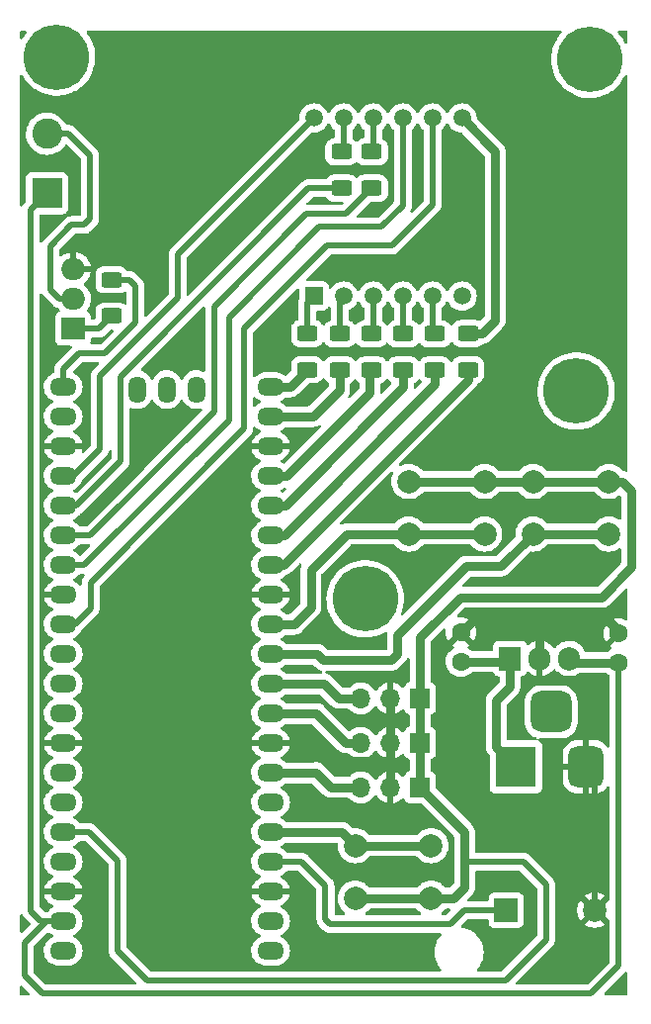
<source format=gbr>
%TF.GenerationSoftware,KiCad,Pcbnew,(6.0.6)*%
%TF.CreationDate,2023-02-05T12:01:17+01:00*%
%TF.ProjectId,OpenScrewCounter,4f70656e-5363-4726-9577-436f756e7465,rev?*%
%TF.SameCoordinates,Original*%
%TF.FileFunction,Copper,L2,Bot*%
%TF.FilePolarity,Positive*%
%FSLAX46Y46*%
G04 Gerber Fmt 4.6, Leading zero omitted, Abs format (unit mm)*
G04 Created by KiCad (PCBNEW (6.0.6)) date 2023-02-05 12:01:17*
%MOMM*%
%LPD*%
G01*
G04 APERTURE LIST*
G04 Aperture macros list*
%AMRoundRect*
0 Rectangle with rounded corners*
0 $1 Rounding radius*
0 $2 $3 $4 $5 $6 $7 $8 $9 X,Y pos of 4 corners*
0 Add a 4 corners polygon primitive as box body*
4,1,4,$2,$3,$4,$5,$6,$7,$8,$9,$2,$3,0*
0 Add four circle primitives for the rounded corners*
1,1,$1+$1,$2,$3*
1,1,$1+$1,$4,$5*
1,1,$1+$1,$6,$7*
1,1,$1+$1,$8,$9*
0 Add four rect primitives between the rounded corners*
20,1,$1+$1,$2,$3,$4,$5,0*
20,1,$1+$1,$4,$5,$6,$7,0*
20,1,$1+$1,$6,$7,$8,$9,0*
20,1,$1+$1,$8,$9,$2,$3,0*%
G04 Aperture macros list end*
%TA.AperFunction,ComponentPad*%
%ADD10C,5.600000*%
%TD*%
%TA.AperFunction,ComponentPad*%
%ADD11R,1.700000X1.700000*%
%TD*%
%TA.AperFunction,ComponentPad*%
%ADD12O,1.700000X1.700000*%
%TD*%
%TA.AperFunction,ComponentPad*%
%ADD13C,2.000000*%
%TD*%
%TA.AperFunction,ComponentPad*%
%ADD14C,1.600000*%
%TD*%
%TA.AperFunction,ComponentPad*%
%ADD15R,2.000000X2.000000*%
%TD*%
%TA.AperFunction,ComponentPad*%
%ADD16R,3.500000X3.500000*%
%TD*%
%TA.AperFunction,ComponentPad*%
%ADD17RoundRect,0.750000X0.750000X1.000000X-0.750000X1.000000X-0.750000X-1.000000X0.750000X-1.000000X0*%
%TD*%
%TA.AperFunction,ComponentPad*%
%ADD18RoundRect,0.875000X0.875000X0.875000X-0.875000X0.875000X-0.875000X-0.875000X0.875000X-0.875000X0*%
%TD*%
%TA.AperFunction,ComponentPad*%
%ADD19R,1.500000X1.500000*%
%TD*%
%TA.AperFunction,ComponentPad*%
%ADD20C,1.500000*%
%TD*%
%TA.AperFunction,ComponentPad*%
%ADD21R,2.000000X1.905000*%
%TD*%
%TA.AperFunction,ComponentPad*%
%ADD22O,2.000000X1.905000*%
%TD*%
%TA.AperFunction,ComponentPad*%
%ADD23R,2.600000X2.600000*%
%TD*%
%TA.AperFunction,ComponentPad*%
%ADD24C,2.600000*%
%TD*%
%TA.AperFunction,ComponentPad*%
%ADD25O,2.300000X1.524000*%
%TD*%
%TA.AperFunction,ComponentPad*%
%ADD26O,1.524000X2.300000*%
%TD*%
%TA.AperFunction,ComponentPad*%
%ADD27R,1.905000X2.000000*%
%TD*%
%TA.AperFunction,ComponentPad*%
%ADD28O,1.905000X2.000000*%
%TD*%
%TA.AperFunction,SMDPad,CuDef*%
%ADD29RoundRect,0.250000X0.625000X-0.400000X0.625000X0.400000X-0.625000X0.400000X-0.625000X-0.400000X0*%
%TD*%
%TA.AperFunction,Conductor*%
%ADD30C,0.762000*%
%TD*%
%TA.AperFunction,Conductor*%
%ADD31C,0.508000*%
%TD*%
G04 APERTURE END LIST*
D10*
%TO.P,REF\u002A\u002A,1*%
%TO.N,N/C*%
X130120078Y-59613657D03*
%TD*%
%TO.P,REF\u002A\u002A,1*%
%TO.N,N/C*%
X128958386Y-88005426D03*
%TD*%
%TO.P,REF\u002A\u002A,1*%
%TO.N,N/C*%
X110862333Y-105784682D03*
%TD*%
%TO.P,REF\u002A\u002A,1*%
%TO.N,N/C*%
X84420103Y-59419298D03*
%TD*%
D11*
%TO.P,S1,1,Pin_1*%
%TO.N,+3V3*%
X115570000Y-114300000D03*
D12*
%TO.P,S1,2,Pin_2*%
%TO.N,GND*%
X113030000Y-114300000D03*
%TO.P,S1,3,Pin_3*%
%TO.N,SENSOR1*%
X110490000Y-114300000D03*
%TD*%
D13*
%TO.P,SW2,1,1*%
%TO.N,+3V3*%
X125246998Y-95733084D03*
X131746998Y-95733084D03*
%TO.P,SW2,2,2*%
%TO.N,BUTTON2*%
X125246998Y-100233084D03*
X131746998Y-100233084D03*
%TD*%
D11*
%TO.P,S3,1,Pin_1*%
%TO.N,+3V3*%
X115570000Y-121920000D03*
D12*
%TO.P,S3,2,Pin_2*%
%TO.N,GND*%
X113030000Y-121920000D03*
%TO.P,S3,3,Pin_3*%
%TO.N,SENSOR3*%
X110490000Y-121920000D03*
%TD*%
D14*
%TO.P,C1,1*%
%TO.N,+12V*%
X119069041Y-111156209D03*
%TO.P,C1,2*%
%TO.N,GND*%
X119069041Y-108656209D03*
%TD*%
%TO.P,C2,1*%
%TO.N,+5V*%
X132587774Y-111253852D03*
%TO.P,C2,2*%
%TO.N,GND*%
X132587774Y-108753852D03*
%TD*%
D15*
%TO.P,BZ1,1,-*%
%TO.N,BUZZER*%
X122951056Y-132414125D03*
D13*
%TO.P,BZ1,2,+*%
%TO.N,GND*%
X130551056Y-132414125D03*
%TD*%
D16*
%TO.P,J5,1*%
%TO.N,+12V*%
X123800000Y-120155000D03*
D17*
%TO.P,J5,2*%
%TO.N,GND*%
X129800000Y-120155000D03*
D18*
%TO.P,J5,3*%
%TO.N,N/C*%
X126800000Y-115455000D03*
%TD*%
D11*
%TO.P,S2,1,Pin_1*%
%TO.N,+3V3*%
X115570000Y-118110000D03*
D12*
%TO.P,S2,2,Pin_2*%
%TO.N,GND*%
X113030000Y-118110000D03*
%TO.P,S2,3,Pin_3*%
%TO.N,SENSOR2*%
X110490000Y-118110000D03*
%TD*%
D19*
%TO.P,U1,1,e*%
%TO.N,Net-(R5-Pad2)*%
X106470000Y-79875000D03*
D20*
%TO.P,U1,2,d*%
%TO.N,Net-(R4-Pad2)*%
X109010000Y-79875000D03*
%TO.P,U1,3,DPX*%
%TO.N,Net-(R8-Pad2)*%
X111550000Y-79875000D03*
%TO.P,U1,4,c*%
%TO.N,Net-(R3-Pad2)*%
X114090000Y-79875000D03*
%TO.P,U1,5,g*%
%TO.N,Net-(R7-Pad2)*%
X116630000Y-79875000D03*
%TO.P,U1,6,CA4*%
%TO.N,unconnected-(U1-Pad6)*%
X119170000Y-79875000D03*
%TO.P,U1,7,b*%
%TO.N,Net-(R2-Pad2)*%
X119170000Y-64635000D03*
%TO.P,U1,8,CA3*%
%TO.N,DIG3*%
X116630000Y-64635000D03*
%TO.P,U1,9,CA2*%
%TO.N,DIG2*%
X114090000Y-64635000D03*
%TO.P,U1,10,f*%
%TO.N,Net-(R6-Pad2)*%
X111550000Y-64635000D03*
%TO.P,U1,11,a*%
%TO.N,Net-(R1-Pad2)*%
X109010000Y-64635000D03*
%TO.P,U1,12,CA1*%
%TO.N,DIG1*%
X106470000Y-64635000D03*
%TD*%
D21*
%TO.P,Q1,1,G*%
%TO.N,Net-(Q1-Pad1)*%
X85850000Y-82650000D03*
D22*
%TO.P,Q1,2,D*%
%TO.N,Net-(J2-Pad2)*%
X85850000Y-80110000D03*
%TO.P,Q1,3,S*%
%TO.N,GND*%
X85850000Y-77570000D03*
%TD*%
D23*
%TO.P,J2,1,Pin_1*%
%TO.N,+5V*%
X83600000Y-71065000D03*
D24*
%TO.P,J2,2,Pin_2*%
%TO.N,Net-(J2-Pad2)*%
X83600000Y-65985000D03*
%TD*%
D13*
%TO.P,SW3,1,1*%
%TO.N,+3V3*%
X116516306Y-131412155D03*
X110016306Y-131412155D03*
%TO.P,SW3,2,2*%
%TO.N,BUTTON1*%
X110016306Y-126912155D03*
X116516306Y-126912155D03*
%TD*%
%TO.P,SW1,1,1*%
%TO.N,+3V3*%
X121106998Y-95733084D03*
X114606998Y-95733084D03*
%TO.P,SW1,2,2*%
%TO.N,BUTTON3*%
X114606998Y-100233084D03*
X121106998Y-100233084D03*
%TD*%
D25*
%TO.P,U2,1,GP0*%
%TO.N,unconnected-(U2-Pad1)*%
X102765000Y-135905000D03*
%TO.P,U2,2,GP1*%
%TO.N,unconnected-(U2-Pad2)*%
X102765000Y-133365000D03*
%TO.P,U2,3,GND*%
%TO.N,GND*%
X102765000Y-130825000D03*
%TO.P,U2,4,GP2*%
%TO.N,BUZZER*%
X102765000Y-128285000D03*
%TO.P,U2,5,GP3*%
%TO.N,BUTTON1*%
X102765000Y-125745000D03*
%TO.P,U2,6,GP4*%
%TO.N,unconnected-(U2-Pad6)*%
X102765000Y-123205000D03*
%TO.P,U2,7,GP5*%
%TO.N,SENSOR3*%
X102765000Y-120665000D03*
%TO.P,U2,8,GND*%
%TO.N,GND*%
X102765000Y-118125000D03*
%TO.P,U2,9,GP6*%
%TO.N,SENSOR2*%
X102765000Y-115585000D03*
%TO.P,U2,10,GP7*%
%TO.N,SENSOR1*%
X102765000Y-113045000D03*
%TO.P,U2,11,GP8*%
%TO.N,BUTTON2*%
X102765000Y-110505000D03*
%TO.P,U2,12,GP9*%
%TO.N,BUTTON3*%
X102765000Y-107965000D03*
%TO.P,U2,13,GND*%
%TO.N,GND*%
X102765000Y-105425000D03*
%TO.P,U2,14,GP10*%
%TO.N,DIS_B*%
X102765000Y-102885000D03*
%TO.P,U2,15,GP11*%
%TO.N,DIS_G*%
X102765000Y-100345000D03*
%TO.P,U2,16,GP12*%
%TO.N,DIS_C*%
X102765000Y-97805000D03*
%TO.P,U2,17,GP13*%
%TO.N,DIS_DP*%
X102765000Y-95265000D03*
%TO.P,U2,18,GND*%
%TO.N,GND*%
X102765000Y-92725000D03*
%TO.P,U2,19,GP14*%
%TO.N,DIS_D*%
X102765000Y-90185000D03*
%TO.P,U2,20,GP15*%
%TO.N,DIS_E*%
X102765000Y-87645000D03*
%TO.P,U2,21,GP16*%
%TO.N,MOTOR*%
X84985000Y-87645000D03*
%TO.P,U2,22,GP17*%
%TO.N,unconnected-(U2-Pad22)*%
X84985000Y-90185000D03*
%TO.P,U2,23,GND*%
%TO.N,GND*%
X84985000Y-92725000D03*
%TO.P,U2,24,GP18*%
%TO.N,DIG1*%
X84985000Y-95265000D03*
%TO.P,U2,25,GP19*%
%TO.N,DIS_A*%
X84985000Y-97805000D03*
%TO.P,U2,26,GP20*%
%TO.N,DIS_F*%
X84985000Y-100345000D03*
%TO.P,U2,27,GP21*%
%TO.N,DIG2*%
X84985000Y-102885000D03*
%TO.P,U2,28,GND*%
%TO.N,GND*%
X84985000Y-105425000D03*
%TO.P,U2,29,GP22*%
%TO.N,DIG3*%
X84985000Y-107965000D03*
%TO.P,U2,30,RUN*%
%TO.N,unconnected-(U2-Pad30)*%
X84985000Y-110505000D03*
%TO.P,U2,31,GP26*%
%TO.N,unconnected-(U2-Pad31)*%
X84985000Y-113045000D03*
%TO.P,U2,32,GP27*%
%TO.N,unconnected-(U2-Pad32)*%
X84985000Y-115585000D03*
%TO.P,U2,33,GND*%
%TO.N,GND*%
X84985000Y-118125000D03*
%TO.P,U2,34,GP28*%
%TO.N,unconnected-(U2-Pad34)*%
X84985000Y-120665000D03*
%TO.P,U2,35,ADC_VREF*%
%TO.N,unconnected-(U2-Pad35)*%
X84985000Y-123205000D03*
%TO.P,U2,36,3V3(OUT)*%
%TO.N,+3V3*%
X84985000Y-125745000D03*
%TO.P,U2,37,3V3_EN*%
%TO.N,unconnected-(U2-Pad37)*%
X84985000Y-128285000D03*
%TO.P,U2,38,GND*%
%TO.N,GND*%
X84985000Y-130825000D03*
%TO.P,U2,39,VSYS*%
%TO.N,+5V*%
X84985000Y-133365000D03*
%TO.P,U2,40,VBUS*%
%TO.N,unconnected-(U2-Pad40)*%
X84985000Y-135905000D03*
D26*
%TO.P,U2,41,SWCLK*%
%TO.N,unconnected-(U2-Pad41)*%
X96415000Y-87875000D03*
%TO.P,U2,42,GND*%
%TO.N,unconnected-(U2-Pad42)*%
X93875000Y-87875000D03*
%TO.P,U2,43,SWDIO*%
%TO.N,unconnected-(U2-Pad43)*%
X91335000Y-87875000D03*
%TD*%
D27*
%TO.P,U3,1,IN*%
%TO.N,+12V*%
X123270847Y-110887857D03*
D28*
%TO.P,U3,2,GND*%
%TO.N,GND*%
X125810847Y-110887857D03*
%TO.P,U3,3,OUT*%
%TO.N,+5V*%
X128350847Y-110887857D03*
%TD*%
D29*
%TO.P,R2,1*%
%TO.N,DIS_B*%
X119684298Y-86181929D03*
%TO.P,R2,2*%
%TO.N,Net-(R2-Pad2)*%
X119684298Y-83081929D03*
%TD*%
%TO.P,R5,1*%
%TO.N,DIS_E*%
X105904191Y-86169662D03*
%TO.P,R5,2*%
%TO.N,Net-(R5-Pad2)*%
X105904191Y-83069662D03*
%TD*%
%TO.P,R3,1*%
%TO.N,DIS_C*%
X114143926Y-86211942D03*
%TO.P,R3,2*%
%TO.N,Net-(R3-Pad2)*%
X114143926Y-83111942D03*
%TD*%
%TO.P,R9,1*%
%TO.N,Net-(Q1-Pad1)*%
X89128626Y-81580817D03*
%TO.P,R9,2*%
%TO.N,MOTOR*%
X89128626Y-78480817D03*
%TD*%
%TO.P,R7,1*%
%TO.N,DIS_G*%
X116861203Y-86211943D03*
%TO.P,R7,2*%
%TO.N,Net-(R7-Pad2)*%
X116861203Y-83111943D03*
%TD*%
%TO.P,R6,1*%
%TO.N,DIS_F*%
X111430252Y-70632389D03*
%TO.P,R6,2*%
%TO.N,Net-(R6-Pad2)*%
X111430252Y-67532389D03*
%TD*%
%TO.P,R1,1*%
%TO.N,DIS_A*%
X108830904Y-70632389D03*
%TO.P,R1,2*%
%TO.N,Net-(R1-Pad2)*%
X108830904Y-67532389D03*
%TD*%
%TO.P,R8,1*%
%TO.N,DIS_DP*%
X111388481Y-86211943D03*
%TO.P,R8,2*%
%TO.N,Net-(R8-Pad2)*%
X111388481Y-83111943D03*
%TD*%
%TO.P,R4,1*%
%TO.N,DIS_D*%
X108681952Y-86204772D03*
%TO.P,R4,2*%
%TO.N,Net-(R4-Pad2)*%
X108681952Y-83104772D03*
%TD*%
D30*
%TO.N,+12V*%
X123002495Y-111156209D02*
X123270847Y-110887857D01*
X123270847Y-113317285D02*
X123270847Y-110887857D01*
X122081031Y-114507101D02*
X123270847Y-113317285D01*
X119069041Y-111156209D02*
X123002495Y-111156209D01*
X122081031Y-118436031D02*
X122081031Y-114507101D01*
X123800000Y-120155000D02*
X122081031Y-118436031D01*
D31*
%TO.N,GND*%
X106695000Y-118125000D02*
X108142163Y-119572163D01*
D30*
X125962959Y-107717041D02*
X131847041Y-107717041D01*
X113030000Y-114300000D02*
X113030000Y-118110000D01*
X125810847Y-110887857D02*
X125810847Y-107869153D01*
X113030000Y-118110000D02*
X113030000Y-121920000D01*
X120008209Y-107717041D02*
X125962959Y-107717041D01*
X125810847Y-107869153D02*
X125962959Y-107717041D01*
D31*
X102765000Y-118125000D02*
X106695000Y-118125000D01*
D30*
X132587774Y-108457774D02*
X132587774Y-108753852D01*
D31*
X108142163Y-119572163D02*
X113030000Y-119572163D01*
D30*
X119069041Y-108656209D02*
X120008209Y-107717041D01*
D31*
X129800000Y-120155000D02*
X130551056Y-120906056D01*
D30*
X131847041Y-107717041D02*
X132587774Y-108457774D01*
D31*
X130551056Y-120906056D02*
X130551056Y-132414125D01*
%TO.N,DIS_A*%
X89900345Y-86758731D02*
X106026687Y-70632389D01*
X89900345Y-94016695D02*
X89900345Y-86758731D01*
X86112040Y-97805000D02*
X89900345Y-94016695D01*
X106026687Y-70632389D02*
X108830904Y-70632389D01*
X84985000Y-97805000D02*
X86112040Y-97805000D01*
%TO.N,Net-(R1-Pad2)*%
X109010000Y-67353293D02*
X108830904Y-67532389D01*
X109010000Y-64635000D02*
X109010000Y-67353293D01*
D30*
%TO.N,DIS_B*%
X102765000Y-102885000D02*
X103827270Y-102885000D01*
X119684298Y-87027972D02*
X119684298Y-86181929D01*
X103827270Y-102885000D02*
X119684298Y-87027972D01*
%TO.N,Net-(R2-Pad2)*%
X122018636Y-67483636D02*
X119170000Y-64635000D01*
X119684298Y-83081929D02*
X120876163Y-83081929D01*
X122018636Y-81939456D02*
X122018636Y-67483636D01*
X120876163Y-83081929D02*
X122018636Y-81939456D01*
%TO.N,DIS_C*%
X104002349Y-97805000D02*
X114143926Y-87663423D01*
X114143926Y-87663423D02*
X114143926Y-86211942D01*
X102765000Y-97805000D02*
X104002349Y-97805000D01*
D31*
%TO.N,Net-(R3-Pad2)*%
X114090000Y-79875000D02*
X114090000Y-83058016D01*
X114090000Y-83058016D02*
X114143926Y-83111942D01*
D30*
%TO.N,DIS_D*%
X108681952Y-87893588D02*
X108681952Y-86204772D01*
X106390540Y-90185000D02*
X108681952Y-87893588D01*
X102765000Y-90185000D02*
X106390540Y-90185000D01*
D31*
%TO.N,Net-(R4-Pad2)*%
X108681952Y-80203048D02*
X108681952Y-83104772D01*
X109010000Y-79875000D02*
X108681952Y-80203048D01*
D30*
%TO.N,DIS_E*%
X102765000Y-87645000D02*
X104428853Y-87645000D01*
X104428853Y-87645000D02*
X105904191Y-86169662D01*
D31*
%TO.N,Net-(R5-Pad2)*%
X106470000Y-79875000D02*
X105904191Y-80440809D01*
X105904191Y-80440809D02*
X105904191Y-83069662D01*
%TO.N,DIS_F*%
X97913124Y-80767412D02*
X105845858Y-72834678D01*
X84985000Y-100345000D02*
X87308881Y-100345000D01*
X105845858Y-72834678D02*
X109227963Y-72834678D01*
X97913124Y-89740757D02*
X97913124Y-80767412D01*
X109227963Y-72834678D02*
X111430252Y-70632389D01*
X87308881Y-100345000D02*
X97913124Y-89740757D01*
%TO.N,Net-(R6-Pad2)*%
X111370904Y-64814096D02*
X111550000Y-64635000D01*
X111550000Y-64635000D02*
X111550000Y-67412641D01*
X111550000Y-67412641D02*
X111430252Y-67532389D01*
D30*
%TO.N,DIS_G*%
X102765000Y-100345000D02*
X103929152Y-100345000D01*
X116861203Y-87412949D02*
X116861203Y-86211943D01*
X103929152Y-100345000D02*
X116861203Y-87412949D01*
D31*
%TO.N,Net-(R7-Pad2)*%
X116630000Y-82880740D02*
X116861203Y-83111943D01*
X116630000Y-79875000D02*
X116630000Y-82880740D01*
D30*
%TO.N,DIS_DP*%
X111256508Y-88170089D02*
X111256508Y-86343916D01*
X102765000Y-95265000D02*
X104161597Y-95265000D01*
X104161597Y-95265000D02*
X111256508Y-88170089D01*
X111256508Y-86343916D02*
X111388481Y-86211943D01*
D31*
%TO.N,Net-(R8-Pad2)*%
X111550000Y-79875000D02*
X111550000Y-82950424D01*
X111550000Y-82950424D02*
X111388481Y-83111943D01*
%TO.N,Net-(Q1-Pad1)*%
X88059443Y-82650000D02*
X89128626Y-81580817D01*
X85850000Y-82650000D02*
X88059443Y-82650000D01*
%TO.N,MOTOR*%
X90624935Y-78480817D02*
X89128626Y-78480817D01*
X84985000Y-87645000D02*
X84985000Y-86103216D01*
X91166246Y-82111995D02*
X91166246Y-79022128D01*
X88546804Y-84731437D02*
X91166246Y-82111995D01*
X91166246Y-79022128D02*
X90624935Y-78480817D01*
X84985000Y-86103216D02*
X86356779Y-84731437D01*
X86356779Y-84731437D02*
X88546804Y-84731437D01*
%TO.N,BUZZER*%
X107466348Y-133203857D02*
X107869900Y-133607409D01*
X105425011Y-128285011D02*
X107466348Y-130326348D01*
X107869900Y-133607409D02*
X118153025Y-133607409D01*
X118153025Y-133607409D02*
X119346309Y-132414125D01*
X102764996Y-128285011D02*
X105425011Y-128285011D01*
X107466348Y-130326348D02*
X107466348Y-133203857D01*
X119346309Y-132414125D02*
X122951056Y-132414125D01*
D30*
%TO.N,+3V3*%
X133690644Y-96543949D02*
X132879779Y-95733084D01*
D31*
X122895898Y-138418499D02*
X126365178Y-134949219D01*
D30*
X132879779Y-95733084D02*
X131746998Y-95733084D01*
X119380000Y-128270000D02*
X119380000Y-130465035D01*
X125246998Y-95733084D02*
X131746998Y-95733084D01*
X119380000Y-130465035D02*
X118432880Y-131412155D01*
D31*
X87201985Y-125745000D02*
X89650047Y-128193062D01*
D30*
X115570000Y-118110000D02*
X115570000Y-114300000D01*
X119380000Y-128270000D02*
X119380000Y-125730000D01*
X133690644Y-103092554D02*
X133690644Y-96543949D01*
D31*
X89650047Y-128193062D02*
X89650047Y-135908250D01*
D30*
X119380000Y-125730000D02*
X115570000Y-121920000D01*
X121106998Y-95733084D02*
X125246998Y-95733084D01*
X114606998Y-95733084D02*
X121106998Y-95733084D01*
X118985172Y-105669054D02*
X131114144Y-105669054D01*
D31*
X84985000Y-125745000D02*
X87201985Y-125745000D01*
X89650047Y-135908250D02*
X92160296Y-138418499D01*
D30*
X131114144Y-105669054D02*
X133690644Y-103092554D01*
D31*
X92160296Y-138418499D02*
X122895898Y-138418499D01*
D30*
X115570000Y-114300000D02*
X115570000Y-109084226D01*
X115570000Y-121920000D02*
X115570000Y-118110000D01*
X110016306Y-131412155D02*
X116516306Y-131412155D01*
X115570000Y-109084226D02*
X118985172Y-105669054D01*
X118432880Y-131412155D02*
X116516306Y-131412155D01*
D31*
X126365178Y-130225635D02*
X124409543Y-128270000D01*
X124409543Y-128270000D02*
X119380000Y-128270000D01*
X126365178Y-134949219D02*
X126365178Y-130225635D01*
%TO.N,+5V*%
X82210760Y-132498681D02*
X82210760Y-72454240D01*
X84985000Y-133365000D02*
X83077079Y-133365000D01*
X132587774Y-111253852D02*
X132587774Y-137207962D01*
X81687150Y-138046625D02*
X81687150Y-135215656D01*
X130215545Y-139580191D02*
X83220716Y-139580191D01*
X132587774Y-137207962D02*
X130215545Y-139580191D01*
X81687150Y-135215656D02*
X83537806Y-133365000D01*
D30*
X128716842Y-111253852D02*
X128350847Y-110887857D01*
D31*
X83537806Y-133365000D02*
X84985000Y-133365000D01*
X83220716Y-139580191D02*
X81687150Y-138046625D01*
X83077079Y-133365000D02*
X82210760Y-132498681D01*
X82210760Y-72454240D02*
X83600000Y-71065000D01*
D30*
X132587774Y-111253852D02*
X128716842Y-111253852D01*
D31*
%TO.N,DIG3*%
X100494662Y-91232311D02*
X100494662Y-82673529D01*
X107628187Y-75540004D02*
X113162797Y-75540004D01*
X100494662Y-82673529D02*
X107628187Y-75540004D01*
X87328820Y-106610253D02*
X87328820Y-104398153D01*
X113162797Y-75540004D02*
X116630000Y-72072801D01*
X87328820Y-104398153D02*
X100494662Y-91232311D01*
X116630000Y-72072801D02*
X116630000Y-64635000D01*
X84985000Y-107965000D02*
X85974073Y-107965000D01*
X85974073Y-107965000D02*
X87328820Y-106610253D01*
%TO.N,DIG2*%
X84985000Y-102885000D02*
X86794536Y-102885000D01*
X112274101Y-73961897D02*
X114090000Y-72145998D01*
X99182380Y-81735489D02*
X106955972Y-73961897D01*
X113970252Y-64754748D02*
X114090000Y-64635000D01*
X99182380Y-90497156D02*
X99182380Y-81735489D01*
X114090000Y-72145998D02*
X114090000Y-64635000D01*
X106955972Y-73961897D02*
X112274101Y-73961897D01*
X86794536Y-102885000D02*
X99182380Y-90497156D01*
%TO.N,DIG1*%
X84985000Y-95265000D02*
X85871567Y-95265000D01*
X88138858Y-92997709D02*
X88138858Y-86675055D01*
X88138858Y-86675055D02*
X94794818Y-80019095D01*
X94794818Y-80019095D02*
X94794818Y-76310182D01*
X85871567Y-95265000D02*
X88138858Y-92997709D01*
X94794818Y-76310182D02*
X106470000Y-64635000D01*
D30*
%TO.N,BUTTON3*%
X109258391Y-100233084D02*
X114606998Y-100233084D01*
X104792640Y-107965000D02*
X106210438Y-106547202D01*
X114606998Y-100233084D02*
X121106998Y-100233084D01*
X106210438Y-106547202D02*
X106210438Y-103281037D01*
X106210438Y-103281037D02*
X109258391Y-100233084D01*
X102765000Y-107965000D02*
X104792640Y-107965000D01*
%TO.N,BUTTON1*%
X108849151Y-125745000D02*
X110016306Y-126912155D01*
X102765000Y-125745000D02*
X108849151Y-125745000D01*
X110016306Y-126912155D02*
X116516306Y-126912155D01*
%TO.N,BUTTON2*%
X106761601Y-110505000D02*
X107292945Y-111036344D01*
X113101405Y-111036344D02*
X113633846Y-110503903D01*
X102765000Y-110505000D02*
X106761601Y-110505000D01*
X125246998Y-100233084D02*
X131746998Y-100233084D01*
X113633846Y-108906576D02*
X119560921Y-102979501D01*
X122500581Y-102979501D02*
X125246998Y-100233084D01*
X119560921Y-102979501D02*
X122500581Y-102979501D01*
X113633846Y-110503903D02*
X113633846Y-108906576D01*
X107292945Y-111036344D02*
X113101405Y-111036344D01*
D31*
%TO.N,Net-(J2-Pad2)*%
X86746475Y-73795266D02*
X87290402Y-73251339D01*
X85434716Y-65985000D02*
X83600000Y-65985000D01*
X83869382Y-75627444D02*
X85701560Y-73795266D01*
X83869382Y-79320428D02*
X83869382Y-75627444D01*
X87290402Y-67840686D02*
X85434716Y-65985000D01*
X85850000Y-80110000D02*
X84658954Y-80110000D01*
X87290402Y-73251339D02*
X87290402Y-67840686D01*
X84658954Y-80110000D02*
X83869382Y-79320428D01*
X85701560Y-73795266D02*
X86746475Y-73795266D01*
D30*
%TO.N,SENSOR3*%
X106665000Y-120665000D02*
X102765000Y-120665000D01*
X110490000Y-121920000D02*
X107950000Y-121920000D01*
X106680000Y-120650000D02*
X106665000Y-120665000D01*
X107950000Y-121920000D02*
X106680000Y-120650000D01*
%TO.N,SENSOR1*%
X110490000Y-114300000D02*
X108603787Y-114300000D01*
X107348787Y-113045000D02*
X102765000Y-113045000D01*
X108603787Y-114300000D02*
X107348787Y-113045000D01*
%TO.N,SENSOR2*%
X109220000Y-118110000D02*
X106695000Y-115585000D01*
X106695000Y-115585000D02*
X102765000Y-115585000D01*
X110490000Y-118110000D02*
X109220000Y-118110000D01*
%TD*%
%TA.AperFunction,Conductor*%
%TO.N,GND*%
G36*
X133268032Y-104877275D02*
G01*
X133324868Y-104919822D01*
X133349679Y-104986342D01*
X133350000Y-104995331D01*
X133350000Y-107468285D01*
X133329998Y-107536406D01*
X133276342Y-107582899D01*
X133206068Y-107593003D01*
X133170750Y-107582480D01*
X133041827Y-107522362D01*
X133031535Y-107518616D01*
X132821086Y-107462227D01*
X132810293Y-107460324D01*
X132593249Y-107441335D01*
X132582299Y-107441335D01*
X132365255Y-107460324D01*
X132354462Y-107462227D01*
X132144013Y-107518616D01*
X132133721Y-107522362D01*
X131936263Y-107614438D01*
X131926768Y-107619921D01*
X131874726Y-107656361D01*
X131866350Y-107666840D01*
X131873418Y-107680286D01*
X132857889Y-108664757D01*
X132891915Y-108727069D01*
X132886850Y-108797884D01*
X132857889Y-108842947D01*
X131872697Y-109828139D01*
X131866267Y-109839914D01*
X131875563Y-109851929D01*
X131926772Y-109887786D01*
X131938302Y-109894443D01*
X131987295Y-109945825D01*
X132000732Y-110015539D01*
X131974345Y-110081450D01*
X131938302Y-110112681D01*
X131936009Y-110114005D01*
X131931025Y-110116329D01*
X131877357Y-110153908D01*
X131747985Y-110244495D01*
X131747982Y-110244497D01*
X131743474Y-110247654D01*
X131663681Y-110327447D01*
X131601369Y-110361473D01*
X131574586Y-110364352D01*
X129819703Y-110364352D01*
X129751582Y-110344350D01*
X129704154Y-110288595D01*
X129644907Y-110152337D01*
X129644903Y-110152330D01*
X129642844Y-110147594D01*
X129512349Y-109945880D01*
X129350661Y-109768187D01*
X129253213Y-109691227D01*
X129166177Y-109622490D01*
X129166172Y-109622487D01*
X129162123Y-109619289D01*
X129157607Y-109616796D01*
X129157604Y-109616794D01*
X128956321Y-109505680D01*
X128956317Y-109505678D01*
X128951797Y-109503183D01*
X128946928Y-109501459D01*
X128946924Y-109501457D01*
X128730207Y-109424713D01*
X128730203Y-109424712D01*
X128725332Y-109422987D01*
X128720239Y-109422080D01*
X128720236Y-109422079D01*
X128493899Y-109381762D01*
X128493893Y-109381761D01*
X128488810Y-109380856D01*
X128396321Y-109379726D01*
X128253754Y-109377984D01*
X128253752Y-109377984D01*
X128248584Y-109377921D01*
X128011103Y-109414261D01*
X127898850Y-109450951D01*
X127787664Y-109487291D01*
X127787658Y-109487294D01*
X127782746Y-109488899D01*
X127778160Y-109491286D01*
X127778156Y-109491288D01*
X127577972Y-109595498D01*
X127569647Y-109599832D01*
X127545303Y-109618110D01*
X127400714Y-109726671D01*
X127377527Y-109744080D01*
X127341849Y-109781415D01*
X127234316Y-109893942D01*
X127211546Y-109917769D01*
X127186007Y-109955208D01*
X127131096Y-110000209D01*
X127060572Y-110008380D01*
X126996825Y-109977126D01*
X126976131Y-109952647D01*
X126974762Y-109950531D01*
X126968469Y-109942359D01*
X126813797Y-109772377D01*
X126806264Y-109765351D01*
X126625903Y-109622912D01*
X126617316Y-109617207D01*
X126416125Y-109506143D01*
X126406713Y-109501913D01*
X126190079Y-109425198D01*
X126180108Y-109422564D01*
X126082684Y-109405210D01*
X126069387Y-109406670D01*
X126064847Y-109421227D01*
X126064847Y-112355953D01*
X126068765Y-112369297D01*
X126083041Y-112371284D01*
X126145362Y-112361747D01*
X126155390Y-112359358D01*
X126373835Y-112287959D01*
X126383344Y-112283962D01*
X126587191Y-112177846D01*
X126595916Y-112172352D01*
X126779699Y-112034364D01*
X126787406Y-112027521D01*
X126946186Y-111861366D01*
X126952670Y-111853359D01*
X126975084Y-111820501D01*
X127029995Y-111775498D01*
X127100519Y-111767325D01*
X127164267Y-111798579D01*
X127184963Y-111823061D01*
X127189345Y-111829834D01*
X127351033Y-112007527D01*
X127414196Y-112057410D01*
X127535517Y-112153224D01*
X127535522Y-112153227D01*
X127539571Y-112156425D01*
X127544087Y-112158918D01*
X127544090Y-112158920D01*
X127745373Y-112270034D01*
X127745377Y-112270036D01*
X127749897Y-112272531D01*
X127754766Y-112274255D01*
X127754770Y-112274257D01*
X127971487Y-112351001D01*
X127971491Y-112351002D01*
X127976362Y-112352727D01*
X127981455Y-112353634D01*
X127981458Y-112353635D01*
X128207795Y-112393952D01*
X128207801Y-112393953D01*
X128212884Y-112394858D01*
X128300247Y-112395925D01*
X128447940Y-112397730D01*
X128447942Y-112397730D01*
X128453110Y-112397793D01*
X128690591Y-112361453D01*
X128802844Y-112324763D01*
X128914030Y-112288423D01*
X128914036Y-112288420D01*
X128918948Y-112286815D01*
X128923534Y-112284428D01*
X128923538Y-112284426D01*
X129127454Y-112178273D01*
X129132047Y-112175882D01*
X129141756Y-112168592D01*
X129208239Y-112143686D01*
X129217409Y-112143352D01*
X131574586Y-112143352D01*
X131642707Y-112163354D01*
X131663681Y-112180257D01*
X131743474Y-112260050D01*
X131747986Y-112263209D01*
X131747988Y-112263211D01*
X131771546Y-112279707D01*
X131815874Y-112335164D01*
X131825274Y-112382919D01*
X131825274Y-118383406D01*
X131805272Y-118451527D01*
X131751616Y-118498020D01*
X131681342Y-118508124D01*
X131616762Y-118478630D01*
X131595809Y-118455316D01*
X131522197Y-118349403D01*
X131515024Y-118340824D01*
X131364176Y-118189976D01*
X131355597Y-118182803D01*
X131180412Y-118061046D01*
X131170705Y-118055510D01*
X130976731Y-117966701D01*
X130966185Y-117962967D01*
X130759321Y-117909853D01*
X130748766Y-117908082D01*
X130615070Y-117897207D01*
X130609964Y-117897000D01*
X130072115Y-117897000D01*
X130056876Y-117901475D01*
X130055671Y-117902865D01*
X130054000Y-117910548D01*
X130054000Y-122394884D01*
X130058475Y-122410123D01*
X130059865Y-122411328D01*
X130067548Y-122412999D01*
X130609961Y-122412999D01*
X130615071Y-122412791D01*
X130748767Y-122401918D01*
X130759320Y-122400148D01*
X130966185Y-122347033D01*
X130976731Y-122343299D01*
X131170705Y-122254490D01*
X131180412Y-122248954D01*
X131355597Y-122127197D01*
X131364176Y-122120024D01*
X131515024Y-121969176D01*
X131522197Y-121960597D01*
X131595809Y-121854684D01*
X131651111Y-121810162D01*
X131721705Y-121802607D01*
X131785176Y-121834416D01*
X131821375Y-121895491D01*
X131825274Y-121926594D01*
X131825274Y-131447300D01*
X131805272Y-131515421D01*
X131784150Y-131540424D01*
X131782084Y-131542307D01*
X130923078Y-132401313D01*
X130915464Y-132415257D01*
X130915595Y-132417090D01*
X130919846Y-132423705D01*
X131784158Y-133288017D01*
X131781505Y-133290670D01*
X131809857Y-133319018D01*
X131825274Y-133379411D01*
X131825274Y-136839934D01*
X131805272Y-136908055D01*
X131788369Y-136929029D01*
X129936612Y-138780786D01*
X129874300Y-138814812D01*
X129847517Y-138817691D01*
X123879234Y-138817691D01*
X123811113Y-138797689D01*
X123764620Y-138744033D01*
X123754516Y-138673759D01*
X123784010Y-138609179D01*
X123790139Y-138602596D01*
X126856706Y-135536029D01*
X126871119Y-135523642D01*
X126882843Y-135515014D01*
X126888742Y-135510673D01*
X126923157Y-135470164D01*
X126930087Y-135462648D01*
X126935831Y-135456904D01*
X126938105Y-135454030D01*
X126938111Y-135454023D01*
X126953550Y-135434508D01*
X126956341Y-135431104D01*
X126999123Y-135380747D01*
X126999126Y-135380743D01*
X127003862Y-135375168D01*
X127007190Y-135368651D01*
X127010567Y-135363587D01*
X127013794Y-135358363D01*
X127018338Y-135352619D01*
X127049420Y-135286115D01*
X127051325Y-135282218D01*
X127084721Y-135216815D01*
X127086462Y-135209701D01*
X127088594Y-135203967D01*
X127090522Y-135198171D01*
X127093622Y-135191539D01*
X127108573Y-135119659D01*
X127109543Y-135115375D01*
X127113748Y-135098189D01*
X127126982Y-135044107D01*
X127127375Y-135037781D01*
X127127678Y-135032889D01*
X127127715Y-135032891D01*
X127127951Y-135028992D01*
X127128341Y-135024621D01*
X127129830Y-135017462D01*
X127127724Y-134939642D01*
X127127678Y-134936233D01*
X127127678Y-133646795D01*
X129683216Y-133646795D01*
X129688943Y-133654445D01*
X129860098Y-133759330D01*
X129868893Y-133763812D01*
X130079044Y-133850859D01*
X130088429Y-133853908D01*
X130309610Y-133907010D01*
X130319357Y-133908553D01*
X130546126Y-133926400D01*
X130555986Y-133926400D01*
X130782755Y-133908553D01*
X130792502Y-133907010D01*
X131013683Y-133853908D01*
X131023068Y-133850859D01*
X131233219Y-133763812D01*
X131242014Y-133759330D01*
X131409501Y-133656693D01*
X131418963Y-133646235D01*
X131415180Y-133637459D01*
X130563868Y-132786147D01*
X130549924Y-132778533D01*
X130548091Y-132778664D01*
X130541476Y-132782915D01*
X129689976Y-133634415D01*
X129683216Y-133646795D01*
X127127678Y-133646795D01*
X127127678Y-132419055D01*
X129038781Y-132419055D01*
X129056628Y-132645824D01*
X129058171Y-132655571D01*
X129111273Y-132876752D01*
X129114322Y-132886137D01*
X129201369Y-133096288D01*
X129205851Y-133105083D01*
X129308488Y-133272570D01*
X129318946Y-133282032D01*
X129327722Y-133278249D01*
X130179034Y-132426937D01*
X130186648Y-132412993D01*
X130186517Y-132411160D01*
X130182266Y-132404545D01*
X129330766Y-131553045D01*
X129318386Y-131546285D01*
X129310736Y-131552012D01*
X129205851Y-131723167D01*
X129201369Y-131731962D01*
X129114322Y-131942113D01*
X129111273Y-131951498D01*
X129058171Y-132172679D01*
X129056628Y-132182426D01*
X129038781Y-132409195D01*
X129038781Y-132419055D01*
X127127678Y-132419055D01*
X127127678Y-131182015D01*
X129683149Y-131182015D01*
X129686932Y-131190791D01*
X130538244Y-132042103D01*
X130552188Y-132049717D01*
X130554021Y-132049586D01*
X130560636Y-132045335D01*
X131412136Y-131193835D01*
X131418896Y-131181455D01*
X131413169Y-131173805D01*
X131242014Y-131068920D01*
X131233219Y-131064438D01*
X131023068Y-130977391D01*
X131013683Y-130974342D01*
X130792502Y-130921240D01*
X130782755Y-130919697D01*
X130555986Y-130901850D01*
X130546126Y-130901850D01*
X130319357Y-130919697D01*
X130309610Y-130921240D01*
X130088429Y-130974342D01*
X130079044Y-130977391D01*
X129868893Y-131064438D01*
X129860098Y-131068920D01*
X129692611Y-131171557D01*
X129683149Y-131182015D01*
X127127678Y-131182015D01*
X127127678Y-130293011D01*
X127129111Y-130274061D01*
X127131302Y-130259662D01*
X127131302Y-130259658D01*
X127132402Y-130252428D01*
X127129427Y-130215843D01*
X127128093Y-130199449D01*
X127127678Y-130189235D01*
X127127678Y-130181110D01*
X127124371Y-130152745D01*
X127123938Y-130148370D01*
X127118581Y-130082503D01*
X127117988Y-130075209D01*
X127115734Y-130068252D01*
X127114545Y-130062298D01*
X127113127Y-130056300D01*
X127112279Y-130049028D01*
X127087230Y-129980018D01*
X127085813Y-129975891D01*
X127084519Y-129971895D01*
X127063191Y-129906061D01*
X127059395Y-129899805D01*
X127056845Y-129894236D01*
X127054108Y-129888772D01*
X127051612Y-129881894D01*
X127011342Y-129820473D01*
X127009022Y-129816794D01*
X126973866Y-129758858D01*
X126970951Y-129754054D01*
X126963511Y-129745630D01*
X126963540Y-129745604D01*
X126960940Y-129742673D01*
X126958136Y-129739319D01*
X126954124Y-129733200D01*
X126897591Y-129679646D01*
X126895150Y-129677269D01*
X124996353Y-127778472D01*
X124983966Y-127764059D01*
X124975338Y-127752335D01*
X124970997Y-127746436D01*
X124930488Y-127712021D01*
X124922972Y-127705091D01*
X124917228Y-127699347D01*
X124914354Y-127697073D01*
X124914347Y-127697067D01*
X124894832Y-127681628D01*
X124891428Y-127678837D01*
X124841071Y-127636055D01*
X124841067Y-127636052D01*
X124835492Y-127631316D01*
X124828975Y-127627988D01*
X124823911Y-127624611D01*
X124818687Y-127621384D01*
X124812943Y-127616840D01*
X124784054Y-127603338D01*
X124746461Y-127585768D01*
X124742510Y-127583837D01*
X124700269Y-127562268D01*
X124677139Y-127550457D01*
X124670024Y-127548716D01*
X124664278Y-127546579D01*
X124658495Y-127544655D01*
X124651864Y-127541556D01*
X124579986Y-127526606D01*
X124575714Y-127525639D01*
X124504431Y-127508196D01*
X124498832Y-127507849D01*
X124498828Y-127507848D01*
X124493213Y-127507500D01*
X124493215Y-127507461D01*
X124489314Y-127507228D01*
X124484955Y-127506839D01*
X124477787Y-127505348D01*
X124470470Y-127505546D01*
X124399966Y-127507454D01*
X124396557Y-127507500D01*
X120395500Y-127507500D01*
X120327379Y-127487498D01*
X120280886Y-127433842D01*
X120269500Y-127381500D01*
X120269500Y-125809925D01*
X120271051Y-125790214D01*
X120272142Y-125783327D01*
X120272142Y-125783325D01*
X120273174Y-125776810D01*
X120269673Y-125710001D01*
X120269500Y-125703407D01*
X120269500Y-125683380D01*
X120267407Y-125663461D01*
X120266890Y-125656887D01*
X120263735Y-125596684D01*
X120263735Y-125596682D01*
X120263389Y-125590085D01*
X120259875Y-125576972D01*
X120256272Y-125557529D01*
X120255546Y-125550615D01*
X120255545Y-125550611D01*
X120254855Y-125544044D01*
X120234182Y-125480418D01*
X120232309Y-125474094D01*
X120230312Y-125466641D01*
X120214994Y-125409476D01*
X120208833Y-125397384D01*
X120201269Y-125379123D01*
X120199116Y-125372497D01*
X120197075Y-125366215D01*
X120163624Y-125308276D01*
X120160477Y-125302480D01*
X120130107Y-125242875D01*
X120121568Y-125232330D01*
X120110375Y-125216045D01*
X120106884Y-125209998D01*
X120106881Y-125209995D01*
X120103585Y-125204285D01*
X120099173Y-125199385D01*
X120099170Y-125199381D01*
X120068690Y-125165531D01*
X120058819Y-125154568D01*
X120054537Y-125149554D01*
X120044014Y-125136559D01*
X120041937Y-125133994D01*
X120027790Y-125119847D01*
X120023249Y-125115063D01*
X119982885Y-125070234D01*
X119982883Y-125070233D01*
X119978470Y-125065331D01*
X119967482Y-125057348D01*
X119952454Y-125044511D01*
X116965405Y-122057462D01*
X116931379Y-121995150D01*
X116928500Y-121968367D01*
X116928500Y-121021866D01*
X116921745Y-120959684D01*
X116870615Y-120823295D01*
X116783261Y-120706739D01*
X116666705Y-120619385D01*
X116628304Y-120604989D01*
X116541270Y-120572361D01*
X116484506Y-120529719D01*
X116459806Y-120463157D01*
X116459500Y-120454379D01*
X116459500Y-119575621D01*
X116479502Y-119507500D01*
X116533158Y-119461007D01*
X116541270Y-119457639D01*
X116658297Y-119413767D01*
X116666705Y-119410615D01*
X116783261Y-119323261D01*
X116870615Y-119206705D01*
X116921745Y-119070316D01*
X116928500Y-119008134D01*
X116928500Y-117211866D01*
X116921745Y-117149684D01*
X116870615Y-117013295D01*
X116783261Y-116896739D01*
X116666705Y-116809385D01*
X116628304Y-116794989D01*
X116541270Y-116762361D01*
X116484506Y-116719719D01*
X116459806Y-116653157D01*
X116459500Y-116644379D01*
X116459500Y-115765621D01*
X116479502Y-115697500D01*
X116533158Y-115651007D01*
X116541270Y-115647639D01*
X116658297Y-115603767D01*
X116666705Y-115600615D01*
X116783261Y-115513261D01*
X116870615Y-115396705D01*
X116921745Y-115260316D01*
X116928500Y-115198134D01*
X116928500Y-113401866D01*
X116921745Y-113339684D01*
X116870615Y-113203295D01*
X116783261Y-113086739D01*
X116666705Y-112999385D01*
X116628304Y-112984989D01*
X116541270Y-112952361D01*
X116484506Y-112909719D01*
X116459806Y-112843157D01*
X116459500Y-112834379D01*
X116459500Y-111156209D01*
X117755543Y-111156209D01*
X117775498Y-111384296D01*
X117776922Y-111389609D01*
X117776922Y-111389611D01*
X117801662Y-111481939D01*
X117834757Y-111605452D01*
X117837080Y-111610433D01*
X117837080Y-111610434D01*
X117929192Y-111807971D01*
X117929195Y-111807976D01*
X117931518Y-111812958D01*
X118062843Y-112000509D01*
X118224741Y-112162407D01*
X118229249Y-112165564D01*
X118229252Y-112165566D01*
X118239548Y-112172775D01*
X118412292Y-112293732D01*
X118417274Y-112296055D01*
X118417279Y-112296058D01*
X118611938Y-112386828D01*
X118619798Y-112390493D01*
X118625106Y-112391915D01*
X118625108Y-112391916D01*
X118835639Y-112448328D01*
X118835641Y-112448328D01*
X118840954Y-112449752D01*
X119069041Y-112469707D01*
X119297128Y-112449752D01*
X119302441Y-112448328D01*
X119302443Y-112448328D01*
X119512974Y-112391916D01*
X119512976Y-112391915D01*
X119518284Y-112390493D01*
X119526144Y-112386828D01*
X119720803Y-112296058D01*
X119720808Y-112296055D01*
X119725790Y-112293732D01*
X119898534Y-112172775D01*
X119908830Y-112165566D01*
X119908833Y-112165564D01*
X119913341Y-112162407D01*
X119993134Y-112082614D01*
X120055446Y-112048588D01*
X120082229Y-112045709D01*
X121747095Y-112045709D01*
X121815216Y-112065711D01*
X121861709Y-112119367D01*
X121864360Y-112125752D01*
X121864580Y-112126153D01*
X121867732Y-112134562D01*
X121955086Y-112251118D01*
X122071642Y-112338472D01*
X122208031Y-112389602D01*
X122215883Y-112390455D01*
X122215887Y-112390456D01*
X122253845Y-112394579D01*
X122268955Y-112396220D01*
X122334516Y-112423461D01*
X122374943Y-112481824D01*
X122381347Y-112521483D01*
X122381347Y-112896652D01*
X122361345Y-112964773D01*
X122344442Y-112985747D01*
X121508577Y-113821612D01*
X121493549Y-113834449D01*
X121482561Y-113842432D01*
X121478148Y-113847334D01*
X121478146Y-113847335D01*
X121437782Y-113892164D01*
X121433241Y-113896948D01*
X121419094Y-113911095D01*
X121417017Y-113913660D01*
X121406494Y-113926655D01*
X121402206Y-113931676D01*
X121361861Y-113976482D01*
X121361858Y-113976486D01*
X121357446Y-113981386D01*
X121354150Y-113987096D01*
X121354147Y-113987099D01*
X121350656Y-113993146D01*
X121339463Y-114009431D01*
X121330924Y-114019976D01*
X121301685Y-114077361D01*
X121300554Y-114079581D01*
X121297407Y-114085377D01*
X121263956Y-114143316D01*
X121261915Y-114149598D01*
X121259762Y-114156224D01*
X121252198Y-114174485D01*
X121246037Y-114186577D01*
X121231553Y-114240630D01*
X121228722Y-114251195D01*
X121226849Y-114257519D01*
X121206176Y-114321145D01*
X121205486Y-114327712D01*
X121205485Y-114327716D01*
X121204759Y-114334630D01*
X121201156Y-114354073D01*
X121197642Y-114367186D01*
X121197296Y-114373783D01*
X121197296Y-114373785D01*
X121194141Y-114433988D01*
X121193624Y-114440562D01*
X121192487Y-114451384D01*
X121191531Y-114460481D01*
X121191531Y-114480508D01*
X121191358Y-114487102D01*
X121187857Y-114553911D01*
X121188889Y-114560426D01*
X121188889Y-114560428D01*
X121189980Y-114567315D01*
X121191531Y-114587026D01*
X121191531Y-118356106D01*
X121189980Y-118375816D01*
X121187857Y-118389221D01*
X121188202Y-118395809D01*
X121188202Y-118395813D01*
X121191358Y-118456030D01*
X121191531Y-118462624D01*
X121191531Y-118482651D01*
X121191875Y-118485922D01*
X121191875Y-118485926D01*
X121193624Y-118502570D01*
X121194141Y-118509144D01*
X121197296Y-118569347D01*
X121197642Y-118575946D01*
X121199351Y-118582323D01*
X121199351Y-118582324D01*
X121201155Y-118589054D01*
X121204759Y-118608502D01*
X121205107Y-118611811D01*
X121206176Y-118621987D01*
X121208218Y-118628271D01*
X121226849Y-118685613D01*
X121228722Y-118691937D01*
X121246037Y-118756555D01*
X121252198Y-118768647D01*
X121259761Y-118786906D01*
X121263956Y-118799816D01*
X121283453Y-118833585D01*
X121297407Y-118857755D01*
X121300554Y-118863551D01*
X121330924Y-118923156D01*
X121335081Y-118928289D01*
X121339463Y-118933701D01*
X121350656Y-118949986D01*
X121354147Y-118956033D01*
X121354150Y-118956036D01*
X121357446Y-118961746D01*
X121361858Y-118966646D01*
X121361861Y-118966650D01*
X121388700Y-118996456D01*
X121399895Y-119008889D01*
X121402206Y-119011456D01*
X121406494Y-119016477D01*
X121419094Y-119032037D01*
X121433241Y-119046184D01*
X121437782Y-119050968D01*
X121472864Y-119089930D01*
X121482561Y-119100700D01*
X121489563Y-119105787D01*
X121490293Y-119106733D01*
X121492809Y-119108999D01*
X121492395Y-119109459D01*
X121532916Y-119162010D01*
X121541500Y-119207722D01*
X121541500Y-121953134D01*
X121548255Y-122015316D01*
X121599385Y-122151705D01*
X121686739Y-122268261D01*
X121803295Y-122355615D01*
X121939684Y-122406745D01*
X122001866Y-122413500D01*
X125598134Y-122413500D01*
X125660316Y-122406745D01*
X125796705Y-122355615D01*
X125913261Y-122268261D01*
X126000615Y-122151705D01*
X126051745Y-122015316D01*
X126058500Y-121953134D01*
X126058500Y-121214961D01*
X127792001Y-121214961D01*
X127792209Y-121220071D01*
X127803082Y-121353767D01*
X127804852Y-121364320D01*
X127857967Y-121571185D01*
X127861701Y-121581731D01*
X127950510Y-121775705D01*
X127956046Y-121785412D01*
X128077803Y-121960597D01*
X128084976Y-121969176D01*
X128235824Y-122120024D01*
X128244403Y-122127197D01*
X128419588Y-122248954D01*
X128429295Y-122254490D01*
X128623269Y-122343299D01*
X128633815Y-122347033D01*
X128840679Y-122400147D01*
X128851234Y-122401918D01*
X128984930Y-122412793D01*
X128990036Y-122413000D01*
X129527885Y-122413000D01*
X129543124Y-122408525D01*
X129544329Y-122407135D01*
X129546000Y-122399452D01*
X129546000Y-120427115D01*
X129541525Y-120411876D01*
X129540135Y-120410671D01*
X129532452Y-120409000D01*
X127810116Y-120409000D01*
X127794877Y-120413475D01*
X127793672Y-120414865D01*
X127792001Y-120422548D01*
X127792001Y-121214961D01*
X126058500Y-121214961D01*
X126058500Y-119882885D01*
X127792000Y-119882885D01*
X127796475Y-119898124D01*
X127797865Y-119899329D01*
X127805548Y-119901000D01*
X129527885Y-119901000D01*
X129543124Y-119896525D01*
X129544329Y-119895135D01*
X129546000Y-119887452D01*
X129546000Y-117915116D01*
X129541525Y-117899877D01*
X129540135Y-117898672D01*
X129532452Y-117897001D01*
X128990039Y-117897001D01*
X128984929Y-117897209D01*
X128851233Y-117908082D01*
X128840680Y-117909852D01*
X128633815Y-117962967D01*
X128623269Y-117966701D01*
X128429295Y-118055510D01*
X128419588Y-118061046D01*
X128244403Y-118182803D01*
X128235824Y-118189976D01*
X128084976Y-118340824D01*
X128077803Y-118349403D01*
X127956046Y-118524588D01*
X127950510Y-118534295D01*
X127861701Y-118728269D01*
X127857967Y-118738815D01*
X127804853Y-118945679D01*
X127803082Y-118956234D01*
X127792207Y-119089930D01*
X127792000Y-119095036D01*
X127792000Y-119882885D01*
X126058500Y-119882885D01*
X126058500Y-118356866D01*
X126051745Y-118294684D01*
X126000615Y-118158295D01*
X125913261Y-118041739D01*
X125796705Y-117954385D01*
X125788304Y-117951236D01*
X125786082Y-117950019D01*
X125735936Y-117899760D01*
X125720923Y-117830369D01*
X125745809Y-117763877D01*
X125802693Y-117721395D01*
X125846592Y-117713500D01*
X127767364Y-117713500D01*
X127769037Y-117713409D01*
X127769052Y-117713409D01*
X127820599Y-117710617D01*
X127824957Y-117710381D01*
X127838160Y-117707803D01*
X128050160Y-117666402D01*
X128050161Y-117666402D01*
X128055393Y-117665380D01*
X128274952Y-117582196D01*
X128477356Y-117463209D01*
X128656819Y-117311819D01*
X128808209Y-117132356D01*
X128819535Y-117113091D01*
X128848121Y-117064464D01*
X128927196Y-116929952D01*
X129010380Y-116710393D01*
X129055381Y-116479957D01*
X129056883Y-116452219D01*
X129058409Y-116424052D01*
X129058409Y-116424037D01*
X129058500Y-116422364D01*
X129058500Y-114487636D01*
X129058293Y-114483801D01*
X129055617Y-114434401D01*
X129055381Y-114430043D01*
X129043106Y-114367186D01*
X129011402Y-114204840D01*
X129011402Y-114204839D01*
X129010380Y-114199607D01*
X128927196Y-113980048D01*
X128834673Y-113822661D01*
X128810917Y-113782250D01*
X128810915Y-113782248D01*
X128808209Y-113777644D01*
X128656819Y-113598181D01*
X128477356Y-113446791D01*
X128274952Y-113327804D01*
X128055393Y-113244620D01*
X127987437Y-113231349D01*
X127829243Y-113200456D01*
X127824957Y-113199619D01*
X127819227Y-113199309D01*
X127769052Y-113196591D01*
X127769037Y-113196591D01*
X127767364Y-113196500D01*
X125832636Y-113196500D01*
X125830963Y-113196591D01*
X125830948Y-113196591D01*
X125780773Y-113199309D01*
X125775043Y-113199619D01*
X125770757Y-113200456D01*
X125612564Y-113231349D01*
X125544607Y-113244620D01*
X125325048Y-113327804D01*
X125122644Y-113446791D01*
X124943181Y-113598181D01*
X124791791Y-113777644D01*
X124789085Y-113782248D01*
X124789083Y-113782250D01*
X124765327Y-113822661D01*
X124672804Y-113980048D01*
X124589620Y-114199607D01*
X124588598Y-114204839D01*
X124588598Y-114204840D01*
X124556894Y-114367186D01*
X124544619Y-114430043D01*
X124544383Y-114434401D01*
X124541708Y-114483801D01*
X124541500Y-114487636D01*
X124541500Y-116422364D01*
X124541591Y-116424037D01*
X124541591Y-116424052D01*
X124543117Y-116452219D01*
X124544619Y-116479957D01*
X124589620Y-116710393D01*
X124672804Y-116929952D01*
X124751879Y-117064464D01*
X124780466Y-117113091D01*
X124791791Y-117132356D01*
X124943181Y-117311819D01*
X125122644Y-117463209D01*
X125325048Y-117582196D01*
X125330034Y-117584085D01*
X125511068Y-117652673D01*
X125567683Y-117695512D01*
X125592151Y-117762160D01*
X125576702Y-117831455D01*
X125526241Y-117881398D01*
X125466427Y-117896500D01*
X123096531Y-117896500D01*
X123028410Y-117876498D01*
X122981917Y-117822842D01*
X122970531Y-117770500D01*
X122970531Y-114927734D01*
X122990533Y-114859613D01*
X123007436Y-114838639D01*
X123843301Y-114002774D01*
X123858329Y-113989937D01*
X123869317Y-113981954D01*
X123875173Y-113975451D01*
X123914096Y-113932222D01*
X123918637Y-113927438D01*
X123932784Y-113913291D01*
X123945384Y-113897731D01*
X123949672Y-113892710D01*
X123990017Y-113847904D01*
X123990020Y-113847900D01*
X123994432Y-113843000D01*
X123997728Y-113837290D01*
X123997731Y-113837287D01*
X124001222Y-113831240D01*
X124012415Y-113814955D01*
X124016797Y-113809543D01*
X124020954Y-113804410D01*
X124051324Y-113744805D01*
X124054471Y-113739009D01*
X124063404Y-113723536D01*
X124087922Y-113681070D01*
X124092117Y-113668160D01*
X124099680Y-113649901D01*
X124105841Y-113637809D01*
X124123156Y-113573191D01*
X124125029Y-113566867D01*
X124127824Y-113558266D01*
X124145702Y-113503241D01*
X124147119Y-113489755D01*
X124150723Y-113470308D01*
X124151268Y-113468277D01*
X124154236Y-113457200D01*
X124154601Y-113450236D01*
X124157737Y-113390398D01*
X124158254Y-113383824D01*
X124160003Y-113367180D01*
X124160003Y-113367176D01*
X124160347Y-113363905D01*
X124160347Y-113343878D01*
X124160520Y-113337284D01*
X124163676Y-113277067D01*
X124163676Y-113277063D01*
X124164021Y-113270475D01*
X124161898Y-113257070D01*
X124160347Y-113237360D01*
X124160347Y-112521483D01*
X124180349Y-112453362D01*
X124234005Y-112406869D01*
X124272739Y-112396220D01*
X124287849Y-112394579D01*
X124325807Y-112390456D01*
X124325811Y-112390455D01*
X124333663Y-112389602D01*
X124470052Y-112338472D01*
X124586608Y-112251118D01*
X124673962Y-112134562D01*
X124681605Y-112114174D01*
X124724248Y-112057410D01*
X124790809Y-112032711D01*
X124860158Y-112047919D01*
X124877679Y-112059523D01*
X124995791Y-112152802D01*
X125004378Y-112158507D01*
X125205569Y-112269571D01*
X125214981Y-112273801D01*
X125431615Y-112350516D01*
X125441586Y-112353150D01*
X125539010Y-112370504D01*
X125552307Y-112369044D01*
X125556847Y-112354487D01*
X125556847Y-109419761D01*
X125552929Y-109406417D01*
X125538653Y-109404430D01*
X125476332Y-109413967D01*
X125466304Y-109416356D01*
X125247859Y-109487755D01*
X125238350Y-109491752D01*
X125034503Y-109597868D01*
X125025786Y-109603357D01*
X124874748Y-109716759D01*
X124808263Y-109741664D01*
X124738867Y-109726671D01*
X124688594Y-109676541D01*
X124681115Y-109660232D01*
X124673962Y-109641152D01*
X124586608Y-109524596D01*
X124470052Y-109437242D01*
X124333663Y-109386112D01*
X124271481Y-109379357D01*
X122270213Y-109379357D01*
X122208031Y-109386112D01*
X122071642Y-109437242D01*
X121955086Y-109524596D01*
X121867732Y-109641152D01*
X121816602Y-109777541D01*
X121809847Y-109839723D01*
X121809847Y-110140709D01*
X121789845Y-110208830D01*
X121736189Y-110255323D01*
X121683847Y-110266709D01*
X120082229Y-110266709D01*
X120014108Y-110246707D01*
X119993134Y-110229804D01*
X119913341Y-110150011D01*
X119908833Y-110146854D01*
X119908830Y-110146852D01*
X119739626Y-110028374D01*
X119725790Y-110018686D01*
X119720806Y-110016362D01*
X119718513Y-110015038D01*
X119669520Y-109963656D01*
X119656084Y-109893942D01*
X119682470Y-109828031D01*
X119718513Y-109796800D01*
X119730043Y-109790143D01*
X119782089Y-109753700D01*
X119790465Y-109743221D01*
X119783397Y-109729775D01*
X119081853Y-109028231D01*
X119067909Y-109020617D01*
X119066076Y-109020748D01*
X119059461Y-109024999D01*
X118353964Y-109730496D01*
X118347534Y-109742271D01*
X118356830Y-109754286D01*
X118408039Y-109790143D01*
X118419569Y-109796800D01*
X118468562Y-109848182D01*
X118481999Y-109917896D01*
X118455612Y-109983807D01*
X118419569Y-110015038D01*
X118417276Y-110016362D01*
X118412292Y-110018686D01*
X118398456Y-110028374D01*
X118229252Y-110146852D01*
X118229249Y-110146854D01*
X118224741Y-110150011D01*
X118062843Y-110311909D01*
X118059686Y-110316417D01*
X118059684Y-110316420D01*
X118028138Y-110361473D01*
X117931518Y-110499460D01*
X117929195Y-110504442D01*
X117929192Y-110504447D01*
X117844653Y-110685743D01*
X117834757Y-110706966D01*
X117833335Y-110712274D01*
X117833334Y-110712276D01*
X117776922Y-110922807D01*
X117775498Y-110928122D01*
X117755543Y-111156209D01*
X116459500Y-111156209D01*
X116459500Y-109504859D01*
X116479502Y-109436738D01*
X116496405Y-109415764D01*
X117559204Y-108352965D01*
X117621516Y-108318939D01*
X117692331Y-108324004D01*
X117749167Y-108366551D01*
X117773978Y-108433071D01*
X117773820Y-108453042D01*
X117756524Y-108650735D01*
X117756524Y-108661684D01*
X117775513Y-108878728D01*
X117777416Y-108889521D01*
X117833805Y-109099970D01*
X117837551Y-109110262D01*
X117929627Y-109307720D01*
X117935110Y-109317215D01*
X117971550Y-109369257D01*
X117982029Y-109377633D01*
X117995475Y-109370565D01*
X118708699Y-108657341D01*
X119433449Y-108657341D01*
X119433580Y-108659174D01*
X119437831Y-108665789D01*
X120143328Y-109371286D01*
X120155103Y-109377716D01*
X120167118Y-109368420D01*
X120202972Y-109317215D01*
X120208455Y-109307720D01*
X120300531Y-109110262D01*
X120304277Y-109099970D01*
X120360666Y-108889521D01*
X120362569Y-108878728D01*
X120373015Y-108759327D01*
X131275257Y-108759327D01*
X131294246Y-108976371D01*
X131296149Y-108987164D01*
X131352538Y-109197613D01*
X131356284Y-109207905D01*
X131448360Y-109405363D01*
X131453843Y-109414858D01*
X131490283Y-109466900D01*
X131500762Y-109475276D01*
X131514208Y-109468208D01*
X132215752Y-108766664D01*
X132223366Y-108752720D01*
X132223235Y-108750887D01*
X132218984Y-108744272D01*
X131513487Y-108038775D01*
X131501712Y-108032345D01*
X131489697Y-108041641D01*
X131453843Y-108092846D01*
X131448360Y-108102341D01*
X131356284Y-108299799D01*
X131352538Y-108310091D01*
X131296149Y-108520540D01*
X131294246Y-108531333D01*
X131275257Y-108748377D01*
X131275257Y-108759327D01*
X120373015Y-108759327D01*
X120381558Y-108661684D01*
X120381558Y-108650734D01*
X120362569Y-108433690D01*
X120360666Y-108422897D01*
X120304277Y-108212448D01*
X120300531Y-108202156D01*
X120208455Y-108004698D01*
X120202972Y-107995203D01*
X120166532Y-107943161D01*
X120156053Y-107934785D01*
X120142607Y-107941853D01*
X119441063Y-108643397D01*
X119433449Y-108657341D01*
X118708699Y-108657341D01*
X119784118Y-107581922D01*
X119790548Y-107570147D01*
X119781252Y-107558132D01*
X119730047Y-107522278D01*
X119720552Y-107516795D01*
X119523094Y-107424719D01*
X119512802Y-107420973D01*
X119302353Y-107364584D01*
X119291560Y-107362681D01*
X119074516Y-107343692D01*
X119063567Y-107343692D01*
X118865874Y-107360988D01*
X118796269Y-107346999D01*
X118745276Y-107297599D01*
X118729086Y-107228473D01*
X118752838Y-107161568D01*
X118765797Y-107146372D01*
X119316710Y-106595459D01*
X119379022Y-106561433D01*
X119405805Y-106558554D01*
X131034219Y-106558554D01*
X131053930Y-106560105D01*
X131060817Y-106561196D01*
X131060819Y-106561196D01*
X131067334Y-106562228D01*
X131073922Y-106561883D01*
X131073926Y-106561883D01*
X131134143Y-106558727D01*
X131140737Y-106558554D01*
X131160764Y-106558554D01*
X131164035Y-106558210D01*
X131164039Y-106558210D01*
X131180683Y-106556461D01*
X131187257Y-106555944D01*
X131247460Y-106552789D01*
X131247462Y-106552789D01*
X131254059Y-106552443D01*
X131267172Y-106548929D01*
X131286614Y-106545326D01*
X131287856Y-106545196D01*
X131293529Y-106544600D01*
X131293533Y-106544599D01*
X131300100Y-106543909D01*
X131363725Y-106523236D01*
X131370050Y-106521363D01*
X131392303Y-106515400D01*
X131434668Y-106504048D01*
X131446760Y-106497887D01*
X131465019Y-106490324D01*
X131477929Y-106486129D01*
X131535868Y-106452678D01*
X131541664Y-106449531D01*
X131601269Y-106419161D01*
X131611814Y-106410622D01*
X131628099Y-106399429D01*
X131634146Y-106395938D01*
X131634149Y-106395935D01*
X131639859Y-106392639D01*
X131644759Y-106388227D01*
X131644763Y-106388224D01*
X131689569Y-106347879D01*
X131694590Y-106343591D01*
X131707585Y-106333068D01*
X131710150Y-106330991D01*
X131724297Y-106316844D01*
X131729081Y-106312303D01*
X131773910Y-106271939D01*
X131773911Y-106271937D01*
X131778813Y-106267524D01*
X131786796Y-106256536D01*
X131799633Y-106241508D01*
X133134905Y-104906236D01*
X133197217Y-104872210D01*
X133268032Y-104877275D01*
G37*
%TD.AperFunction*%
%TA.AperFunction,Conductor*%
G36*
X83181772Y-79671105D02*
G01*
X83204632Y-79697243D01*
X83223211Y-79725581D01*
X83225511Y-79729227D01*
X83263609Y-79792009D01*
X83267323Y-79796214D01*
X83267325Y-79796217D01*
X83271049Y-79800433D01*
X83271020Y-79800459D01*
X83273620Y-79803390D01*
X83276424Y-79806744D01*
X83280436Y-79812863D01*
X83285748Y-79817895D01*
X83336968Y-79866416D01*
X83339410Y-79868794D01*
X84072144Y-80601528D01*
X84084531Y-80615941D01*
X84097500Y-80633564D01*
X84103083Y-80638307D01*
X84138009Y-80667979D01*
X84145525Y-80674909D01*
X84151269Y-80680653D01*
X84154143Y-80682927D01*
X84154150Y-80682933D01*
X84173665Y-80698372D01*
X84177069Y-80701163D01*
X84227426Y-80743945D01*
X84227430Y-80743948D01*
X84233005Y-80748684D01*
X84239520Y-80752011D01*
X84244590Y-80755392D01*
X84249812Y-80758617D01*
X84255554Y-80763160D01*
X84322066Y-80794246D01*
X84325960Y-80796149D01*
X84391358Y-80829543D01*
X84398475Y-80831284D01*
X84404193Y-80833411D01*
X84409997Y-80835342D01*
X84416633Y-80838443D01*
X84481081Y-80851849D01*
X84488465Y-80853385D01*
X84492739Y-80854352D01*
X84499890Y-80856101D01*
X84561308Y-80891714D01*
X84570711Y-80902835D01*
X84678415Y-81046283D01*
X84703320Y-81112766D01*
X84688328Y-81182161D01*
X84638197Y-81232435D01*
X84621885Y-81239915D01*
X84611707Y-81243731D01*
X84611704Y-81243733D01*
X84603295Y-81246885D01*
X84486739Y-81334239D01*
X84399385Y-81450795D01*
X84348255Y-81587184D01*
X84341500Y-81649366D01*
X84341500Y-83650634D01*
X84348255Y-83712816D01*
X84399385Y-83849205D01*
X84486739Y-83965761D01*
X84603295Y-84053115D01*
X84739684Y-84104245D01*
X84801866Y-84111000D01*
X85594688Y-84111000D01*
X85662809Y-84131002D01*
X85709302Y-84184658D01*
X85719406Y-84254932D01*
X85689912Y-84319512D01*
X85683783Y-84326095D01*
X84493472Y-85516406D01*
X84479059Y-85528793D01*
X84461436Y-85541762D01*
X84456692Y-85547345D01*
X84456693Y-85547345D01*
X84427021Y-85582271D01*
X84420091Y-85589787D01*
X84414347Y-85595531D01*
X84412073Y-85598405D01*
X84412067Y-85598412D01*
X84396628Y-85617927D01*
X84393837Y-85621331D01*
X84351055Y-85671688D01*
X84351052Y-85671692D01*
X84346316Y-85677267D01*
X84342988Y-85683784D01*
X84339611Y-85688848D01*
X84336384Y-85694072D01*
X84331840Y-85699816D01*
X84328741Y-85706447D01*
X84300768Y-85766298D01*
X84298837Y-85770249D01*
X84265457Y-85835620D01*
X84263716Y-85842735D01*
X84261579Y-85848481D01*
X84259655Y-85854264D01*
X84256556Y-85860895D01*
X84255066Y-85868059D01*
X84241608Y-85932763D01*
X84240639Y-85937045D01*
X84223196Y-86008328D01*
X84222500Y-86019546D01*
X84222461Y-86019544D01*
X84222228Y-86023445D01*
X84221839Y-86027804D01*
X84220348Y-86034972D01*
X84220546Y-86042289D01*
X84222454Y-86112793D01*
X84222500Y-86116202D01*
X84222500Y-86336410D01*
X84202498Y-86404531D01*
X84150745Y-86450135D01*
X83947649Y-86547007D01*
X83943088Y-86550284D01*
X83943087Y-86550285D01*
X83772033Y-86673201D01*
X83763474Y-86679351D01*
X83706547Y-86738095D01*
X83610072Y-86837649D01*
X83605645Y-86842217D01*
X83602518Y-86846871D01*
X83482279Y-87025805D01*
X83482276Y-87025810D01*
X83479153Y-87030458D01*
X83476900Y-87035590D01*
X83476898Y-87035594D01*
X83452373Y-87091463D01*
X83387993Y-87238124D01*
X83386683Y-87243581D01*
X83336360Y-87453192D01*
X83336359Y-87453198D01*
X83335050Y-87458651D01*
X83331795Y-87515097D01*
X83325665Y-87621413D01*
X83321994Y-87685069D01*
X83349241Y-87910219D01*
X83350891Y-87915581D01*
X83350891Y-87915583D01*
X83373926Y-87990461D01*
X83415927Y-88126987D01*
X83418499Y-88131970D01*
X83516382Y-88321613D01*
X83519946Y-88328519D01*
X83658009Y-88508447D01*
X83690679Y-88538174D01*
X83821605Y-88657308D01*
X83821608Y-88657310D01*
X83825752Y-88661081D01*
X83830503Y-88664062D01*
X83830504Y-88664062D01*
X84013118Y-88778616D01*
X84013122Y-88778618D01*
X84017874Y-88781599D01*
X84060906Y-88798898D01*
X84116649Y-88842864D01*
X84139774Y-88909989D01*
X84122937Y-88978960D01*
X84068152Y-89029530D01*
X83953639Y-89084150D01*
X83947649Y-89087007D01*
X83943088Y-89090284D01*
X83943087Y-89090285D01*
X83785223Y-89203723D01*
X83763474Y-89219351D01*
X83703919Y-89280807D01*
X83644012Y-89342626D01*
X83605645Y-89382217D01*
X83576950Y-89424920D01*
X83482279Y-89565805D01*
X83482276Y-89565810D01*
X83479153Y-89570458D01*
X83476900Y-89575590D01*
X83476898Y-89575594D01*
X83439702Y-89660329D01*
X83387993Y-89778124D01*
X83386683Y-89783581D01*
X83336360Y-89993192D01*
X83336359Y-89993198D01*
X83335050Y-89998651D01*
X83321994Y-90225069D01*
X83349241Y-90450219D01*
X83415927Y-90666987D01*
X83418499Y-90671970D01*
X83516382Y-90861613D01*
X83519946Y-90868519D01*
X83658009Y-91048447D01*
X83690679Y-91078174D01*
X83821605Y-91197308D01*
X83821608Y-91197310D01*
X83825752Y-91201081D01*
X83830503Y-91204062D01*
X83830504Y-91204062D01*
X84013118Y-91318616D01*
X84013122Y-91318618D01*
X84017874Y-91321599D01*
X84061537Y-91339151D01*
X84117279Y-91383116D01*
X84140404Y-91450241D01*
X84123567Y-91519212D01*
X84068783Y-91569783D01*
X83952959Y-91625028D01*
X83943352Y-91630710D01*
X83768356Y-91756459D01*
X83759900Y-91763758D01*
X83609944Y-91918500D01*
X83602902Y-91927197D01*
X83482724Y-92106040D01*
X83477335Y-92115843D01*
X83390726Y-92313143D01*
X83387160Y-92323738D01*
X83356034Y-92453385D01*
X83356739Y-92467470D01*
X83365618Y-92471000D01*
X86603498Y-92471000D01*
X86617480Y-92466894D01*
X86619070Y-92456648D01*
X86618619Y-92454525D01*
X86555257Y-92248565D01*
X86551036Y-92238220D01*
X86452202Y-92046733D01*
X86446217Y-92037302D01*
X86315032Y-91866337D01*
X86307479Y-91858124D01*
X86148090Y-91713091D01*
X86139190Y-91706336D01*
X85956657Y-91591834D01*
X85946687Y-91586753D01*
X85908483Y-91571395D01*
X85852739Y-91527428D01*
X85829614Y-91460303D01*
X85846451Y-91391332D01*
X85901236Y-91340762D01*
X86017284Y-91285410D01*
X86017285Y-91285409D01*
X86022351Y-91282993D01*
X86030306Y-91277277D01*
X86201966Y-91153926D01*
X86201968Y-91153924D01*
X86206526Y-91150649D01*
X86333140Y-91019994D01*
X86360452Y-90991811D01*
X86360454Y-90991808D01*
X86364355Y-90987783D01*
X86447845Y-90863536D01*
X86487721Y-90804195D01*
X86487724Y-90804190D01*
X86490847Y-90799542D01*
X86496956Y-90785627D01*
X86579750Y-90597017D01*
X86582007Y-90591876D01*
X86614728Y-90455583D01*
X86633640Y-90376808D01*
X86633641Y-90376802D01*
X86634950Y-90371349D01*
X86648006Y-90144931D01*
X86620759Y-89919781D01*
X86554073Y-89703013D01*
X86450054Y-89501481D01*
X86311991Y-89321553D01*
X86194544Y-89214685D01*
X86148395Y-89172692D01*
X86148392Y-89172690D01*
X86144248Y-89168919D01*
X86018895Y-89090285D01*
X85956882Y-89051384D01*
X85956878Y-89051382D01*
X85952126Y-89048401D01*
X85909094Y-89031102D01*
X85853351Y-88987136D01*
X85830226Y-88920011D01*
X85847063Y-88851040D01*
X85901848Y-88800470D01*
X86017284Y-88745410D01*
X86017285Y-88745409D01*
X86022351Y-88742993D01*
X86027218Y-88739496D01*
X86201966Y-88613926D01*
X86201968Y-88613924D01*
X86206526Y-88610649D01*
X86323837Y-88489594D01*
X86360452Y-88451811D01*
X86360454Y-88451808D01*
X86364355Y-88447783D01*
X86428681Y-88352056D01*
X86487721Y-88264195D01*
X86487724Y-88264190D01*
X86490847Y-88259542D01*
X86495965Y-88247885D01*
X86564085Y-88092702D01*
X86582007Y-88051876D01*
X86592722Y-88007245D01*
X86633640Y-87836808D01*
X86633641Y-87836802D01*
X86634950Y-87831349D01*
X86645350Y-87650987D01*
X86647683Y-87610537D01*
X86647683Y-87610534D01*
X86648006Y-87604931D01*
X86620759Y-87379781D01*
X86616233Y-87365067D01*
X86588361Y-87274468D01*
X86554073Y-87163013D01*
X86450054Y-86961481D01*
X86311991Y-86781553D01*
X86194544Y-86674685D01*
X86148395Y-86632692D01*
X86148392Y-86632690D01*
X86144248Y-86628919D01*
X86092512Y-86596465D01*
X85956882Y-86511384D01*
X85956878Y-86511382D01*
X85952126Y-86508401D01*
X85919405Y-86495247D01*
X85863662Y-86451281D01*
X85840537Y-86384156D01*
X85857374Y-86315185D01*
X85877308Y-86289246D01*
X86635712Y-85530842D01*
X86698024Y-85496816D01*
X86724807Y-85493937D01*
X87937448Y-85493937D01*
X88005569Y-85513939D01*
X88052062Y-85567595D01*
X88062166Y-85637869D01*
X88032672Y-85702449D01*
X88026543Y-85709032D01*
X87647330Y-86088245D01*
X87632917Y-86100632D01*
X87615294Y-86113601D01*
X87610550Y-86119184D01*
X87610551Y-86119184D01*
X87580879Y-86154110D01*
X87573949Y-86161626D01*
X87568205Y-86167370D01*
X87565931Y-86170244D01*
X87565925Y-86170251D01*
X87550486Y-86189766D01*
X87547695Y-86193170D01*
X87504913Y-86243527D01*
X87504910Y-86243531D01*
X87500174Y-86249106D01*
X87496846Y-86255623D01*
X87493469Y-86260687D01*
X87490242Y-86265911D01*
X87485698Y-86271655D01*
X87476182Y-86292016D01*
X87454626Y-86338137D01*
X87452695Y-86342088D01*
X87419315Y-86407459D01*
X87417574Y-86414574D01*
X87415437Y-86420320D01*
X87413513Y-86426103D01*
X87410414Y-86432734D01*
X87397412Y-86495248D01*
X87395466Y-86504602D01*
X87394497Y-86508884D01*
X87377054Y-86580167D01*
X87376358Y-86591385D01*
X87376319Y-86591383D01*
X87376086Y-86595284D01*
X87375697Y-86599643D01*
X87374206Y-86606811D01*
X87374404Y-86614128D01*
X87376312Y-86684632D01*
X87376358Y-86688041D01*
X87376358Y-92629681D01*
X87356356Y-92697802D01*
X87339453Y-92718776D01*
X86785393Y-93272836D01*
X86723081Y-93306862D01*
X86652266Y-93301797D01*
X86595430Y-93259250D01*
X86570619Y-93192730D01*
X86579257Y-93142763D01*
X86577487Y-93142167D01*
X86582840Y-93126262D01*
X86613966Y-92996615D01*
X86613261Y-92982530D01*
X86604382Y-92979000D01*
X83366502Y-92979000D01*
X83352520Y-92983106D01*
X83350930Y-92993352D01*
X83351381Y-92995475D01*
X83414743Y-93201435D01*
X83418964Y-93211780D01*
X83517798Y-93403267D01*
X83523783Y-93412698D01*
X83654968Y-93583663D01*
X83662521Y-93591876D01*
X83821910Y-93736909D01*
X83830810Y-93743664D01*
X84013343Y-93858166D01*
X84023313Y-93863247D01*
X84061517Y-93878605D01*
X84117261Y-93922572D01*
X84140386Y-93989697D01*
X84123549Y-94058668D01*
X84068764Y-94109238D01*
X83947649Y-94167007D01*
X83943088Y-94170284D01*
X83943087Y-94170285D01*
X83770950Y-94293979D01*
X83763474Y-94299351D01*
X83759569Y-94303381D01*
X83624613Y-94442644D01*
X83605645Y-94462217D01*
X83565809Y-94521499D01*
X83482279Y-94645805D01*
X83482276Y-94645810D01*
X83479153Y-94650458D01*
X83387993Y-94858124D01*
X83386683Y-94863581D01*
X83336360Y-95073192D01*
X83336359Y-95073198D01*
X83335050Y-95078651D01*
X83321994Y-95305069D01*
X83349241Y-95530219D01*
X83415927Y-95746987D01*
X83519946Y-95948519D01*
X83658009Y-96128447D01*
X83732102Y-96195866D01*
X83821605Y-96277308D01*
X83821608Y-96277310D01*
X83825752Y-96281081D01*
X83830503Y-96284062D01*
X83830504Y-96284062D01*
X84013118Y-96398616D01*
X84013122Y-96398618D01*
X84017874Y-96401599D01*
X84060906Y-96418898D01*
X84116649Y-96462864D01*
X84139774Y-96529989D01*
X84122937Y-96598960D01*
X84068152Y-96649530D01*
X83964122Y-96699150D01*
X83947649Y-96707007D01*
X83943088Y-96710284D01*
X83943087Y-96710285D01*
X83809514Y-96806268D01*
X83763474Y-96839351D01*
X83759569Y-96843381D01*
X83630288Y-96976788D01*
X83605645Y-97002217D01*
X83602518Y-97006871D01*
X83482279Y-97185805D01*
X83482276Y-97185810D01*
X83479153Y-97190458D01*
X83476900Y-97195590D01*
X83476898Y-97195594D01*
X83454662Y-97246249D01*
X83387993Y-97398124D01*
X83386683Y-97403581D01*
X83336360Y-97613192D01*
X83336359Y-97613198D01*
X83335050Y-97618651D01*
X83321994Y-97845069D01*
X83349241Y-98070219D01*
X83415927Y-98286987D01*
X83519946Y-98488519D01*
X83658009Y-98668447D01*
X83714576Y-98719919D01*
X83821605Y-98817308D01*
X83821608Y-98817310D01*
X83825752Y-98821081D01*
X83830503Y-98824062D01*
X83830504Y-98824062D01*
X84013118Y-98938616D01*
X84013122Y-98938618D01*
X84017874Y-98941599D01*
X84060906Y-98958898D01*
X84116649Y-99002864D01*
X84139774Y-99069989D01*
X84122937Y-99138960D01*
X84068152Y-99189530D01*
X83967424Y-99237575D01*
X83947649Y-99247007D01*
X83943088Y-99250284D01*
X83943087Y-99250285D01*
X83796285Y-99355774D01*
X83763474Y-99379351D01*
X83605645Y-99542217D01*
X83602518Y-99546871D01*
X83482279Y-99725805D01*
X83482276Y-99725810D01*
X83479153Y-99730458D01*
X83476900Y-99735590D01*
X83476898Y-99735594D01*
X83420839Y-99863299D01*
X83387993Y-99938124D01*
X83386683Y-99943581D01*
X83336360Y-100153192D01*
X83336359Y-100153198D01*
X83335050Y-100158651D01*
X83321994Y-100385069D01*
X83349241Y-100610219D01*
X83415927Y-100826987D01*
X83519946Y-101028519D01*
X83658009Y-101208447D01*
X83705249Y-101251432D01*
X83821605Y-101357308D01*
X83821608Y-101357310D01*
X83825752Y-101361081D01*
X83830503Y-101364062D01*
X83830504Y-101364062D01*
X84013118Y-101478616D01*
X84013122Y-101478618D01*
X84017874Y-101481599D01*
X84060906Y-101498898D01*
X84116649Y-101542864D01*
X84139774Y-101609989D01*
X84122937Y-101678960D01*
X84068152Y-101729530D01*
X83947649Y-101787007D01*
X83943088Y-101790284D01*
X83943087Y-101790285D01*
X83837806Y-101865938D01*
X83763474Y-101919351D01*
X83759569Y-101923381D01*
X83616123Y-102071405D01*
X83605645Y-102082217D01*
X83590046Y-102105431D01*
X83482279Y-102265805D01*
X83482276Y-102265810D01*
X83479153Y-102270458D01*
X83476900Y-102275590D01*
X83476898Y-102275594D01*
X83450271Y-102336252D01*
X83387993Y-102478124D01*
X83386683Y-102483581D01*
X83336360Y-102693192D01*
X83336359Y-102693198D01*
X83335050Y-102698651D01*
X83334727Y-102704257D01*
X83322445Y-102917252D01*
X83321994Y-102925069D01*
X83349241Y-103150219D01*
X83415927Y-103366987D01*
X83418499Y-103371970D01*
X83516382Y-103561613D01*
X83519946Y-103568519D01*
X83658009Y-103748447D01*
X83718879Y-103803834D01*
X83821605Y-103897308D01*
X83821608Y-103897310D01*
X83825752Y-103901081D01*
X83830503Y-103904062D01*
X83830504Y-103904062D01*
X84013118Y-104018616D01*
X84013122Y-104018618D01*
X84017874Y-104021599D01*
X84061537Y-104039151D01*
X84117279Y-104083116D01*
X84140404Y-104150241D01*
X84123567Y-104219212D01*
X84068783Y-104269783D01*
X83952959Y-104325028D01*
X83943352Y-104330710D01*
X83768356Y-104456459D01*
X83759900Y-104463758D01*
X83609944Y-104618500D01*
X83602902Y-104627197D01*
X83482724Y-104806040D01*
X83477335Y-104815843D01*
X83390726Y-105013143D01*
X83387160Y-105023738D01*
X83356034Y-105153385D01*
X83356739Y-105167470D01*
X83365618Y-105171000D01*
X85113000Y-105171000D01*
X85181121Y-105191002D01*
X85227614Y-105244658D01*
X85239000Y-105297000D01*
X85239000Y-105553000D01*
X85218998Y-105621121D01*
X85165342Y-105667614D01*
X85113000Y-105679000D01*
X83366502Y-105679000D01*
X83352520Y-105683106D01*
X83350930Y-105693352D01*
X83351381Y-105695475D01*
X83414743Y-105901435D01*
X83418964Y-105911780D01*
X83517798Y-106103267D01*
X83523783Y-106112698D01*
X83654968Y-106283663D01*
X83662521Y-106291876D01*
X83821910Y-106436909D01*
X83830810Y-106443664D01*
X84013343Y-106558166D01*
X84023313Y-106563247D01*
X84061517Y-106578605D01*
X84117261Y-106622572D01*
X84140386Y-106689697D01*
X84123549Y-106758668D01*
X84068764Y-106809238D01*
X83955199Y-106863406D01*
X83947649Y-106867007D01*
X83943088Y-106870284D01*
X83943087Y-106870285D01*
X83837806Y-106945938D01*
X83763474Y-106999351D01*
X83697720Y-107067204D01*
X83610357Y-107157355D01*
X83605645Y-107162217D01*
X83583319Y-107195442D01*
X83482279Y-107345805D01*
X83482276Y-107345810D01*
X83479153Y-107350458D01*
X83476900Y-107355590D01*
X83476898Y-107355594D01*
X83473787Y-107362681D01*
X83387993Y-107558124D01*
X83386683Y-107563581D01*
X83336360Y-107773192D01*
X83336359Y-107773198D01*
X83335050Y-107778651D01*
X83321994Y-108005069D01*
X83349241Y-108230219D01*
X83415927Y-108446987D01*
X83418499Y-108451970D01*
X83516382Y-108641613D01*
X83519946Y-108648519D01*
X83658009Y-108828447D01*
X83721893Y-108886577D01*
X83821605Y-108977308D01*
X83821608Y-108977310D01*
X83825752Y-108981081D01*
X83830503Y-108984062D01*
X83830504Y-108984062D01*
X84013118Y-109098616D01*
X84013122Y-109098618D01*
X84017874Y-109101599D01*
X84060906Y-109118898D01*
X84116649Y-109162864D01*
X84139774Y-109229989D01*
X84122937Y-109298960D01*
X84068152Y-109349530D01*
X83953052Y-109404430D01*
X83947649Y-109407007D01*
X83943088Y-109410284D01*
X83943087Y-109410285D01*
X83774016Y-109531776D01*
X83763474Y-109539351D01*
X83707181Y-109597441D01*
X83626529Y-109680667D01*
X83605645Y-109702217D01*
X83575003Y-109747818D01*
X83482279Y-109885805D01*
X83482276Y-109885810D01*
X83479153Y-109890458D01*
X83476900Y-109895590D01*
X83476898Y-109895594D01*
X83450730Y-109955207D01*
X83387993Y-110098124D01*
X83386683Y-110103581D01*
X83336360Y-110313192D01*
X83336359Y-110313198D01*
X83335050Y-110318651D01*
X83333568Y-110344350D01*
X83323025Y-110527196D01*
X83321994Y-110545069D01*
X83349241Y-110770219D01*
X83415927Y-110986987D01*
X83418499Y-110991970D01*
X83509651Y-111168572D01*
X83519946Y-111188519D01*
X83658009Y-111368447D01*
X83701259Y-111407801D01*
X83821605Y-111517308D01*
X83821608Y-111517310D01*
X83825752Y-111521081D01*
X83830503Y-111524062D01*
X83830504Y-111524062D01*
X84013118Y-111638616D01*
X84013122Y-111638618D01*
X84017874Y-111641599D01*
X84060906Y-111658898D01*
X84116649Y-111702864D01*
X84139774Y-111769989D01*
X84122937Y-111838960D01*
X84068152Y-111889530D01*
X83954071Y-111943944D01*
X83947649Y-111947007D01*
X83943088Y-111950284D01*
X83943087Y-111950285D01*
X83810292Y-112045709D01*
X83763474Y-112079351D01*
X83707220Y-112137400D01*
X83626529Y-112220667D01*
X83605645Y-112242217D01*
X83596048Y-112256499D01*
X83482279Y-112425805D01*
X83482276Y-112425810D01*
X83479153Y-112430458D01*
X83476900Y-112435590D01*
X83476898Y-112435594D01*
X83439195Y-112521483D01*
X83387993Y-112638124D01*
X83386683Y-112643581D01*
X83336360Y-112853192D01*
X83336359Y-112853198D01*
X83335050Y-112858651D01*
X83330273Y-112941500D01*
X83323463Y-113059599D01*
X83321994Y-113085069D01*
X83349241Y-113310219D01*
X83350891Y-113315581D01*
X83350891Y-113315583D01*
X83371885Y-113383824D01*
X83415927Y-113526987D01*
X83519946Y-113728519D01*
X83658009Y-113908447D01*
X83708623Y-113954502D01*
X83821605Y-114057308D01*
X83821608Y-114057310D01*
X83825752Y-114061081D01*
X83830503Y-114064062D01*
X83830504Y-114064062D01*
X84013118Y-114178616D01*
X84013122Y-114178618D01*
X84017874Y-114181599D01*
X84060906Y-114198898D01*
X84116649Y-114242864D01*
X84139774Y-114309989D01*
X84122937Y-114378960D01*
X84068152Y-114429530D01*
X83954371Y-114483801D01*
X83947649Y-114487007D01*
X83943088Y-114490284D01*
X83943087Y-114490285D01*
X83808459Y-114587026D01*
X83763474Y-114619351D01*
X83693240Y-114691826D01*
X83626529Y-114760667D01*
X83605645Y-114782217D01*
X83591663Y-114803025D01*
X83482279Y-114965805D01*
X83482276Y-114965810D01*
X83479153Y-114970458D01*
X83476900Y-114975590D01*
X83476898Y-114975594D01*
X83430200Y-115081975D01*
X83387993Y-115178124D01*
X83385262Y-115189500D01*
X83336360Y-115393192D01*
X83336359Y-115393198D01*
X83335050Y-115398651D01*
X83333863Y-115419242D01*
X83323715Y-115595229D01*
X83321994Y-115625069D01*
X83349241Y-115850219D01*
X83415927Y-116066987D01*
X83519946Y-116268519D01*
X83658009Y-116448447D01*
X83708623Y-116494502D01*
X83821605Y-116597308D01*
X83821608Y-116597310D01*
X83825752Y-116601081D01*
X83830503Y-116604062D01*
X83830504Y-116604062D01*
X84013118Y-116718616D01*
X84013122Y-116718618D01*
X84017874Y-116721599D01*
X84061537Y-116739151D01*
X84117279Y-116783116D01*
X84140404Y-116850241D01*
X84123567Y-116919212D01*
X84068783Y-116969783D01*
X83952959Y-117025028D01*
X83943352Y-117030710D01*
X83768356Y-117156459D01*
X83759900Y-117163758D01*
X83609944Y-117318500D01*
X83602902Y-117327197D01*
X83482724Y-117506040D01*
X83477335Y-117515843D01*
X83390726Y-117713143D01*
X83387160Y-117723738D01*
X83356034Y-117853385D01*
X83356739Y-117867470D01*
X83365618Y-117871000D01*
X86603498Y-117871000D01*
X86617480Y-117866894D01*
X86619070Y-117856648D01*
X86618619Y-117854525D01*
X86555257Y-117648565D01*
X86551036Y-117638220D01*
X86452202Y-117446733D01*
X86446217Y-117437302D01*
X86315032Y-117266337D01*
X86307479Y-117258124D01*
X86148090Y-117113091D01*
X86139190Y-117106336D01*
X85956657Y-116991834D01*
X85946687Y-116986753D01*
X85908483Y-116971395D01*
X85852739Y-116927428D01*
X85829614Y-116860303D01*
X85846451Y-116791332D01*
X85901236Y-116740762D01*
X86017284Y-116685410D01*
X86017285Y-116685409D01*
X86022351Y-116682993D01*
X86076088Y-116644379D01*
X86201966Y-116553926D01*
X86201968Y-116553924D01*
X86206526Y-116550649D01*
X86329208Y-116424052D01*
X86360452Y-116391811D01*
X86360454Y-116391808D01*
X86364355Y-116387783D01*
X86447845Y-116263536D01*
X86487721Y-116204195D01*
X86487724Y-116204190D01*
X86490847Y-116199542D01*
X86582007Y-115991876D01*
X86614728Y-115855583D01*
X86633640Y-115776808D01*
X86633641Y-115776802D01*
X86634950Y-115771349D01*
X86645106Y-115595229D01*
X86647683Y-115550537D01*
X86647683Y-115550534D01*
X86648006Y-115544931D01*
X86620759Y-115319781D01*
X86554073Y-115103013D01*
X86454690Y-114910463D01*
X86452626Y-114906464D01*
X86452626Y-114906463D01*
X86450054Y-114901481D01*
X86311991Y-114721553D01*
X86165294Y-114588069D01*
X86148395Y-114572692D01*
X86148392Y-114572690D01*
X86144248Y-114568919D01*
X86013821Y-114487102D01*
X85956882Y-114451384D01*
X85956878Y-114451382D01*
X85952126Y-114448401D01*
X85909094Y-114431102D01*
X85853351Y-114387136D01*
X85830226Y-114320011D01*
X85847063Y-114251040D01*
X85901848Y-114200470D01*
X86017284Y-114145410D01*
X86017285Y-114145409D01*
X86022351Y-114142993D01*
X86113687Y-114077361D01*
X86201966Y-114013926D01*
X86201968Y-114013924D01*
X86206526Y-114010649D01*
X86298610Y-113915626D01*
X86360452Y-113851811D01*
X86360454Y-113851808D01*
X86364355Y-113847783D01*
X86476381Y-113681070D01*
X86487721Y-113664195D01*
X86487724Y-113664190D01*
X86490847Y-113659542D01*
X86493611Y-113653247D01*
X86559459Y-113503241D01*
X86582007Y-113451876D01*
X86601291Y-113371551D01*
X86633640Y-113236808D01*
X86633641Y-113236802D01*
X86634950Y-113231349D01*
X86644880Y-113059137D01*
X86647683Y-113010537D01*
X86647683Y-113010534D01*
X86648006Y-113004931D01*
X86620759Y-112779781D01*
X86554073Y-112563013D01*
X86453958Y-112369044D01*
X86452626Y-112366464D01*
X86452626Y-112366463D01*
X86450054Y-112361481D01*
X86311991Y-112181553D01*
X86184682Y-112065711D01*
X86148395Y-112032692D01*
X86148392Y-112032690D01*
X86144248Y-112028919D01*
X86092171Y-111996251D01*
X85956882Y-111911384D01*
X85956878Y-111911382D01*
X85952126Y-111908401D01*
X85909094Y-111891102D01*
X85853351Y-111847136D01*
X85830226Y-111780011D01*
X85847063Y-111711040D01*
X85901848Y-111660470D01*
X86017284Y-111605410D01*
X86017285Y-111605409D01*
X86022351Y-111602993D01*
X86026913Y-111599715D01*
X86201966Y-111473926D01*
X86201968Y-111473924D01*
X86206526Y-111470649D01*
X86364355Y-111307783D01*
X86452539Y-111176551D01*
X86487721Y-111124195D01*
X86487724Y-111124190D01*
X86490847Y-111119542D01*
X86493256Y-111114056D01*
X86551389Y-110981626D01*
X86582007Y-110911876D01*
X86614728Y-110775583D01*
X86633640Y-110696808D01*
X86633641Y-110696802D01*
X86634950Y-110691349D01*
X86643063Y-110550646D01*
X86647683Y-110470537D01*
X86647683Y-110470534D01*
X86648006Y-110464931D01*
X86620759Y-110239781D01*
X86554073Y-110023013D01*
X86468495Y-109857210D01*
X86452626Y-109826464D01*
X86452626Y-109826463D01*
X86450054Y-109821481D01*
X86311991Y-109641553D01*
X86196071Y-109536074D01*
X86148395Y-109492692D01*
X86148392Y-109492690D01*
X86144248Y-109488919D01*
X86061868Y-109437242D01*
X85956882Y-109371384D01*
X85956878Y-109371382D01*
X85952126Y-109368401D01*
X85909094Y-109351102D01*
X85853351Y-109307136D01*
X85830226Y-109240011D01*
X85847063Y-109171040D01*
X85901848Y-109120470D01*
X86017284Y-109065410D01*
X86017285Y-109065409D01*
X86022351Y-109062993D01*
X86026913Y-109059715D01*
X86201966Y-108933926D01*
X86201968Y-108933924D01*
X86206526Y-108930649D01*
X86335185Y-108797884D01*
X86360452Y-108771811D01*
X86360454Y-108771808D01*
X86364355Y-108767783D01*
X86443008Y-108650735D01*
X86487721Y-108584195D01*
X86487724Y-108584190D01*
X86490847Y-108579542D01*
X86495965Y-108567885D01*
X86522777Y-108506805D01*
X86549055Y-108468356D01*
X87820348Y-107197063D01*
X87834761Y-107184676D01*
X87846485Y-107176048D01*
X87852384Y-107171707D01*
X87886799Y-107131198D01*
X87893729Y-107123682D01*
X87899473Y-107117938D01*
X87901747Y-107115064D01*
X87901753Y-107115057D01*
X87917192Y-107095542D01*
X87919983Y-107092138D01*
X87962765Y-107041781D01*
X87962768Y-107041777D01*
X87967504Y-107036202D01*
X87970832Y-107029685D01*
X87974209Y-107024621D01*
X87977436Y-107019397D01*
X87981980Y-107013653D01*
X88013062Y-106947149D01*
X88014967Y-106943252D01*
X88048363Y-106877849D01*
X88050104Y-106870735D01*
X88052236Y-106865001D01*
X88054164Y-106859205D01*
X88057264Y-106852573D01*
X88072215Y-106780693D01*
X88073185Y-106776409D01*
X88090624Y-106705141D01*
X88091320Y-106693923D01*
X88091357Y-106693925D01*
X88091593Y-106690026D01*
X88091983Y-106685655D01*
X88093472Y-106678496D01*
X88091366Y-106600676D01*
X88091320Y-106597267D01*
X88091320Y-104766181D01*
X88111322Y-104698060D01*
X88128225Y-104677086D01*
X100986190Y-91819121D01*
X101000603Y-91806734D01*
X101012327Y-91798106D01*
X101018226Y-91793765D01*
X101052641Y-91753256D01*
X101059571Y-91745740D01*
X101065315Y-91739996D01*
X101067589Y-91737122D01*
X101067595Y-91737115D01*
X101083034Y-91717600D01*
X101085825Y-91714196D01*
X101128607Y-91663839D01*
X101128610Y-91663835D01*
X101133346Y-91658260D01*
X101136674Y-91651743D01*
X101140051Y-91646679D01*
X101143278Y-91641455D01*
X101147822Y-91635711D01*
X101170704Y-91586753D01*
X101178894Y-91569229D01*
X101180825Y-91565278D01*
X101210875Y-91506428D01*
X101214205Y-91499907D01*
X101215946Y-91492792D01*
X101218083Y-91487046D01*
X101220007Y-91481263D01*
X101223106Y-91474632D01*
X101238056Y-91402754D01*
X101239025Y-91398473D01*
X101240773Y-91391332D01*
X101256466Y-91327199D01*
X101256813Y-91321600D01*
X101256814Y-91321596D01*
X101257162Y-91315981D01*
X101257201Y-91315983D01*
X101257434Y-91312082D01*
X101257823Y-91307723D01*
X101259314Y-91300555D01*
X101257208Y-91222734D01*
X101257162Y-91219325D01*
X101257162Y-91168895D01*
X101277164Y-91100774D01*
X101330820Y-91054281D01*
X101401094Y-91044177D01*
X101467960Y-91075700D01*
X101605752Y-91201081D01*
X101610503Y-91204062D01*
X101610504Y-91204062D01*
X101793118Y-91318616D01*
X101793122Y-91318618D01*
X101797874Y-91321599D01*
X101841537Y-91339151D01*
X101897279Y-91383116D01*
X101920404Y-91450241D01*
X101903567Y-91519212D01*
X101848783Y-91569783D01*
X101732959Y-91625028D01*
X101723352Y-91630710D01*
X101548356Y-91756459D01*
X101539900Y-91763758D01*
X101389944Y-91918500D01*
X101382902Y-91927197D01*
X101262724Y-92106040D01*
X101257335Y-92115843D01*
X101170726Y-92313143D01*
X101167160Y-92323738D01*
X101136034Y-92453385D01*
X101136739Y-92467470D01*
X101145618Y-92471000D01*
X104383498Y-92471000D01*
X104397480Y-92466894D01*
X104399070Y-92456648D01*
X104398619Y-92454525D01*
X104335257Y-92248565D01*
X104331036Y-92238220D01*
X104232202Y-92046733D01*
X104226217Y-92037302D01*
X104095032Y-91866337D01*
X104087479Y-91858124D01*
X103928090Y-91713091D01*
X103919190Y-91706336D01*
X103736657Y-91591834D01*
X103726687Y-91586753D01*
X103688483Y-91571395D01*
X103632739Y-91527428D01*
X103609614Y-91460303D01*
X103626451Y-91391332D01*
X103681236Y-91340762D01*
X103797284Y-91285410D01*
X103797285Y-91285409D01*
X103802351Y-91282993D01*
X103810306Y-91277277D01*
X103981966Y-91153926D01*
X103981968Y-91153924D01*
X103986526Y-91150649D01*
X104023190Y-91112815D01*
X104084961Y-91077815D01*
X104113674Y-91074500D01*
X106310615Y-91074500D01*
X106330325Y-91076051D01*
X106331591Y-91076251D01*
X106337213Y-91077142D01*
X106337215Y-91077142D01*
X106343730Y-91078174D01*
X106350318Y-91077829D01*
X106350322Y-91077829D01*
X106410539Y-91074673D01*
X106417133Y-91074500D01*
X106437160Y-91074500D01*
X106440431Y-91074156D01*
X106440435Y-91074156D01*
X106457079Y-91072407D01*
X106463653Y-91071890D01*
X106523856Y-91068735D01*
X106523858Y-91068735D01*
X106530455Y-91068389D01*
X106543568Y-91064875D01*
X106563010Y-91061272D01*
X106564252Y-91061142D01*
X106569925Y-91060546D01*
X106569929Y-91060545D01*
X106576496Y-91059855D01*
X106640121Y-91039182D01*
X106646446Y-91037309D01*
X106654354Y-91035190D01*
X106711064Y-91019994D01*
X106723156Y-91013833D01*
X106741415Y-91006270D01*
X106754325Y-91002075D01*
X106812264Y-90968624D01*
X106818060Y-90965477D01*
X106877665Y-90935107D01*
X106882802Y-90930948D01*
X106888334Y-90927355D01*
X106889518Y-90929177D01*
X106945704Y-90905747D01*
X107015602Y-90918187D01*
X107067679Y-90966441D01*
X107085401Y-91035190D01*
X107063141Y-91102607D01*
X107048566Y-91120088D01*
X103992471Y-94176183D01*
X103930159Y-94210209D01*
X103859344Y-94205144D01*
X103836429Y-94193830D01*
X103732126Y-94128401D01*
X103688463Y-94110849D01*
X103632721Y-94066884D01*
X103609596Y-93999759D01*
X103626433Y-93930788D01*
X103681217Y-93880217D01*
X103797041Y-93824972D01*
X103806648Y-93819290D01*
X103981644Y-93693541D01*
X103990100Y-93686242D01*
X104140056Y-93531500D01*
X104147098Y-93522803D01*
X104267276Y-93343960D01*
X104272665Y-93334157D01*
X104359274Y-93136857D01*
X104362840Y-93126262D01*
X104393966Y-92996615D01*
X104393261Y-92982530D01*
X104384382Y-92979000D01*
X101146502Y-92979000D01*
X101132520Y-92983106D01*
X101130930Y-92993352D01*
X101131381Y-92995475D01*
X101194743Y-93201435D01*
X101198964Y-93211780D01*
X101297798Y-93403267D01*
X101303783Y-93412698D01*
X101434968Y-93583663D01*
X101442521Y-93591876D01*
X101601910Y-93736909D01*
X101610810Y-93743664D01*
X101793343Y-93858166D01*
X101803313Y-93863247D01*
X101841517Y-93878605D01*
X101897261Y-93922572D01*
X101920386Y-93989697D01*
X101903549Y-94058668D01*
X101848764Y-94109238D01*
X101727649Y-94167007D01*
X101723088Y-94170284D01*
X101723087Y-94170285D01*
X101550950Y-94293979D01*
X101543474Y-94299351D01*
X101539569Y-94303381D01*
X101404613Y-94442644D01*
X101385645Y-94462217D01*
X101345809Y-94521499D01*
X101262279Y-94645805D01*
X101262276Y-94645810D01*
X101259153Y-94650458D01*
X101167993Y-94858124D01*
X101166683Y-94863581D01*
X101116360Y-95073192D01*
X101116359Y-95073198D01*
X101115050Y-95078651D01*
X101101994Y-95305069D01*
X101129241Y-95530219D01*
X101195927Y-95746987D01*
X101299946Y-95948519D01*
X101438009Y-96128447D01*
X101512102Y-96195866D01*
X101601605Y-96277308D01*
X101601608Y-96277310D01*
X101605752Y-96281081D01*
X101610503Y-96284062D01*
X101610504Y-96284062D01*
X101793118Y-96398616D01*
X101793122Y-96398618D01*
X101797874Y-96401599D01*
X101840906Y-96418898D01*
X101896649Y-96462864D01*
X101919774Y-96529989D01*
X101902937Y-96598960D01*
X101848152Y-96649530D01*
X101744122Y-96699150D01*
X101727649Y-96707007D01*
X101723088Y-96710284D01*
X101723087Y-96710285D01*
X101589514Y-96806268D01*
X101543474Y-96839351D01*
X101539569Y-96843381D01*
X101410288Y-96976788D01*
X101385645Y-97002217D01*
X101382518Y-97006871D01*
X101262279Y-97185805D01*
X101262276Y-97185810D01*
X101259153Y-97190458D01*
X101256900Y-97195590D01*
X101256898Y-97195594D01*
X101234662Y-97246249D01*
X101167993Y-97398124D01*
X101166683Y-97403581D01*
X101116360Y-97613192D01*
X101116359Y-97613198D01*
X101115050Y-97618651D01*
X101101994Y-97845069D01*
X101129241Y-98070219D01*
X101195927Y-98286987D01*
X101299946Y-98488519D01*
X101438009Y-98668447D01*
X101494576Y-98719919D01*
X101601605Y-98817308D01*
X101601608Y-98817310D01*
X101605752Y-98821081D01*
X101610503Y-98824062D01*
X101610504Y-98824062D01*
X101793118Y-98938616D01*
X101793122Y-98938618D01*
X101797874Y-98941599D01*
X101840906Y-98958898D01*
X101896649Y-99002864D01*
X101919774Y-99069989D01*
X101902937Y-99138960D01*
X101848152Y-99189530D01*
X101747424Y-99237575D01*
X101727649Y-99247007D01*
X101723088Y-99250284D01*
X101723087Y-99250285D01*
X101576285Y-99355774D01*
X101543474Y-99379351D01*
X101385645Y-99542217D01*
X101382518Y-99546871D01*
X101262279Y-99725805D01*
X101262276Y-99725810D01*
X101259153Y-99730458D01*
X101256900Y-99735590D01*
X101256898Y-99735594D01*
X101200839Y-99863299D01*
X101167993Y-99938124D01*
X101166683Y-99943581D01*
X101116360Y-100153192D01*
X101116359Y-100153198D01*
X101115050Y-100158651D01*
X101101994Y-100385069D01*
X101129241Y-100610219D01*
X101195927Y-100826987D01*
X101299946Y-101028519D01*
X101438009Y-101208447D01*
X101485249Y-101251432D01*
X101601605Y-101357308D01*
X101601608Y-101357310D01*
X101605752Y-101361081D01*
X101610503Y-101364062D01*
X101610504Y-101364062D01*
X101793118Y-101478616D01*
X101793122Y-101478618D01*
X101797874Y-101481599D01*
X101840906Y-101498898D01*
X101896649Y-101542864D01*
X101919774Y-101609989D01*
X101902937Y-101678960D01*
X101848152Y-101729530D01*
X101727649Y-101787007D01*
X101723088Y-101790284D01*
X101723087Y-101790285D01*
X101617806Y-101865938D01*
X101543474Y-101919351D01*
X101539569Y-101923381D01*
X101396123Y-102071405D01*
X101385645Y-102082217D01*
X101370046Y-102105431D01*
X101262279Y-102265805D01*
X101262276Y-102265810D01*
X101259153Y-102270458D01*
X101256900Y-102275590D01*
X101256898Y-102275594D01*
X101230271Y-102336252D01*
X101167993Y-102478124D01*
X101166683Y-102483581D01*
X101116360Y-102693192D01*
X101116359Y-102693198D01*
X101115050Y-102698651D01*
X101114727Y-102704257D01*
X101102445Y-102917252D01*
X101101994Y-102925069D01*
X101129241Y-103150219D01*
X101195927Y-103366987D01*
X101198499Y-103371970D01*
X101296382Y-103561613D01*
X101299946Y-103568519D01*
X101438009Y-103748447D01*
X101498879Y-103803834D01*
X101601605Y-103897308D01*
X101601608Y-103897310D01*
X101605752Y-103901081D01*
X101610503Y-103904062D01*
X101610504Y-103904062D01*
X101793118Y-104018616D01*
X101793122Y-104018618D01*
X101797874Y-104021599D01*
X101841537Y-104039151D01*
X101897279Y-104083116D01*
X101920404Y-104150241D01*
X101903567Y-104219212D01*
X101848783Y-104269783D01*
X101732959Y-104325028D01*
X101723352Y-104330710D01*
X101548356Y-104456459D01*
X101539900Y-104463758D01*
X101389944Y-104618500D01*
X101382902Y-104627197D01*
X101262724Y-104806040D01*
X101257335Y-104815843D01*
X101170726Y-105013143D01*
X101167160Y-105023738D01*
X101136034Y-105153385D01*
X101136739Y-105167470D01*
X101145618Y-105171000D01*
X104383498Y-105171000D01*
X104397480Y-105166894D01*
X104399070Y-105156648D01*
X104398619Y-105154525D01*
X104335257Y-104948565D01*
X104331036Y-104938220D01*
X104232202Y-104746733D01*
X104226217Y-104737302D01*
X104095032Y-104566337D01*
X104087479Y-104558124D01*
X103928090Y-104413091D01*
X103919190Y-104406336D01*
X103736657Y-104291834D01*
X103726687Y-104286753D01*
X103688483Y-104271395D01*
X103632739Y-104227428D01*
X103609614Y-104160303D01*
X103626451Y-104091332D01*
X103681236Y-104040762D01*
X103797284Y-103985410D01*
X103797285Y-103985409D01*
X103802351Y-103982993D01*
X103817366Y-103972204D01*
X103916343Y-103901081D01*
X103986526Y-103850649D01*
X103990428Y-103846622D01*
X103990432Y-103846619D01*
X104076753Y-103757543D01*
X104134624Y-103723523D01*
X104147794Y-103719994D01*
X104159886Y-103713833D01*
X104178145Y-103706270D01*
X104191055Y-103702075D01*
X104248994Y-103668624D01*
X104254790Y-103665477D01*
X104314395Y-103635107D01*
X104324940Y-103626568D01*
X104341225Y-103615375D01*
X104347272Y-103611884D01*
X104347275Y-103611881D01*
X104352985Y-103608585D01*
X104357885Y-103604173D01*
X104357889Y-103604170D01*
X104397482Y-103568519D01*
X104402702Y-103563819D01*
X104407716Y-103559537D01*
X104420711Y-103549014D01*
X104423276Y-103546937D01*
X104437423Y-103532790D01*
X104442207Y-103528249D01*
X104487036Y-103487885D01*
X104487037Y-103487883D01*
X104491939Y-103483470D01*
X104499922Y-103472482D01*
X104512759Y-103457454D01*
X105187198Y-102783015D01*
X105249510Y-102748989D01*
X105320325Y-102754054D01*
X105377161Y-102796601D01*
X105401972Y-102863121D01*
X105392519Y-102916973D01*
X105393364Y-102917248D01*
X105393363Y-102917252D01*
X105391323Y-102923529D01*
X105391323Y-102923530D01*
X105389169Y-102930160D01*
X105381605Y-102948421D01*
X105375444Y-102960513D01*
X105373734Y-102966896D01*
X105358129Y-103025131D01*
X105356256Y-103031455D01*
X105335583Y-103095081D01*
X105334893Y-103101648D01*
X105334892Y-103101652D01*
X105334166Y-103108566D01*
X105330563Y-103128009D01*
X105327049Y-103141122D01*
X105326703Y-103147719D01*
X105326703Y-103147721D01*
X105323548Y-103207924D01*
X105323031Y-103214498D01*
X105320938Y-103234417D01*
X105320938Y-103254444D01*
X105320765Y-103261038D01*
X105317264Y-103327847D01*
X105318296Y-103334362D01*
X105318296Y-103334364D01*
X105319387Y-103341251D01*
X105320938Y-103360962D01*
X105320938Y-106126569D01*
X105300936Y-106194690D01*
X105284033Y-106215664D01*
X104461102Y-107038595D01*
X104398790Y-107072621D01*
X104372007Y-107075500D01*
X104112105Y-107075500D01*
X104043984Y-107055498D01*
X104027306Y-107042694D01*
X103928395Y-106952692D01*
X103928392Y-106952690D01*
X103924248Y-106948919D01*
X103915152Y-106943213D01*
X103736882Y-106831384D01*
X103736878Y-106831382D01*
X103732126Y-106828401D01*
X103688463Y-106810849D01*
X103632721Y-106766884D01*
X103609596Y-106699759D01*
X103626433Y-106630788D01*
X103681217Y-106580217D01*
X103797041Y-106524972D01*
X103806648Y-106519290D01*
X103981644Y-106393541D01*
X103990100Y-106386242D01*
X104140056Y-106231500D01*
X104147098Y-106222803D01*
X104267276Y-106043960D01*
X104272665Y-106034157D01*
X104359274Y-105836857D01*
X104362840Y-105826262D01*
X104393966Y-105696615D01*
X104393261Y-105682530D01*
X104384382Y-105679000D01*
X101146502Y-105679000D01*
X101132520Y-105683106D01*
X101130930Y-105693352D01*
X101131381Y-105695475D01*
X101194743Y-105901435D01*
X101198964Y-105911780D01*
X101297798Y-106103267D01*
X101303783Y-106112698D01*
X101434968Y-106283663D01*
X101442521Y-106291876D01*
X101601910Y-106436909D01*
X101610810Y-106443664D01*
X101793343Y-106558166D01*
X101803313Y-106563247D01*
X101841517Y-106578605D01*
X101897261Y-106622572D01*
X101920386Y-106689697D01*
X101903549Y-106758668D01*
X101848764Y-106809238D01*
X101735199Y-106863406D01*
X101727649Y-106867007D01*
X101723088Y-106870284D01*
X101723087Y-106870285D01*
X101617806Y-106945938D01*
X101543474Y-106999351D01*
X101477720Y-107067204D01*
X101390357Y-107157355D01*
X101385645Y-107162217D01*
X101363319Y-107195442D01*
X101262279Y-107345805D01*
X101262276Y-107345810D01*
X101259153Y-107350458D01*
X101256900Y-107355590D01*
X101256898Y-107355594D01*
X101253787Y-107362681D01*
X101167993Y-107558124D01*
X101166683Y-107563581D01*
X101116360Y-107773192D01*
X101116359Y-107773198D01*
X101115050Y-107778651D01*
X101101994Y-108005069D01*
X101129241Y-108230219D01*
X101195927Y-108446987D01*
X101198499Y-108451970D01*
X101296382Y-108641613D01*
X101299946Y-108648519D01*
X101438009Y-108828447D01*
X101501893Y-108886577D01*
X101601605Y-108977308D01*
X101601608Y-108977310D01*
X101605752Y-108981081D01*
X101610503Y-108984062D01*
X101610504Y-108984062D01*
X101793118Y-109098616D01*
X101793122Y-109098618D01*
X101797874Y-109101599D01*
X101840906Y-109118898D01*
X101896649Y-109162864D01*
X101919774Y-109229989D01*
X101902937Y-109298960D01*
X101848152Y-109349530D01*
X101733052Y-109404430D01*
X101727649Y-109407007D01*
X101723088Y-109410284D01*
X101723087Y-109410285D01*
X101554016Y-109531776D01*
X101543474Y-109539351D01*
X101487181Y-109597441D01*
X101406529Y-109680667D01*
X101385645Y-109702217D01*
X101355003Y-109747818D01*
X101262279Y-109885805D01*
X101262276Y-109885810D01*
X101259153Y-109890458D01*
X101256900Y-109895590D01*
X101256898Y-109895594D01*
X101230730Y-109955207D01*
X101167993Y-110098124D01*
X101166683Y-110103581D01*
X101116360Y-110313192D01*
X101116359Y-110313198D01*
X101115050Y-110318651D01*
X101113568Y-110344350D01*
X101103025Y-110527196D01*
X101101994Y-110545069D01*
X101129241Y-110770219D01*
X101195927Y-110986987D01*
X101198499Y-110991970D01*
X101289651Y-111168572D01*
X101299946Y-111188519D01*
X101438009Y-111368447D01*
X101481259Y-111407801D01*
X101601605Y-111517308D01*
X101601608Y-111517310D01*
X101605752Y-111521081D01*
X101610503Y-111524062D01*
X101610504Y-111524062D01*
X101793118Y-111638616D01*
X101793122Y-111638618D01*
X101797874Y-111641599D01*
X101840906Y-111658898D01*
X101896649Y-111702864D01*
X101919774Y-111769989D01*
X101902937Y-111838960D01*
X101848152Y-111889530D01*
X101734071Y-111943944D01*
X101727649Y-111947007D01*
X101723088Y-111950284D01*
X101723087Y-111950285D01*
X101590292Y-112045709D01*
X101543474Y-112079351D01*
X101487220Y-112137400D01*
X101406529Y-112220667D01*
X101385645Y-112242217D01*
X101376048Y-112256499D01*
X101262279Y-112425805D01*
X101262276Y-112425810D01*
X101259153Y-112430458D01*
X101256900Y-112435590D01*
X101256898Y-112435594D01*
X101219195Y-112521483D01*
X101167993Y-112638124D01*
X101166683Y-112643581D01*
X101116360Y-112853192D01*
X101116359Y-112853198D01*
X101115050Y-112858651D01*
X101110273Y-112941500D01*
X101103463Y-113059599D01*
X101101994Y-113085069D01*
X101129241Y-113310219D01*
X101130891Y-113315581D01*
X101130891Y-113315583D01*
X101151885Y-113383824D01*
X101195927Y-113526987D01*
X101299946Y-113728519D01*
X101438009Y-113908447D01*
X101488623Y-113954502D01*
X101601605Y-114057308D01*
X101601608Y-114057310D01*
X101605752Y-114061081D01*
X101610503Y-114064062D01*
X101610504Y-114064062D01*
X101793118Y-114178616D01*
X101793122Y-114178618D01*
X101797874Y-114181599D01*
X101840906Y-114198898D01*
X101896649Y-114242864D01*
X101919774Y-114309989D01*
X101902937Y-114378960D01*
X101848152Y-114429530D01*
X101734371Y-114483801D01*
X101727649Y-114487007D01*
X101723088Y-114490284D01*
X101723087Y-114490285D01*
X101588459Y-114587026D01*
X101543474Y-114619351D01*
X101473240Y-114691826D01*
X101406529Y-114760667D01*
X101385645Y-114782217D01*
X101371663Y-114803025D01*
X101262279Y-114965805D01*
X101262276Y-114965810D01*
X101259153Y-114970458D01*
X101256900Y-114975590D01*
X101256898Y-114975594D01*
X101210200Y-115081975D01*
X101167993Y-115178124D01*
X101165262Y-115189500D01*
X101116360Y-115393192D01*
X101116359Y-115393198D01*
X101115050Y-115398651D01*
X101113863Y-115419242D01*
X101103715Y-115595229D01*
X101101994Y-115625069D01*
X101129241Y-115850219D01*
X101195927Y-116066987D01*
X101299946Y-116268519D01*
X101438009Y-116448447D01*
X101488623Y-116494502D01*
X101601605Y-116597308D01*
X101601608Y-116597310D01*
X101605752Y-116601081D01*
X101610503Y-116604062D01*
X101610504Y-116604062D01*
X101793118Y-116718616D01*
X101793122Y-116718618D01*
X101797874Y-116721599D01*
X101841537Y-116739151D01*
X101897279Y-116783116D01*
X101920404Y-116850241D01*
X101903567Y-116919212D01*
X101848783Y-116969783D01*
X101732959Y-117025028D01*
X101723352Y-117030710D01*
X101548356Y-117156459D01*
X101539900Y-117163758D01*
X101389944Y-117318500D01*
X101382902Y-117327197D01*
X101262724Y-117506040D01*
X101257335Y-117515843D01*
X101170726Y-117713143D01*
X101167160Y-117723738D01*
X101136034Y-117853385D01*
X101136739Y-117867470D01*
X101145618Y-117871000D01*
X104383498Y-117871000D01*
X104397480Y-117866894D01*
X104399070Y-117856648D01*
X104398619Y-117854525D01*
X104335257Y-117648565D01*
X104331036Y-117638220D01*
X104232202Y-117446733D01*
X104226217Y-117437302D01*
X104095032Y-117266337D01*
X104087479Y-117258124D01*
X103928090Y-117113091D01*
X103919190Y-117106336D01*
X103736657Y-116991834D01*
X103726687Y-116986753D01*
X103688483Y-116971395D01*
X103632739Y-116927428D01*
X103609614Y-116860303D01*
X103626451Y-116791332D01*
X103681236Y-116740762D01*
X103797284Y-116685410D01*
X103797285Y-116685409D01*
X103802351Y-116682993D01*
X103856088Y-116644379D01*
X103981966Y-116553926D01*
X103981968Y-116553924D01*
X103986526Y-116550649D01*
X104023190Y-116512815D01*
X104084961Y-116477815D01*
X104113674Y-116474500D01*
X106274367Y-116474500D01*
X106342488Y-116494502D01*
X106363462Y-116511405D01*
X108534511Y-118682454D01*
X108547348Y-118697482D01*
X108555331Y-118708470D01*
X108560233Y-118712883D01*
X108560234Y-118712885D01*
X108605063Y-118753249D01*
X108609847Y-118757790D01*
X108623994Y-118771937D01*
X108626552Y-118774009D01*
X108626556Y-118774012D01*
X108639561Y-118784543D01*
X108644576Y-118788827D01*
X108671088Y-118812698D01*
X108694285Y-118833585D01*
X108706044Y-118840374D01*
X108722329Y-118851567D01*
X108727740Y-118855948D01*
X108732875Y-118860106D01*
X108738759Y-118863104D01*
X108738762Y-118863106D01*
X108792481Y-118890478D01*
X108798276Y-118893624D01*
X108856215Y-118927075D01*
X108862499Y-118929117D01*
X108862504Y-118929119D01*
X108869121Y-118931269D01*
X108887385Y-118938834D01*
X108892435Y-118941407D01*
X108899475Y-118944994D01*
X108964101Y-118962310D01*
X108970408Y-118964178D01*
X109034044Y-118984855D01*
X109040610Y-118985545D01*
X109040614Y-118985546D01*
X109047544Y-118986275D01*
X109066977Y-118989876D01*
X109071965Y-118991212D01*
X109080085Y-118993388D01*
X109086678Y-118993734D01*
X109086681Y-118993734D01*
X109146880Y-118996889D01*
X109153455Y-118997406D01*
X109173380Y-118999500D01*
X109193414Y-118999500D01*
X109200008Y-118999673D01*
X109260218Y-119002829D01*
X109260223Y-119002829D01*
X109266810Y-119003174D01*
X109273325Y-119002142D01*
X109273327Y-119002142D01*
X109280214Y-119001051D01*
X109299925Y-118999500D01*
X109405553Y-118999500D01*
X109473674Y-119019502D01*
X109500790Y-119043002D01*
X109536250Y-119083938D01*
X109673996Y-119198297D01*
X109699283Y-119219290D01*
X109708126Y-119226632D01*
X109901000Y-119339338D01*
X110109692Y-119419030D01*
X110114760Y-119420061D01*
X110114763Y-119420062D01*
X110209862Y-119439410D01*
X110328597Y-119463567D01*
X110333772Y-119463757D01*
X110333774Y-119463757D01*
X110546673Y-119471564D01*
X110546677Y-119471564D01*
X110551837Y-119471753D01*
X110556957Y-119471097D01*
X110556959Y-119471097D01*
X110768288Y-119444025D01*
X110768289Y-119444025D01*
X110773416Y-119443368D01*
X110778366Y-119441883D01*
X110982429Y-119380661D01*
X110982434Y-119380659D01*
X110987384Y-119379174D01*
X111187994Y-119280896D01*
X111369860Y-119151173D01*
X111377396Y-119143664D01*
X111472864Y-119048528D01*
X111528096Y-118993489D01*
X111550503Y-118962307D01*
X111658453Y-118812077D01*
X111659640Y-118812930D01*
X111706960Y-118769362D01*
X111776897Y-118757145D01*
X111842338Y-118784678D01*
X111870166Y-118816511D01*
X111927694Y-118910388D01*
X111933777Y-118918699D01*
X112073213Y-119079667D01*
X112080580Y-119086883D01*
X112244434Y-119222916D01*
X112252881Y-119228831D01*
X112436756Y-119336279D01*
X112446042Y-119340729D01*
X112645001Y-119416703D01*
X112654899Y-119419579D01*
X112758250Y-119440606D01*
X112772299Y-119439410D01*
X112776000Y-119429065D01*
X112776000Y-116793102D01*
X112772082Y-116779758D01*
X112757806Y-116777771D01*
X112719324Y-116783660D01*
X112709288Y-116786051D01*
X112506868Y-116852212D01*
X112497359Y-116856209D01*
X112308463Y-116954542D01*
X112299738Y-116960036D01*
X112129433Y-117087905D01*
X112121726Y-117094748D01*
X111974590Y-117248717D01*
X111968109Y-117256722D01*
X111863498Y-117410074D01*
X111808587Y-117455076D01*
X111738062Y-117463247D01*
X111674315Y-117431993D01*
X111653618Y-117407509D01*
X111572822Y-117282617D01*
X111572820Y-117282614D01*
X111570014Y-117278277D01*
X111419670Y-117113051D01*
X111415619Y-117109852D01*
X111415615Y-117109848D01*
X111248414Y-116977800D01*
X111248410Y-116977798D01*
X111244359Y-116974598D01*
X111208028Y-116954542D01*
X111171810Y-116934549D01*
X111048789Y-116866638D01*
X111043920Y-116864914D01*
X111043916Y-116864912D01*
X110843087Y-116793795D01*
X110843083Y-116793794D01*
X110838212Y-116792069D01*
X110833119Y-116791162D01*
X110833116Y-116791161D01*
X110623373Y-116753800D01*
X110623367Y-116753799D01*
X110618284Y-116752894D01*
X110544452Y-116751992D01*
X110400081Y-116750228D01*
X110400079Y-116750228D01*
X110394911Y-116750165D01*
X110174091Y-116783955D01*
X109961756Y-116853357D01*
X109888757Y-116891358D01*
X109814619Y-116929952D01*
X109763607Y-116956507D01*
X109759474Y-116959610D01*
X109759471Y-116959612D01*
X109739512Y-116974598D01*
X109600212Y-117079188D01*
X109533728Y-117104093D01*
X109464333Y-117089101D01*
X109435465Y-117067522D01*
X107380489Y-115012546D01*
X107367652Y-114997518D01*
X107359669Y-114986530D01*
X107347524Y-114975594D01*
X107309937Y-114941751D01*
X107305153Y-114937210D01*
X107291006Y-114923063D01*
X107275446Y-114910463D01*
X107270425Y-114906175D01*
X107225619Y-114865830D01*
X107225615Y-114865827D01*
X107220715Y-114861415D01*
X107215005Y-114858119D01*
X107215002Y-114858116D01*
X107208955Y-114854625D01*
X107192670Y-114843432D01*
X107182125Y-114834893D01*
X107122520Y-114804523D01*
X107116724Y-114801376D01*
X107083539Y-114782217D01*
X107058785Y-114767925D01*
X107045875Y-114763730D01*
X107027616Y-114756167D01*
X107015524Y-114750006D01*
X106950906Y-114732691D01*
X106944582Y-114730818D01*
X106929747Y-114725998D01*
X106880956Y-114710145D01*
X106874389Y-114709455D01*
X106874385Y-114709454D01*
X106868712Y-114708858D01*
X106867470Y-114708728D01*
X106848028Y-114705125D01*
X106834915Y-114701611D01*
X106828318Y-114701265D01*
X106828316Y-114701265D01*
X106768113Y-114698110D01*
X106761539Y-114697593D01*
X106744895Y-114695844D01*
X106744891Y-114695844D01*
X106741620Y-114695500D01*
X106721593Y-114695500D01*
X106714999Y-114695327D01*
X106654782Y-114692171D01*
X106654778Y-114692171D01*
X106648190Y-114691826D01*
X106641675Y-114692858D01*
X106641673Y-114692858D01*
X106634786Y-114693949D01*
X106615075Y-114695500D01*
X104112105Y-114695500D01*
X104043984Y-114675498D01*
X104027306Y-114662694D01*
X103928395Y-114572692D01*
X103928392Y-114572690D01*
X103924248Y-114568919D01*
X103793821Y-114487102D01*
X103736882Y-114451384D01*
X103736878Y-114451382D01*
X103732126Y-114448401D01*
X103689094Y-114431102D01*
X103633351Y-114387136D01*
X103610226Y-114320011D01*
X103627063Y-114251040D01*
X103681848Y-114200470D01*
X103797284Y-114145410D01*
X103797285Y-114145409D01*
X103802351Y-114142993D01*
X103893687Y-114077361D01*
X103981966Y-114013926D01*
X103981968Y-114013924D01*
X103986526Y-114010649D01*
X104023190Y-113972815D01*
X104084961Y-113937815D01*
X104113674Y-113934500D01*
X106928154Y-113934500D01*
X106996275Y-113954502D01*
X107017249Y-113971405D01*
X107918298Y-114872454D01*
X107931135Y-114887482D01*
X107939118Y-114898470D01*
X107944020Y-114902883D01*
X107944021Y-114902885D01*
X107988850Y-114943249D01*
X107993634Y-114947790D01*
X108007781Y-114961937D01*
X108010346Y-114964014D01*
X108023341Y-114974537D01*
X108028362Y-114978825D01*
X108073168Y-115019170D01*
X108073172Y-115019173D01*
X108078072Y-115023585D01*
X108083782Y-115026881D01*
X108083785Y-115026884D01*
X108089832Y-115030375D01*
X108106117Y-115041568D01*
X108116662Y-115050107D01*
X108176267Y-115080477D01*
X108182063Y-115083624D01*
X108240002Y-115117075D01*
X108252912Y-115121270D01*
X108271171Y-115128833D01*
X108283263Y-115134994D01*
X108347925Y-115152320D01*
X108354173Y-115154172D01*
X108417831Y-115174855D01*
X108431323Y-115176273D01*
X108450767Y-115179877D01*
X108457492Y-115181679D01*
X108457497Y-115181680D01*
X108463872Y-115183388D01*
X108470462Y-115183733D01*
X108470466Y-115183734D01*
X108530667Y-115186889D01*
X108537242Y-115187406D01*
X108557167Y-115189500D01*
X108577201Y-115189500D01*
X108583795Y-115189673D01*
X108644005Y-115192829D01*
X108644010Y-115192829D01*
X108650597Y-115193174D01*
X108657112Y-115192142D01*
X108657114Y-115192142D01*
X108664001Y-115191051D01*
X108683712Y-115189500D01*
X109405553Y-115189500D01*
X109473674Y-115209502D01*
X109500790Y-115233002D01*
X109536250Y-115273938D01*
X109708126Y-115416632D01*
X109901000Y-115529338D01*
X109905825Y-115531180D01*
X109905826Y-115531181D01*
X109978612Y-115558975D01*
X110109692Y-115609030D01*
X110114760Y-115610061D01*
X110114763Y-115610062D01*
X110209862Y-115629410D01*
X110328597Y-115653567D01*
X110333772Y-115653757D01*
X110333774Y-115653757D01*
X110546673Y-115661564D01*
X110546677Y-115661564D01*
X110551837Y-115661753D01*
X110556957Y-115661097D01*
X110556959Y-115661097D01*
X110768288Y-115634025D01*
X110768289Y-115634025D01*
X110773416Y-115633368D01*
X110778366Y-115631883D01*
X110982429Y-115570661D01*
X110982434Y-115570659D01*
X110987384Y-115569174D01*
X111187994Y-115470896D01*
X111369860Y-115341173D01*
X111385735Y-115325354D01*
X111513400Y-115198134D01*
X111528096Y-115183489D01*
X111550503Y-115152307D01*
X111658453Y-115002077D01*
X111659640Y-115002930D01*
X111706960Y-114959362D01*
X111776897Y-114947145D01*
X111842338Y-114974678D01*
X111870166Y-115006511D01*
X111927694Y-115100388D01*
X111933777Y-115108699D01*
X112073213Y-115269667D01*
X112080580Y-115276883D01*
X112244434Y-115412916D01*
X112252881Y-115418831D01*
X112436756Y-115526279D01*
X112446042Y-115530729D01*
X112645001Y-115606703D01*
X112654899Y-115609579D01*
X112758250Y-115630606D01*
X112772299Y-115629410D01*
X112776000Y-115619065D01*
X112776000Y-112983102D01*
X112772082Y-112969758D01*
X112757806Y-112967771D01*
X112719324Y-112973660D01*
X112709288Y-112976051D01*
X112506868Y-113042212D01*
X112497359Y-113046209D01*
X112308463Y-113144542D01*
X112299738Y-113150036D01*
X112129433Y-113277905D01*
X112121726Y-113284748D01*
X111974590Y-113438717D01*
X111968109Y-113446722D01*
X111863498Y-113600074D01*
X111808587Y-113645076D01*
X111738062Y-113653247D01*
X111674315Y-113621993D01*
X111653618Y-113597509D01*
X111572822Y-113472617D01*
X111572820Y-113472614D01*
X111570014Y-113468277D01*
X111419670Y-113303051D01*
X111415619Y-113299852D01*
X111415615Y-113299848D01*
X111248414Y-113167800D01*
X111248410Y-113167798D01*
X111244359Y-113164598D01*
X111208028Y-113144542D01*
X111192136Y-113135769D01*
X111048789Y-113056638D01*
X111043920Y-113054914D01*
X111043916Y-113054912D01*
X110843087Y-112983795D01*
X110843083Y-112983794D01*
X110838212Y-112982069D01*
X110833119Y-112981162D01*
X110833116Y-112981161D01*
X110623373Y-112943800D01*
X110623367Y-112943799D01*
X110618284Y-112942894D01*
X110544452Y-112941992D01*
X110400081Y-112940228D01*
X110400079Y-112940228D01*
X110394911Y-112940165D01*
X110174091Y-112973955D01*
X109961756Y-113043357D01*
X109763607Y-113146507D01*
X109759474Y-113149610D01*
X109759471Y-113149612D01*
X109589717Y-113277067D01*
X109584965Y-113280635D01*
X109505391Y-113363905D01*
X109498084Y-113371551D01*
X109436560Y-113406981D01*
X109406990Y-113410500D01*
X109024420Y-113410500D01*
X108956299Y-113390498D01*
X108935325Y-113373595D01*
X108034276Y-112472546D01*
X108021439Y-112457518D01*
X108013456Y-112446530D01*
X108001311Y-112435594D01*
X107963724Y-112401751D01*
X107958940Y-112397210D01*
X107944793Y-112383063D01*
X107930247Y-112371284D01*
X107929233Y-112370463D01*
X107924212Y-112366175D01*
X107919837Y-112362235D01*
X107896946Y-112341624D01*
X107879406Y-112325830D01*
X107879402Y-112325827D01*
X107874502Y-112321415D01*
X107868792Y-112318119D01*
X107868789Y-112318116D01*
X107862742Y-112314625D01*
X107846457Y-112303432D01*
X107835912Y-112294893D01*
X107776307Y-112264523D01*
X107770511Y-112261376D01*
X107737326Y-112242217D01*
X107712572Y-112227925D01*
X107699662Y-112223730D01*
X107681403Y-112216167D01*
X107669311Y-112210006D01*
X107604693Y-112192691D01*
X107598369Y-112190818D01*
X107542837Y-112172775D01*
X107539458Y-112171677D01*
X107480853Y-112131604D01*
X107453215Y-112066208D01*
X107465322Y-111996251D01*
X107513327Y-111943944D01*
X107578394Y-111925844D01*
X113021480Y-111925844D01*
X113041191Y-111927395D01*
X113048078Y-111928486D01*
X113048080Y-111928486D01*
X113054595Y-111929518D01*
X113061183Y-111929173D01*
X113061187Y-111929173D01*
X113121404Y-111926017D01*
X113127998Y-111925844D01*
X113148025Y-111925844D01*
X113151296Y-111925500D01*
X113151300Y-111925500D01*
X113167944Y-111923751D01*
X113174518Y-111923234D01*
X113234721Y-111920079D01*
X113234723Y-111920079D01*
X113241320Y-111919733D01*
X113254433Y-111916219D01*
X113273875Y-111912616D01*
X113275117Y-111912486D01*
X113280790Y-111911890D01*
X113280794Y-111911889D01*
X113287361Y-111911199D01*
X113350986Y-111890526D01*
X113357311Y-111888653D01*
X113364764Y-111886656D01*
X113421929Y-111871338D01*
X113434021Y-111865177D01*
X113452280Y-111857614D01*
X113465190Y-111853419D01*
X113523129Y-111819968D01*
X113528925Y-111816821D01*
X113588530Y-111786451D01*
X113599075Y-111777912D01*
X113615360Y-111766719D01*
X113621407Y-111763228D01*
X113621410Y-111763225D01*
X113627120Y-111759929D01*
X113632020Y-111755517D01*
X113632024Y-111755514D01*
X113676830Y-111715169D01*
X113681851Y-111710881D01*
X113694846Y-111700358D01*
X113697411Y-111698281D01*
X113711558Y-111684134D01*
X113716342Y-111679593D01*
X113761171Y-111639229D01*
X113761172Y-111639227D01*
X113766074Y-111634814D01*
X113774057Y-111623826D01*
X113786894Y-111608798D01*
X114206300Y-111189392D01*
X114221328Y-111176555D01*
X114232316Y-111168572D01*
X114248378Y-111150734D01*
X114277095Y-111118840D01*
X114281636Y-111114056D01*
X114295783Y-111099909D01*
X114308389Y-111084342D01*
X114312673Y-111079327D01*
X114353012Y-111034526D01*
X114353013Y-111034525D01*
X114357431Y-111029618D01*
X114364220Y-111017859D01*
X114375413Y-111001574D01*
X114379794Y-110996163D01*
X114379795Y-110996162D01*
X114383952Y-110991028D01*
X114409808Y-110940284D01*
X114414324Y-110931422D01*
X114417471Y-110925626D01*
X114445381Y-110877284D01*
X114496763Y-110828291D01*
X114566477Y-110814854D01*
X114632388Y-110841241D01*
X114673570Y-110899073D01*
X114680500Y-110940284D01*
X114680500Y-112834379D01*
X114660498Y-112902500D01*
X114606842Y-112948993D01*
X114598730Y-112952361D01*
X114511696Y-112984989D01*
X114473295Y-112999385D01*
X114356739Y-113086739D01*
X114269385Y-113203295D01*
X114266233Y-113211703D01*
X114266232Y-113211705D01*
X114224722Y-113322433D01*
X114182081Y-113379198D01*
X114115519Y-113403898D01*
X114046170Y-113388691D01*
X114013546Y-113363004D01*
X113962799Y-113307234D01*
X113955273Y-113300215D01*
X113788139Y-113168222D01*
X113779552Y-113162517D01*
X113593117Y-113059599D01*
X113583705Y-113055369D01*
X113382959Y-112984280D01*
X113372988Y-112981646D01*
X113301837Y-112968972D01*
X113288540Y-112970432D01*
X113284000Y-112984989D01*
X113284000Y-115618517D01*
X113288064Y-115632359D01*
X113301478Y-115634393D01*
X113308184Y-115633534D01*
X113318262Y-115631392D01*
X113522255Y-115570191D01*
X113531842Y-115566433D01*
X113723095Y-115472739D01*
X113731945Y-115467464D01*
X113905328Y-115343792D01*
X113913193Y-115337145D01*
X114017897Y-115232805D01*
X114080268Y-115198889D01*
X114151075Y-115204077D01*
X114207837Y-115246723D01*
X114224819Y-115277826D01*
X114240547Y-115319781D01*
X114269385Y-115396705D01*
X114356739Y-115513261D01*
X114473295Y-115600615D01*
X114481703Y-115603767D01*
X114598730Y-115647639D01*
X114655494Y-115690281D01*
X114680194Y-115756843D01*
X114680500Y-115765621D01*
X114680500Y-116644379D01*
X114660498Y-116712500D01*
X114606842Y-116758993D01*
X114598730Y-116762361D01*
X114511696Y-116794989D01*
X114473295Y-116809385D01*
X114356739Y-116896739D01*
X114269385Y-117013295D01*
X114266233Y-117021703D01*
X114266232Y-117021705D01*
X114224722Y-117132433D01*
X114182081Y-117189198D01*
X114115519Y-117213898D01*
X114046170Y-117198691D01*
X114013546Y-117173004D01*
X113962799Y-117117234D01*
X113955273Y-117110215D01*
X113788139Y-116978222D01*
X113779552Y-116972517D01*
X113593117Y-116869599D01*
X113583705Y-116865369D01*
X113382959Y-116794280D01*
X113372988Y-116791646D01*
X113301837Y-116778972D01*
X113288540Y-116780432D01*
X113284000Y-116794989D01*
X113284000Y-119428517D01*
X113288064Y-119442359D01*
X113301478Y-119444393D01*
X113308184Y-119443534D01*
X113318262Y-119441392D01*
X113522255Y-119380191D01*
X113531842Y-119376433D01*
X113723095Y-119282739D01*
X113731945Y-119277464D01*
X113905328Y-119153792D01*
X113913193Y-119147145D01*
X114017897Y-119042805D01*
X114080268Y-119008889D01*
X114151075Y-119014077D01*
X114207837Y-119056723D01*
X114224819Y-119087826D01*
X114232929Y-119109459D01*
X114269385Y-119206705D01*
X114356739Y-119323261D01*
X114473295Y-119410615D01*
X114481703Y-119413767D01*
X114598730Y-119457639D01*
X114655494Y-119500281D01*
X114680194Y-119566843D01*
X114680500Y-119575621D01*
X114680500Y-120454379D01*
X114660498Y-120522500D01*
X114606842Y-120568993D01*
X114598730Y-120572361D01*
X114511696Y-120604989D01*
X114473295Y-120619385D01*
X114356739Y-120706739D01*
X114269385Y-120823295D01*
X114266233Y-120831703D01*
X114266232Y-120831705D01*
X114224722Y-120942433D01*
X114182081Y-120999198D01*
X114115519Y-121023898D01*
X114046170Y-121008691D01*
X114013546Y-120983004D01*
X113962799Y-120927234D01*
X113955273Y-120920215D01*
X113788139Y-120788222D01*
X113779552Y-120782517D01*
X113593117Y-120679599D01*
X113583705Y-120675369D01*
X113382959Y-120604280D01*
X113372988Y-120601646D01*
X113301837Y-120588972D01*
X113288540Y-120590432D01*
X113284000Y-120604989D01*
X113284000Y-123238517D01*
X113288064Y-123252359D01*
X113301478Y-123254393D01*
X113308184Y-123253534D01*
X113318262Y-123251392D01*
X113522255Y-123190191D01*
X113531842Y-123186433D01*
X113723095Y-123092739D01*
X113731945Y-123087464D01*
X113905328Y-122963792D01*
X113913193Y-122957145D01*
X114017897Y-122852805D01*
X114080268Y-122818889D01*
X114151075Y-122824077D01*
X114207837Y-122866723D01*
X114224819Y-122897826D01*
X114240547Y-122939781D01*
X114269385Y-123016705D01*
X114356739Y-123133261D01*
X114473295Y-123220615D01*
X114609684Y-123271745D01*
X114671866Y-123278500D01*
X115618367Y-123278500D01*
X115686488Y-123298502D01*
X115707462Y-123315405D01*
X118453595Y-126061538D01*
X118487621Y-126123850D01*
X118490500Y-126150633D01*
X118490500Y-130044402D01*
X118470498Y-130112523D01*
X118453595Y-130133497D01*
X118101342Y-130485750D01*
X118039030Y-130519776D01*
X118012247Y-130522655D01*
X117798496Y-130522655D01*
X117730375Y-130502653D01*
X117702685Y-130478485D01*
X117589493Y-130345953D01*
X117589488Y-130345948D01*
X117586275Y-130342186D01*
X117581632Y-130338220D01*
X117515599Y-130281823D01*
X117405722Y-130187979D01*
X117401514Y-130185400D01*
X117401508Y-130185396D01*
X117207489Y-130066501D01*
X117203269Y-130063915D01*
X117198699Y-130062022D01*
X117198695Y-130062020D01*
X116988473Y-129974944D01*
X116988471Y-129974943D01*
X116983900Y-129973050D01*
X116903697Y-129953795D01*
X116757830Y-129918775D01*
X116757824Y-129918774D01*
X116753017Y-129917620D01*
X116516306Y-129898990D01*
X116279595Y-129917620D01*
X116274788Y-129918774D01*
X116274782Y-129918775D01*
X116128915Y-129953795D01*
X116048712Y-129973050D01*
X116044141Y-129974943D01*
X116044139Y-129974944D01*
X115833917Y-130062020D01*
X115833913Y-130062022D01*
X115829343Y-130063915D01*
X115825123Y-130066501D01*
X115631104Y-130185396D01*
X115631098Y-130185400D01*
X115626890Y-130187979D01*
X115517013Y-130281823D01*
X115450981Y-130338220D01*
X115446337Y-130342186D01*
X115443124Y-130345948D01*
X115443119Y-130345953D01*
X115329927Y-130478485D01*
X115270477Y-130517295D01*
X115234116Y-130522655D01*
X111298496Y-130522655D01*
X111230375Y-130502653D01*
X111202685Y-130478485D01*
X111089493Y-130345953D01*
X111089488Y-130345948D01*
X111086275Y-130342186D01*
X111081632Y-130338220D01*
X111015599Y-130281823D01*
X110905722Y-130187979D01*
X110901514Y-130185400D01*
X110901508Y-130185396D01*
X110707489Y-130066501D01*
X110703269Y-130063915D01*
X110698699Y-130062022D01*
X110698695Y-130062020D01*
X110488473Y-129974944D01*
X110488471Y-129974943D01*
X110483900Y-129973050D01*
X110403697Y-129953795D01*
X110257830Y-129918775D01*
X110257824Y-129918774D01*
X110253017Y-129917620D01*
X110016306Y-129898990D01*
X109779595Y-129917620D01*
X109774788Y-129918774D01*
X109774782Y-129918775D01*
X109628915Y-129953795D01*
X109548712Y-129973050D01*
X109544141Y-129974943D01*
X109544139Y-129974944D01*
X109333917Y-130062020D01*
X109333913Y-130062022D01*
X109329343Y-130063915D01*
X109325123Y-130066501D01*
X109131104Y-130185396D01*
X109131098Y-130185400D01*
X109126890Y-130187979D01*
X108946337Y-130342186D01*
X108792130Y-130522739D01*
X108789551Y-130526947D01*
X108789547Y-130526953D01*
X108709686Y-130657275D01*
X108668066Y-130725192D01*
X108666173Y-130729762D01*
X108666171Y-130729766D01*
X108587500Y-130919697D01*
X108577201Y-130944561D01*
X108572845Y-130962705D01*
X108525423Y-131160234D01*
X108521771Y-131175444D01*
X108503141Y-131412155D01*
X108521771Y-131648866D01*
X108522925Y-131653673D01*
X108522926Y-131653679D01*
X108554752Y-131786242D01*
X108577201Y-131879749D01*
X108579094Y-131884320D01*
X108579095Y-131884322D01*
X108664164Y-132089697D01*
X108668066Y-132099118D01*
X108670652Y-132103338D01*
X108789547Y-132297357D01*
X108789551Y-132297363D01*
X108792130Y-132301571D01*
X108946337Y-132482124D01*
X108950093Y-132485332D01*
X109111396Y-132623098D01*
X109150205Y-132682549D01*
X109150711Y-132753543D01*
X109112755Y-132813542D01*
X109048387Y-132843495D01*
X109029565Y-132844909D01*
X108354848Y-132844909D01*
X108286727Y-132824907D01*
X108240234Y-132771251D01*
X108228848Y-132718909D01*
X108228848Y-130393716D01*
X108230281Y-130374765D01*
X108232471Y-130360372D01*
X108232471Y-130360370D01*
X108233571Y-130353140D01*
X108232358Y-130338220D01*
X108229263Y-130300173D01*
X108228848Y-130289959D01*
X108228848Y-130281823D01*
X108225538Y-130253432D01*
X108225105Y-130249057D01*
X108219751Y-130183220D01*
X108219750Y-130183217D01*
X108219157Y-130175921D01*
X108216902Y-130168959D01*
X108215702Y-130162955D01*
X108214296Y-130157008D01*
X108213449Y-130149741D01*
X108188401Y-130080735D01*
X108186973Y-130076575D01*
X108166616Y-130013735D01*
X108166614Y-130013730D01*
X108164360Y-130006773D01*
X108160566Y-130000521D01*
X108158014Y-129994946D01*
X108155278Y-129989483D01*
X108152782Y-129982607D01*
X108112529Y-129921211D01*
X108110182Y-129917492D01*
X108072120Y-129854767D01*
X108064680Y-129846342D01*
X108064708Y-129846317D01*
X108062114Y-129843392D01*
X108059309Y-129840038D01*
X108055294Y-129833913D01*
X108039211Y-129818677D01*
X107998762Y-129780360D01*
X107996320Y-129777982D01*
X106011821Y-127793483D01*
X105999434Y-127779070D01*
X105990806Y-127767346D01*
X105986465Y-127761447D01*
X105945956Y-127727032D01*
X105938440Y-127720102D01*
X105932696Y-127714358D01*
X105929822Y-127712084D01*
X105929815Y-127712078D01*
X105910300Y-127696639D01*
X105906896Y-127693848D01*
X105856539Y-127651066D01*
X105856535Y-127651063D01*
X105850960Y-127646327D01*
X105844443Y-127642999D01*
X105839379Y-127639622D01*
X105834155Y-127636395D01*
X105828411Y-127631851D01*
X105789662Y-127613741D01*
X105761929Y-127600779D01*
X105757978Y-127598848D01*
X105699128Y-127568798D01*
X105692607Y-127565468D01*
X105685492Y-127563727D01*
X105679746Y-127561590D01*
X105673963Y-127559666D01*
X105667332Y-127556567D01*
X105595454Y-127541617D01*
X105591182Y-127540650D01*
X105519899Y-127523207D01*
X105514300Y-127522860D01*
X105514296Y-127522859D01*
X105508681Y-127522511D01*
X105508683Y-127522472D01*
X105504782Y-127522239D01*
X105500423Y-127521850D01*
X105493255Y-127520359D01*
X105485938Y-127520557D01*
X105415434Y-127522465D01*
X105412025Y-127522511D01*
X104231594Y-127522511D01*
X104163473Y-127502509D01*
X104131631Y-127473214D01*
X104101421Y-127433842D01*
X104091991Y-127421553D01*
X104040761Y-127374937D01*
X103928395Y-127272692D01*
X103928392Y-127272690D01*
X103924248Y-127268919D01*
X103798895Y-127190285D01*
X103736882Y-127151384D01*
X103736878Y-127151382D01*
X103732126Y-127148401D01*
X103689094Y-127131102D01*
X103633351Y-127087136D01*
X103610226Y-127020011D01*
X103627063Y-126951040D01*
X103681848Y-126900470D01*
X103797284Y-126845410D01*
X103797285Y-126845409D01*
X103802351Y-126842993D01*
X103903394Y-126770386D01*
X103981966Y-126713926D01*
X103981968Y-126713924D01*
X103986526Y-126710649D01*
X104023190Y-126672815D01*
X104084961Y-126637815D01*
X104113674Y-126634500D01*
X108388687Y-126634500D01*
X108456808Y-126654502D01*
X108503301Y-126708158D01*
X108514299Y-126770384D01*
X108503141Y-126912155D01*
X108521771Y-127148866D01*
X108522925Y-127153673D01*
X108522926Y-127153679D01*
X108549877Y-127265938D01*
X108577201Y-127379749D01*
X108579094Y-127384320D01*
X108579095Y-127384322D01*
X108654128Y-127565468D01*
X108668066Y-127599118D01*
X108670652Y-127603338D01*
X108789547Y-127797357D01*
X108789551Y-127797363D01*
X108792130Y-127801571D01*
X108946337Y-127982124D01*
X109126890Y-128136331D01*
X109131098Y-128138910D01*
X109131104Y-128138914D01*
X109251282Y-128212559D01*
X109329343Y-128260395D01*
X109333913Y-128262288D01*
X109333917Y-128262290D01*
X109498945Y-128330646D01*
X109548712Y-128351260D01*
X109628915Y-128370515D01*
X109774782Y-128405535D01*
X109774788Y-128405536D01*
X109779595Y-128406690D01*
X110016306Y-128425320D01*
X110253017Y-128406690D01*
X110257824Y-128405536D01*
X110257830Y-128405535D01*
X110403697Y-128370515D01*
X110483900Y-128351260D01*
X110533667Y-128330646D01*
X110698695Y-128262290D01*
X110698699Y-128262288D01*
X110703269Y-128260395D01*
X110781330Y-128212559D01*
X110901508Y-128138914D01*
X110901514Y-128138910D01*
X110905722Y-128136331D01*
X111086275Y-127982124D01*
X111089488Y-127978362D01*
X111089493Y-127978357D01*
X111202685Y-127845825D01*
X111262135Y-127807015D01*
X111298496Y-127801655D01*
X115234116Y-127801655D01*
X115302237Y-127821657D01*
X115329927Y-127845825D01*
X115443119Y-127978357D01*
X115443124Y-127978362D01*
X115446337Y-127982124D01*
X115626890Y-128136331D01*
X115631098Y-128138910D01*
X115631104Y-128138914D01*
X115751282Y-128212559D01*
X115829343Y-128260395D01*
X115833913Y-128262288D01*
X115833917Y-128262290D01*
X115998945Y-128330646D01*
X116048712Y-128351260D01*
X116128915Y-128370515D01*
X116274782Y-128405535D01*
X116274788Y-128405536D01*
X116279595Y-128406690D01*
X116516306Y-128425320D01*
X116753017Y-128406690D01*
X116757824Y-128405536D01*
X116757830Y-128405535D01*
X116903697Y-128370515D01*
X116983900Y-128351260D01*
X117033667Y-128330646D01*
X117198695Y-128262290D01*
X117198699Y-128262288D01*
X117203269Y-128260395D01*
X117281330Y-128212559D01*
X117401508Y-128138914D01*
X117401514Y-128138910D01*
X117405722Y-128136331D01*
X117586275Y-127982124D01*
X117740482Y-127801571D01*
X117743061Y-127797363D01*
X117743065Y-127797357D01*
X117861960Y-127603338D01*
X117864546Y-127599118D01*
X117878485Y-127565468D01*
X117953517Y-127384322D01*
X117953518Y-127384320D01*
X117955411Y-127379749D01*
X117982735Y-127265938D01*
X118009686Y-127153679D01*
X118009687Y-127153673D01*
X118010841Y-127148866D01*
X118029471Y-126912155D01*
X118010841Y-126675444D01*
X118005814Y-126654502D01*
X117956566Y-126449373D01*
X117955411Y-126444561D01*
X117864546Y-126225192D01*
X117818856Y-126150633D01*
X117743065Y-126026953D01*
X117743061Y-126026947D01*
X117740482Y-126022739D01*
X117586275Y-125842186D01*
X117405722Y-125687979D01*
X117401514Y-125685400D01*
X117401508Y-125685396D01*
X117207489Y-125566501D01*
X117203269Y-125563915D01*
X117198699Y-125562022D01*
X117198695Y-125562020D01*
X116988473Y-125474944D01*
X116988471Y-125474943D01*
X116983900Y-125473050D01*
X116903697Y-125453795D01*
X116757830Y-125418775D01*
X116757824Y-125418774D01*
X116753017Y-125417620D01*
X116516306Y-125398990D01*
X116279595Y-125417620D01*
X116274788Y-125418774D01*
X116274782Y-125418775D01*
X116128915Y-125453795D01*
X116048712Y-125473050D01*
X116044141Y-125474943D01*
X116044139Y-125474944D01*
X115833917Y-125562020D01*
X115833913Y-125562022D01*
X115829343Y-125563915D01*
X115825123Y-125566501D01*
X115631104Y-125685396D01*
X115631098Y-125685400D01*
X115626890Y-125687979D01*
X115446337Y-125842186D01*
X115443124Y-125845948D01*
X115443119Y-125845953D01*
X115329927Y-125978485D01*
X115270477Y-126017295D01*
X115234116Y-126022655D01*
X111298496Y-126022655D01*
X111230375Y-126002653D01*
X111202685Y-125978485D01*
X111089493Y-125845953D01*
X111089488Y-125845948D01*
X111086275Y-125842186D01*
X110905722Y-125687979D01*
X110901514Y-125685400D01*
X110901508Y-125685396D01*
X110707489Y-125566501D01*
X110703269Y-125563915D01*
X110698699Y-125562022D01*
X110698695Y-125562020D01*
X110488473Y-125474944D01*
X110488471Y-125474943D01*
X110483900Y-125473050D01*
X110403697Y-125453795D01*
X110257830Y-125418775D01*
X110257824Y-125418774D01*
X110253017Y-125417620D01*
X110016306Y-125398990D01*
X109837611Y-125413054D01*
X109768132Y-125398458D01*
X109738631Y-125376537D01*
X109534640Y-125172546D01*
X109521803Y-125157518D01*
X109513820Y-125146530D01*
X109501675Y-125135594D01*
X109464088Y-125101751D01*
X109459304Y-125097210D01*
X109445157Y-125083063D01*
X109429597Y-125070463D01*
X109424576Y-125066175D01*
X109414778Y-125057352D01*
X109408307Y-125051526D01*
X109379770Y-125025830D01*
X109379766Y-125025827D01*
X109374866Y-125021415D01*
X109369156Y-125018119D01*
X109369153Y-125018116D01*
X109363106Y-125014625D01*
X109346821Y-125003432D01*
X109336276Y-124994893D01*
X109276671Y-124964523D01*
X109270875Y-124961376D01*
X109237690Y-124942217D01*
X109212936Y-124927925D01*
X109200026Y-124923730D01*
X109181767Y-124916167D01*
X109169675Y-124910006D01*
X109105057Y-124892691D01*
X109098733Y-124890818D01*
X109083898Y-124885998D01*
X109035107Y-124870145D01*
X109028540Y-124869455D01*
X109028536Y-124869454D01*
X109022863Y-124868858D01*
X109021621Y-124868728D01*
X109002179Y-124865125D01*
X108989066Y-124861611D01*
X108982469Y-124861265D01*
X108982467Y-124861265D01*
X108922264Y-124858110D01*
X108915690Y-124857593D01*
X108899046Y-124855844D01*
X108899042Y-124855844D01*
X108895771Y-124855500D01*
X108875744Y-124855500D01*
X108869150Y-124855327D01*
X108808933Y-124852171D01*
X108808929Y-124852171D01*
X108802341Y-124851826D01*
X108795826Y-124852858D01*
X108795824Y-124852858D01*
X108788937Y-124853949D01*
X108769226Y-124855500D01*
X104112105Y-124855500D01*
X104043984Y-124835498D01*
X104027306Y-124822694D01*
X103928395Y-124732692D01*
X103928392Y-124732690D01*
X103924248Y-124728919D01*
X103798895Y-124650285D01*
X103736882Y-124611384D01*
X103736878Y-124611382D01*
X103732126Y-124608401D01*
X103689094Y-124591102D01*
X103633351Y-124547136D01*
X103610226Y-124480011D01*
X103627063Y-124411040D01*
X103681848Y-124360470D01*
X103797284Y-124305410D01*
X103797285Y-124305409D01*
X103802351Y-124302993D01*
X103806913Y-124299715D01*
X103981966Y-124173926D01*
X103981968Y-124173924D01*
X103986526Y-124170649D01*
X104144355Y-124007783D01*
X104227845Y-123883536D01*
X104267721Y-123824195D01*
X104267724Y-123824190D01*
X104270847Y-123819542D01*
X104362007Y-123611876D01*
X104394728Y-123475583D01*
X104413640Y-123396808D01*
X104413641Y-123396802D01*
X104414950Y-123391349D01*
X104425106Y-123215229D01*
X104427683Y-123170537D01*
X104427683Y-123170534D01*
X104428006Y-123164931D01*
X104400759Y-122939781D01*
X104334073Y-122723013D01*
X104230054Y-122521481D01*
X104091991Y-122341553D01*
X103945294Y-122208069D01*
X103928395Y-122192692D01*
X103928392Y-122192690D01*
X103924248Y-122188919D01*
X103919496Y-122185938D01*
X103736882Y-122071384D01*
X103736878Y-122071382D01*
X103732126Y-122068401D01*
X103689094Y-122051102D01*
X103633351Y-122007136D01*
X103610226Y-121940011D01*
X103627063Y-121871040D01*
X103681848Y-121820470D01*
X103797284Y-121765410D01*
X103797285Y-121765409D01*
X103802351Y-121762993D01*
X103893687Y-121697361D01*
X103981966Y-121633926D01*
X103981968Y-121633924D01*
X103986526Y-121630649D01*
X104023190Y-121592815D01*
X104084961Y-121557815D01*
X104113674Y-121554500D01*
X106274367Y-121554500D01*
X106342488Y-121574502D01*
X106363462Y-121591405D01*
X107264511Y-122492454D01*
X107277348Y-122507482D01*
X107285331Y-122518470D01*
X107290233Y-122522883D01*
X107290234Y-122522885D01*
X107335063Y-122563249D01*
X107339847Y-122567790D01*
X107353994Y-122581937D01*
X107356552Y-122584009D01*
X107356556Y-122584012D01*
X107369561Y-122594543D01*
X107374576Y-122598827D01*
X107424285Y-122643585D01*
X107436044Y-122650374D01*
X107452329Y-122661567D01*
X107457740Y-122665948D01*
X107462875Y-122670106D01*
X107468759Y-122673104D01*
X107468762Y-122673106D01*
X107522481Y-122700478D01*
X107528276Y-122703624D01*
X107586215Y-122737075D01*
X107592499Y-122739117D01*
X107592504Y-122739119D01*
X107599121Y-122741269D01*
X107617385Y-122748834D01*
X107623587Y-122751994D01*
X107629475Y-122754994D01*
X107694101Y-122772310D01*
X107700408Y-122774178D01*
X107764044Y-122794855D01*
X107770610Y-122795545D01*
X107770614Y-122795546D01*
X107777544Y-122796275D01*
X107796977Y-122799876D01*
X107801965Y-122801212D01*
X107810085Y-122803388D01*
X107816678Y-122803734D01*
X107816681Y-122803734D01*
X107876880Y-122806889D01*
X107883455Y-122807406D01*
X107903380Y-122809500D01*
X107923414Y-122809500D01*
X107930008Y-122809673D01*
X107990218Y-122812829D01*
X107990223Y-122812829D01*
X107996810Y-122813174D01*
X108003325Y-122812142D01*
X108003327Y-122812142D01*
X108010214Y-122811051D01*
X108029925Y-122809500D01*
X109405553Y-122809500D01*
X109473674Y-122829502D01*
X109500790Y-122853002D01*
X109536250Y-122893938D01*
X109708126Y-123036632D01*
X109901000Y-123149338D01*
X109905825Y-123151180D01*
X109905826Y-123151181D01*
X109978612Y-123178975D01*
X110109692Y-123229030D01*
X110114760Y-123230061D01*
X110114763Y-123230062D01*
X110209862Y-123249410D01*
X110328597Y-123273567D01*
X110333772Y-123273757D01*
X110333774Y-123273757D01*
X110546673Y-123281564D01*
X110546677Y-123281564D01*
X110551837Y-123281753D01*
X110556957Y-123281097D01*
X110556959Y-123281097D01*
X110768288Y-123254025D01*
X110768289Y-123254025D01*
X110773416Y-123253368D01*
X110778366Y-123251883D01*
X110982429Y-123190661D01*
X110982434Y-123190659D01*
X110987384Y-123189174D01*
X111187994Y-123090896D01*
X111369860Y-122961173D01*
X111385735Y-122945354D01*
X111518723Y-122812829D01*
X111528096Y-122803489D01*
X111550503Y-122772307D01*
X111658453Y-122622077D01*
X111659640Y-122622930D01*
X111706960Y-122579362D01*
X111776897Y-122567145D01*
X111842338Y-122594678D01*
X111870166Y-122626511D01*
X111927694Y-122720388D01*
X111933777Y-122728699D01*
X112073213Y-122889667D01*
X112080580Y-122896883D01*
X112244434Y-123032916D01*
X112252881Y-123038831D01*
X112436756Y-123146279D01*
X112446042Y-123150729D01*
X112645001Y-123226703D01*
X112654899Y-123229579D01*
X112758250Y-123250606D01*
X112772299Y-123249410D01*
X112776000Y-123239065D01*
X112776000Y-120603102D01*
X112772082Y-120589758D01*
X112757806Y-120587771D01*
X112719324Y-120593660D01*
X112709288Y-120596051D01*
X112506868Y-120662212D01*
X112497359Y-120666209D01*
X112308463Y-120764542D01*
X112299738Y-120770036D01*
X112129433Y-120897905D01*
X112121726Y-120904748D01*
X111974590Y-121058717D01*
X111968109Y-121066722D01*
X111863498Y-121220074D01*
X111808587Y-121265076D01*
X111738062Y-121273247D01*
X111674315Y-121241993D01*
X111653618Y-121217509D01*
X111572822Y-121092617D01*
X111572820Y-121092614D01*
X111570014Y-121088277D01*
X111419670Y-120923051D01*
X111415619Y-120919852D01*
X111415615Y-120919848D01*
X111248414Y-120787800D01*
X111248410Y-120787798D01*
X111244359Y-120784598D01*
X111208028Y-120764542D01*
X111192136Y-120755769D01*
X111048789Y-120676638D01*
X111043920Y-120674914D01*
X111043916Y-120674912D01*
X110843087Y-120603795D01*
X110843083Y-120603794D01*
X110838212Y-120602069D01*
X110833119Y-120601162D01*
X110833116Y-120601161D01*
X110623373Y-120563800D01*
X110623367Y-120563799D01*
X110618284Y-120562894D01*
X110544452Y-120561992D01*
X110400081Y-120560228D01*
X110400079Y-120560228D01*
X110394911Y-120560165D01*
X110174091Y-120593955D01*
X109961756Y-120663357D01*
X109763607Y-120766507D01*
X109759474Y-120769610D01*
X109759471Y-120769612D01*
X109643337Y-120856808D01*
X109584965Y-120900635D01*
X109506252Y-120983004D01*
X109498084Y-120991551D01*
X109436560Y-121026981D01*
X109406990Y-121030500D01*
X108370633Y-121030500D01*
X108302512Y-121010498D01*
X108281538Y-120993595D01*
X107242864Y-119954921D01*
X107237328Y-119951326D01*
X107237322Y-119951321D01*
X107209095Y-119932990D01*
X107198428Y-119925241D01*
X107191742Y-119919827D01*
X107167125Y-119899893D01*
X107161245Y-119896897D01*
X107161242Y-119896895D01*
X107131240Y-119881608D01*
X107119822Y-119875016D01*
X107091587Y-119856680D01*
X107091584Y-119856679D01*
X107086049Y-119853084D01*
X107048457Y-119838653D01*
X107036412Y-119833291D01*
X107030578Y-119830319D01*
X107000524Y-119815006D01*
X106961611Y-119804579D01*
X106949098Y-119800513D01*
X106911488Y-119786076D01*
X106871711Y-119779776D01*
X106858812Y-119777034D01*
X106819915Y-119766611D01*
X106813314Y-119766265D01*
X106813313Y-119766265D01*
X106796508Y-119765384D01*
X106779702Y-119764504D01*
X106766588Y-119763126D01*
X106726810Y-119756826D01*
X106720222Y-119757171D01*
X106720217Y-119757171D01*
X106686594Y-119758933D01*
X106673409Y-119758933D01*
X106639783Y-119757171D01*
X106639778Y-119757171D01*
X106633190Y-119756826D01*
X106626675Y-119757858D01*
X106626673Y-119757858D01*
X106593407Y-119763127D01*
X106580291Y-119764505D01*
X106575874Y-119764736D01*
X106546680Y-119766266D01*
X106546677Y-119766267D01*
X106540085Y-119766612D01*
X106533713Y-119768319D01*
X106533709Y-119768320D01*
X106522936Y-119771207D01*
X106490325Y-119775500D01*
X104112105Y-119775500D01*
X104043984Y-119755498D01*
X104027306Y-119742694D01*
X103928395Y-119652692D01*
X103928392Y-119652690D01*
X103924248Y-119648919D01*
X103919496Y-119645938D01*
X103736882Y-119531384D01*
X103736878Y-119531382D01*
X103732126Y-119528401D01*
X103688463Y-119510849D01*
X103632721Y-119466884D01*
X103609596Y-119399759D01*
X103626433Y-119330788D01*
X103681217Y-119280217D01*
X103797041Y-119224972D01*
X103806648Y-119219290D01*
X103981644Y-119093541D01*
X103990100Y-119086242D01*
X104140056Y-118931500D01*
X104147098Y-118922803D01*
X104267276Y-118743960D01*
X104272665Y-118734157D01*
X104359274Y-118536857D01*
X104362840Y-118526262D01*
X104393966Y-118396615D01*
X104393261Y-118382530D01*
X104384382Y-118379000D01*
X101146502Y-118379000D01*
X101132520Y-118383106D01*
X101130930Y-118393352D01*
X101131381Y-118395475D01*
X101194743Y-118601435D01*
X101198964Y-118611780D01*
X101297798Y-118803267D01*
X101303783Y-118812698D01*
X101434968Y-118983663D01*
X101442521Y-118991876D01*
X101601910Y-119136909D01*
X101610810Y-119143664D01*
X101793343Y-119258166D01*
X101803313Y-119263247D01*
X101841517Y-119278605D01*
X101897261Y-119322572D01*
X101920386Y-119389697D01*
X101903549Y-119458668D01*
X101848764Y-119509238D01*
X101727649Y-119567007D01*
X101723088Y-119570284D01*
X101723087Y-119570285D01*
X101617806Y-119645938D01*
X101543474Y-119699351D01*
X101478294Y-119766611D01*
X101391011Y-119856680D01*
X101385645Y-119862217D01*
X101361517Y-119898124D01*
X101262279Y-120045805D01*
X101262276Y-120045810D01*
X101259153Y-120050458D01*
X101167993Y-120258124D01*
X101166683Y-120263581D01*
X101116360Y-120473192D01*
X101116359Y-120473198D01*
X101115050Y-120478651D01*
X101110273Y-120561500D01*
X101103463Y-120679599D01*
X101101994Y-120705069D01*
X101129241Y-120930219D01*
X101130891Y-120935581D01*
X101130891Y-120935583D01*
X101153382Y-121008691D01*
X101195927Y-121146987D01*
X101299946Y-121348519D01*
X101438009Y-121528447D01*
X101507199Y-121591405D01*
X101601605Y-121677308D01*
X101601608Y-121677310D01*
X101605752Y-121681081D01*
X101610503Y-121684062D01*
X101610504Y-121684062D01*
X101793118Y-121798616D01*
X101793122Y-121798618D01*
X101797874Y-121801599D01*
X101840906Y-121818898D01*
X101896649Y-121862864D01*
X101919774Y-121929989D01*
X101902937Y-121998960D01*
X101848152Y-122049530D01*
X101727649Y-122107007D01*
X101723088Y-122110284D01*
X101723087Y-122110285D01*
X101617806Y-122185938D01*
X101543474Y-122239351D01*
X101385645Y-122402217D01*
X101341930Y-122467273D01*
X101262279Y-122585805D01*
X101262276Y-122585810D01*
X101259153Y-122590458D01*
X101256900Y-122595590D01*
X101256898Y-122595594D01*
X101210857Y-122700478D01*
X101167993Y-122798124D01*
X101165262Y-122809500D01*
X101116360Y-123013192D01*
X101116359Y-123013198D01*
X101115050Y-123018651D01*
X101113863Y-123039242D01*
X101103715Y-123215229D01*
X101101994Y-123245069D01*
X101129241Y-123470219D01*
X101195927Y-123686987D01*
X101299946Y-123888519D01*
X101438009Y-124068447D01*
X101528850Y-124151106D01*
X101601605Y-124217308D01*
X101601608Y-124217310D01*
X101605752Y-124221081D01*
X101610503Y-124224062D01*
X101610504Y-124224062D01*
X101793118Y-124338616D01*
X101793122Y-124338618D01*
X101797874Y-124341599D01*
X101840906Y-124358898D01*
X101896649Y-124402864D01*
X101919774Y-124469989D01*
X101902937Y-124538960D01*
X101848152Y-124589530D01*
X101727649Y-124647007D01*
X101723088Y-124650284D01*
X101723087Y-124650285D01*
X101617806Y-124725938D01*
X101543474Y-124779351D01*
X101473240Y-124851826D01*
X101406529Y-124920667D01*
X101385645Y-124942217D01*
X101357212Y-124984530D01*
X101262279Y-125125805D01*
X101262276Y-125125810D01*
X101259153Y-125130458D01*
X101256900Y-125135590D01*
X101256898Y-125135594D01*
X101214434Y-125232330D01*
X101167993Y-125338124D01*
X101166683Y-125343581D01*
X101116360Y-125553192D01*
X101116359Y-125553198D01*
X101115050Y-125558651D01*
X101112857Y-125596684D01*
X101107593Y-125687979D01*
X101101994Y-125785069D01*
X101129241Y-126010219D01*
X101130891Y-126015581D01*
X101130891Y-126015583D01*
X101134389Y-126026953D01*
X101195927Y-126226987D01*
X101299946Y-126428519D01*
X101438009Y-126608447D01*
X101508749Y-126672815D01*
X101601605Y-126757308D01*
X101601608Y-126757310D01*
X101605752Y-126761081D01*
X101610503Y-126764062D01*
X101610504Y-126764062D01*
X101793118Y-126878616D01*
X101793122Y-126878618D01*
X101797874Y-126881599D01*
X101840906Y-126898898D01*
X101896649Y-126942864D01*
X101919774Y-127009989D01*
X101902937Y-127078960D01*
X101848152Y-127129530D01*
X101797523Y-127153679D01*
X101727649Y-127187007D01*
X101723088Y-127190284D01*
X101723087Y-127190285D01*
X101617806Y-127265938D01*
X101543474Y-127319351D01*
X101539569Y-127323381D01*
X101394370Y-127473214D01*
X101385645Y-127482217D01*
X101358600Y-127522465D01*
X101262279Y-127665805D01*
X101262276Y-127665810D01*
X101259153Y-127670458D01*
X101256900Y-127675590D01*
X101256898Y-127675594D01*
X101216622Y-127767346D01*
X101167993Y-127878124D01*
X101166683Y-127883581D01*
X101116360Y-128093192D01*
X101116359Y-128093198D01*
X101115050Y-128098651D01*
X101101994Y-128325069D01*
X101129241Y-128550219D01*
X101195927Y-128766987D01*
X101299946Y-128968519D01*
X101438009Y-129148447D01*
X101528850Y-129231106D01*
X101601605Y-129297308D01*
X101601608Y-129297310D01*
X101605752Y-129301081D01*
X101610503Y-129304062D01*
X101610504Y-129304062D01*
X101793118Y-129418616D01*
X101793122Y-129418618D01*
X101797874Y-129421599D01*
X101841537Y-129439151D01*
X101897279Y-129483116D01*
X101920404Y-129550241D01*
X101903567Y-129619212D01*
X101848783Y-129669783D01*
X101732959Y-129725028D01*
X101723352Y-129730710D01*
X101548356Y-129856459D01*
X101539900Y-129863758D01*
X101389944Y-130018500D01*
X101382902Y-130027197D01*
X101262724Y-130206040D01*
X101257335Y-130215843D01*
X101170726Y-130413143D01*
X101167160Y-130423738D01*
X101136034Y-130553385D01*
X101136739Y-130567470D01*
X101145618Y-130571000D01*
X104383498Y-130571000D01*
X104397480Y-130566894D01*
X104399070Y-130556648D01*
X104398619Y-130554525D01*
X104335257Y-130348565D01*
X104331036Y-130338220D01*
X104232202Y-130146733D01*
X104226217Y-130137302D01*
X104095032Y-129966337D01*
X104087479Y-129958124D01*
X103928090Y-129813091D01*
X103919190Y-129806336D01*
X103736657Y-129691834D01*
X103726687Y-129686753D01*
X103688483Y-129671395D01*
X103632739Y-129627428D01*
X103609614Y-129560303D01*
X103626451Y-129491332D01*
X103681236Y-129440762D01*
X103797284Y-129385410D01*
X103797285Y-129385409D01*
X103802351Y-129382993D01*
X103806913Y-129379715D01*
X103981966Y-129253926D01*
X103981968Y-129253924D01*
X103986526Y-129250649D01*
X104144355Y-129087783D01*
X104145794Y-129089178D01*
X104196927Y-129053861D01*
X104236424Y-129047511D01*
X105056983Y-129047511D01*
X105125104Y-129067513D01*
X105146078Y-129084416D01*
X106666943Y-130605281D01*
X106700969Y-130667593D01*
X106703848Y-130694376D01*
X106703848Y-133136481D01*
X106702415Y-133155431D01*
X106700224Y-133169830D01*
X106700224Y-133169836D01*
X106699124Y-133177065D01*
X106699717Y-133184356D01*
X106699717Y-133184359D01*
X106703433Y-133230036D01*
X106703848Y-133240252D01*
X106703848Y-133248382D01*
X106707159Y-133276781D01*
X106707586Y-133281101D01*
X106713539Y-133354283D01*
X106715795Y-133361245D01*
X106716991Y-133367233D01*
X106718399Y-133373190D01*
X106719247Y-133380464D01*
X106721745Y-133387346D01*
X106721746Y-133387350D01*
X106744293Y-133449464D01*
X106745703Y-133453568D01*
X106768335Y-133523432D01*
X106772135Y-133529695D01*
X106774673Y-133535237D01*
X106777415Y-133540713D01*
X106779914Y-133547598D01*
X106783929Y-133553722D01*
X106820163Y-133608989D01*
X106822478Y-133612657D01*
X106860575Y-133675438D01*
X106864289Y-133679643D01*
X106864291Y-133679646D01*
X106868015Y-133683862D01*
X106867986Y-133683888D01*
X106870586Y-133686819D01*
X106873390Y-133690173D01*
X106877402Y-133696292D01*
X106882714Y-133701324D01*
X106933934Y-133749845D01*
X106936376Y-133752223D01*
X107283090Y-134098937D01*
X107295477Y-134113350D01*
X107308446Y-134130973D01*
X107314029Y-134135716D01*
X107348955Y-134165388D01*
X107356471Y-134172318D01*
X107362215Y-134178062D01*
X107365089Y-134180336D01*
X107365096Y-134180342D01*
X107384611Y-134195781D01*
X107388015Y-134198572D01*
X107438372Y-134241354D01*
X107438376Y-134241357D01*
X107443951Y-134246093D01*
X107450468Y-134249421D01*
X107455532Y-134252798D01*
X107460756Y-134256025D01*
X107466500Y-134260569D01*
X107533004Y-134291651D01*
X107536901Y-134293556D01*
X107602304Y-134326952D01*
X107609418Y-134328693D01*
X107615152Y-134330825D01*
X107620948Y-134332753D01*
X107627580Y-134335853D01*
X107699455Y-134350803D01*
X107703739Y-134351773D01*
X107775012Y-134369213D01*
X107780614Y-134369561D01*
X107780617Y-134369561D01*
X107786230Y-134369909D01*
X107786228Y-134369946D01*
X107790127Y-134370182D01*
X107794498Y-134370572D01*
X107801657Y-134372061D01*
X107879477Y-134369955D01*
X107882886Y-134369909D01*
X117285753Y-134369909D01*
X117353874Y-134389911D01*
X117400367Y-134443567D01*
X117410471Y-134513841D01*
X117377150Y-134582642D01*
X117313680Y-134649526D01*
X117285966Y-134678730D01*
X117118203Y-134912196D01*
X116983677Y-135166271D01*
X116961478Y-135226933D01*
X116907232Y-135375168D01*
X116884878Y-135436252D01*
X116823634Y-135717143D01*
X116823298Y-135721413D01*
X116801585Y-135997307D01*
X116801584Y-135997307D01*
X116801585Y-135997309D01*
X116801078Y-136003748D01*
X116817627Y-136290762D01*
X116818452Y-136294967D01*
X116818453Y-136294975D01*
X116837334Y-136391212D01*
X116872975Y-136572874D01*
X116874362Y-136576924D01*
X116874363Y-136576929D01*
X116964710Y-136840809D01*
X116966099Y-136844865D01*
X116968026Y-136848696D01*
X117063546Y-137038616D01*
X117095274Y-137101701D01*
X117258110Y-137338629D01*
X117355083Y-137445202D01*
X117386134Y-137509045D01*
X117377738Y-137579544D01*
X117332562Y-137634312D01*
X117261888Y-137655999D01*
X92528323Y-137655999D01*
X92460202Y-137635997D01*
X92439228Y-137619094D01*
X90765204Y-135945069D01*
X101101994Y-135945069D01*
X101129241Y-136170219D01*
X101195927Y-136386987D01*
X101299946Y-136588519D01*
X101438009Y-136768447D01*
X101526202Y-136848696D01*
X101601605Y-136917308D01*
X101601608Y-136917310D01*
X101605752Y-136921081D01*
X101610503Y-136924062D01*
X101610504Y-136924062D01*
X101793118Y-137038616D01*
X101793122Y-137038618D01*
X101797874Y-137041599D01*
X102008301Y-137126190D01*
X102230382Y-137172181D01*
X102234993Y-137172447D01*
X102234994Y-137172447D01*
X102286121Y-137175395D01*
X102286125Y-137175395D01*
X102287944Y-137175500D01*
X103210535Y-137175500D01*
X103213322Y-137175251D01*
X103213328Y-137175251D01*
X103283506Y-137168987D01*
X103378895Y-137160474D01*
X103597651Y-137100630D01*
X103602709Y-137098218D01*
X103602713Y-137098216D01*
X103797284Y-137005410D01*
X103797285Y-137005409D01*
X103802351Y-137002993D01*
X103806913Y-136999715D01*
X103981966Y-136873926D01*
X103981968Y-136873924D01*
X103986526Y-136870649D01*
X104144355Y-136707783D01*
X104235010Y-136572874D01*
X104267721Y-136524195D01*
X104267724Y-136524190D01*
X104270847Y-136519542D01*
X104292669Y-136469832D01*
X104331389Y-136381626D01*
X104362007Y-136311876D01*
X104376384Y-136251991D01*
X104413640Y-136096808D01*
X104413641Y-136096802D01*
X104414950Y-136091349D01*
X104423998Y-135934433D01*
X104427683Y-135870537D01*
X104427683Y-135870534D01*
X104428006Y-135864931D01*
X104400759Y-135639781D01*
X104383502Y-135583684D01*
X104362376Y-135515014D01*
X104334073Y-135423013D01*
X104230054Y-135221481D01*
X104091991Y-135041553D01*
X103954001Y-134915992D01*
X103928395Y-134892692D01*
X103928392Y-134892690D01*
X103924248Y-134888919D01*
X103798895Y-134810285D01*
X103736882Y-134771384D01*
X103736878Y-134771382D01*
X103732126Y-134768401D01*
X103689094Y-134751102D01*
X103633351Y-134707136D01*
X103610226Y-134640011D01*
X103627063Y-134571040D01*
X103681848Y-134520470D01*
X103797284Y-134465410D01*
X103797285Y-134465409D01*
X103802351Y-134462993D01*
X103912189Y-134384066D01*
X103981966Y-134333926D01*
X103981968Y-134333924D01*
X103986526Y-134330649D01*
X104089875Y-134224002D01*
X104140452Y-134171811D01*
X104140454Y-134171808D01*
X104144355Y-134167783D01*
X104231971Y-134037396D01*
X104267721Y-133984195D01*
X104267724Y-133984190D01*
X104270847Y-133979542D01*
X104279509Y-133959811D01*
X104359750Y-133777017D01*
X104362007Y-133771876D01*
X104384149Y-133679646D01*
X104413640Y-133556808D01*
X104413641Y-133556802D01*
X104414950Y-133551349D01*
X104425575Y-133367090D01*
X104427683Y-133330537D01*
X104427683Y-133330534D01*
X104428006Y-133324931D01*
X104400759Y-133099781D01*
X104383805Y-133044669D01*
X104360914Y-132970262D01*
X104334073Y-132883013D01*
X104230054Y-132681481D01*
X104091991Y-132501553D01*
X103984101Y-132403381D01*
X103928395Y-132352692D01*
X103928392Y-132352690D01*
X103924248Y-132348919D01*
X103880789Y-132321657D01*
X103736882Y-132231384D01*
X103736878Y-132231382D01*
X103732126Y-132228401D01*
X103688463Y-132210849D01*
X103632721Y-132166884D01*
X103609596Y-132099759D01*
X103626433Y-132030788D01*
X103681217Y-131980217D01*
X103797041Y-131924972D01*
X103806648Y-131919290D01*
X103981644Y-131793541D01*
X103990100Y-131786242D01*
X104140056Y-131631500D01*
X104147098Y-131622803D01*
X104267276Y-131443960D01*
X104272665Y-131434157D01*
X104359274Y-131236857D01*
X104362840Y-131226262D01*
X104393966Y-131096615D01*
X104393261Y-131082530D01*
X104384382Y-131079000D01*
X101146502Y-131079000D01*
X101132520Y-131083106D01*
X101130930Y-131093352D01*
X101131381Y-131095475D01*
X101194743Y-131301435D01*
X101198964Y-131311780D01*
X101297798Y-131503267D01*
X101303783Y-131512698D01*
X101434968Y-131683663D01*
X101442521Y-131691876D01*
X101601910Y-131836909D01*
X101610810Y-131843664D01*
X101793343Y-131958166D01*
X101803313Y-131963247D01*
X101841517Y-131978605D01*
X101897261Y-132022572D01*
X101920386Y-132089697D01*
X101903549Y-132158668D01*
X101848764Y-132209238D01*
X101826732Y-132219747D01*
X101727649Y-132267007D01*
X101723088Y-132270284D01*
X101723087Y-132270285D01*
X101617806Y-132345938D01*
X101543474Y-132399351D01*
X101519873Y-132423705D01*
X101416899Y-132529966D01*
X101385645Y-132562217D01*
X101360160Y-132600143D01*
X101262279Y-132745805D01*
X101262276Y-132745810D01*
X101259153Y-132750458D01*
X101256900Y-132755590D01*
X101256898Y-132755594D01*
X101246771Y-132778664D01*
X101167993Y-132958124D01*
X101166683Y-132963581D01*
X101116360Y-133173192D01*
X101116359Y-133173198D01*
X101115050Y-133178651D01*
X101110819Y-133252020D01*
X101103474Y-133379411D01*
X101101994Y-133405069D01*
X101129241Y-133630219D01*
X101130891Y-133635581D01*
X101130891Y-133635583D01*
X101151116Y-133701324D01*
X101195927Y-133846987D01*
X101299946Y-134048519D01*
X101438009Y-134228447D01*
X101507462Y-134291644D01*
X101601605Y-134377308D01*
X101601608Y-134377310D01*
X101605752Y-134381081D01*
X101610503Y-134384062D01*
X101610504Y-134384062D01*
X101793118Y-134498616D01*
X101793122Y-134498618D01*
X101797874Y-134501599D01*
X101840906Y-134518898D01*
X101896649Y-134562864D01*
X101919774Y-134629989D01*
X101902937Y-134698960D01*
X101848152Y-134749530D01*
X101738780Y-134801698D01*
X101727649Y-134807007D01*
X101723088Y-134810284D01*
X101723087Y-134810285D01*
X101617806Y-134885938D01*
X101543474Y-134939351D01*
X101474865Y-135010150D01*
X101433006Y-135053345D01*
X101385645Y-135102217D01*
X101346861Y-135159934D01*
X101262279Y-135285805D01*
X101262276Y-135285810D01*
X101259153Y-135290458D01*
X101256900Y-135295590D01*
X101256898Y-135295594D01*
X101219518Y-135380747D01*
X101167993Y-135498124D01*
X101166683Y-135503581D01*
X101116360Y-135713192D01*
X101116359Y-135713198D01*
X101115050Y-135718651D01*
X101113627Y-135743331D01*
X101106910Y-135859824D01*
X101101994Y-135945069D01*
X90765204Y-135945069D01*
X90449452Y-135629317D01*
X90415426Y-135567005D01*
X90412547Y-135540222D01*
X90412547Y-128260430D01*
X90413980Y-128241479D01*
X90416170Y-128227086D01*
X90416170Y-128227084D01*
X90417270Y-128219854D01*
X90412962Y-128166887D01*
X90412547Y-128156673D01*
X90412547Y-128148537D01*
X90409237Y-128120146D01*
X90408804Y-128115771D01*
X90403450Y-128049934D01*
X90403449Y-128049931D01*
X90402856Y-128042635D01*
X90400601Y-128035673D01*
X90399401Y-128029669D01*
X90397995Y-128023722D01*
X90397148Y-128016455D01*
X90372100Y-127947449D01*
X90370672Y-127943289D01*
X90350315Y-127880449D01*
X90350313Y-127880444D01*
X90348059Y-127873487D01*
X90344265Y-127867235D01*
X90341713Y-127861660D01*
X90338977Y-127856197D01*
X90336481Y-127849321D01*
X90296228Y-127787925D01*
X90293881Y-127784206D01*
X90255819Y-127721481D01*
X90248379Y-127713056D01*
X90248407Y-127713031D01*
X90245813Y-127710106D01*
X90243008Y-127706752D01*
X90238993Y-127700627D01*
X90212568Y-127675594D01*
X90182461Y-127647074D01*
X90180019Y-127644696D01*
X87788795Y-125253472D01*
X87776408Y-125239059D01*
X87767780Y-125227335D01*
X87763439Y-125221436D01*
X87722930Y-125187021D01*
X87715414Y-125180091D01*
X87709670Y-125174347D01*
X87706796Y-125172073D01*
X87706789Y-125172067D01*
X87687274Y-125156628D01*
X87683870Y-125153837D01*
X87633513Y-125111055D01*
X87633509Y-125111052D01*
X87627934Y-125106316D01*
X87621417Y-125102988D01*
X87616353Y-125099611D01*
X87611129Y-125096384D01*
X87605385Y-125091840D01*
X87559156Y-125070234D01*
X87538903Y-125060768D01*
X87534952Y-125058837D01*
X87476102Y-125028787D01*
X87469581Y-125025457D01*
X87462466Y-125023716D01*
X87456720Y-125021579D01*
X87450937Y-125019655D01*
X87444306Y-125016556D01*
X87372428Y-125001606D01*
X87368156Y-125000639D01*
X87296873Y-124983196D01*
X87291274Y-124982849D01*
X87291270Y-124982848D01*
X87285655Y-124982500D01*
X87285657Y-124982461D01*
X87281756Y-124982228D01*
X87277397Y-124981839D01*
X87270229Y-124980348D01*
X87262912Y-124980546D01*
X87192408Y-124982454D01*
X87188999Y-124982500D01*
X86451587Y-124982500D01*
X86383466Y-124962498D01*
X86351624Y-124933204D01*
X86336124Y-124913004D01*
X86311991Y-124881553D01*
X86196071Y-124776074D01*
X86148395Y-124732692D01*
X86148392Y-124732690D01*
X86144248Y-124728919D01*
X86018895Y-124650285D01*
X85956882Y-124611384D01*
X85956878Y-124611382D01*
X85952126Y-124608401D01*
X85909094Y-124591102D01*
X85853351Y-124547136D01*
X85830226Y-124480011D01*
X85847063Y-124411040D01*
X85901848Y-124360470D01*
X86017284Y-124305410D01*
X86017285Y-124305409D01*
X86022351Y-124302993D01*
X86026913Y-124299715D01*
X86201966Y-124173926D01*
X86201968Y-124173924D01*
X86206526Y-124170649D01*
X86364355Y-124007783D01*
X86447845Y-123883536D01*
X86487721Y-123824195D01*
X86487724Y-123824190D01*
X86490847Y-123819542D01*
X86582007Y-123611876D01*
X86614728Y-123475583D01*
X86633640Y-123396808D01*
X86633641Y-123396802D01*
X86634950Y-123391349D01*
X86645106Y-123215229D01*
X86647683Y-123170537D01*
X86647683Y-123170534D01*
X86648006Y-123164931D01*
X86620759Y-122939781D01*
X86554073Y-122723013D01*
X86450054Y-122521481D01*
X86311991Y-122341553D01*
X86165294Y-122208069D01*
X86148395Y-122192692D01*
X86148392Y-122192690D01*
X86144248Y-122188919D01*
X86139496Y-122185938D01*
X85956882Y-122071384D01*
X85956878Y-122071382D01*
X85952126Y-122068401D01*
X85909094Y-122051102D01*
X85853351Y-122007136D01*
X85830226Y-121940011D01*
X85847063Y-121871040D01*
X85901848Y-121820470D01*
X86017284Y-121765410D01*
X86017285Y-121765409D01*
X86022351Y-121762993D01*
X86113687Y-121697361D01*
X86201966Y-121633926D01*
X86201968Y-121633924D01*
X86206526Y-121630649D01*
X86364355Y-121467783D01*
X86447845Y-121343536D01*
X86487721Y-121284195D01*
X86487724Y-121284190D01*
X86490847Y-121279542D01*
X86493611Y-121273247D01*
X86579750Y-121077017D01*
X86582007Y-121071876D01*
X86603343Y-120983004D01*
X86633640Y-120856808D01*
X86633641Y-120856802D01*
X86634950Y-120851349D01*
X86644880Y-120679137D01*
X86647683Y-120630537D01*
X86647683Y-120630534D01*
X86648006Y-120624931D01*
X86620759Y-120399781D01*
X86554073Y-120183013D01*
X86450054Y-119981481D01*
X86311991Y-119801553D01*
X86196071Y-119696074D01*
X86148395Y-119652692D01*
X86148392Y-119652690D01*
X86144248Y-119648919D01*
X86139496Y-119645938D01*
X85956882Y-119531384D01*
X85956878Y-119531382D01*
X85952126Y-119528401D01*
X85908463Y-119510849D01*
X85852721Y-119466884D01*
X85829596Y-119399759D01*
X85846433Y-119330788D01*
X85901217Y-119280217D01*
X86017041Y-119224972D01*
X86026648Y-119219290D01*
X86201644Y-119093541D01*
X86210100Y-119086242D01*
X86360056Y-118931500D01*
X86367098Y-118922803D01*
X86487276Y-118743960D01*
X86492665Y-118734157D01*
X86579274Y-118536857D01*
X86582840Y-118526262D01*
X86613966Y-118396615D01*
X86613261Y-118382530D01*
X86604382Y-118379000D01*
X83366502Y-118379000D01*
X83352520Y-118383106D01*
X83350930Y-118393352D01*
X83351381Y-118395475D01*
X83414743Y-118601435D01*
X83418964Y-118611780D01*
X83517798Y-118803267D01*
X83523783Y-118812698D01*
X83654968Y-118983663D01*
X83662521Y-118991876D01*
X83821910Y-119136909D01*
X83830810Y-119143664D01*
X84013343Y-119258166D01*
X84023313Y-119263247D01*
X84061517Y-119278605D01*
X84117261Y-119322572D01*
X84140386Y-119389697D01*
X84123549Y-119458668D01*
X84068764Y-119509238D01*
X83947649Y-119567007D01*
X83943088Y-119570284D01*
X83943087Y-119570285D01*
X83837806Y-119645938D01*
X83763474Y-119699351D01*
X83698294Y-119766611D01*
X83611011Y-119856680D01*
X83605645Y-119862217D01*
X83581517Y-119898124D01*
X83482279Y-120045805D01*
X83482276Y-120045810D01*
X83479153Y-120050458D01*
X83387993Y-120258124D01*
X83386683Y-120263581D01*
X83336360Y-120473192D01*
X83336359Y-120473198D01*
X83335050Y-120478651D01*
X83330273Y-120561500D01*
X83323463Y-120679599D01*
X83321994Y-120705069D01*
X83349241Y-120930219D01*
X83350891Y-120935581D01*
X83350891Y-120935583D01*
X83373382Y-121008691D01*
X83415927Y-121146987D01*
X83519946Y-121348519D01*
X83658009Y-121528447D01*
X83727199Y-121591405D01*
X83821605Y-121677308D01*
X83821608Y-121677310D01*
X83825752Y-121681081D01*
X83830503Y-121684062D01*
X83830504Y-121684062D01*
X84013118Y-121798616D01*
X84013122Y-121798618D01*
X84017874Y-121801599D01*
X84060906Y-121818898D01*
X84116649Y-121862864D01*
X84139774Y-121929989D01*
X84122937Y-121998960D01*
X84068152Y-122049530D01*
X83947649Y-122107007D01*
X83943088Y-122110284D01*
X83943087Y-122110285D01*
X83837806Y-122185938D01*
X83763474Y-122239351D01*
X83605645Y-122402217D01*
X83561930Y-122467273D01*
X83482279Y-122585805D01*
X83482276Y-122585810D01*
X83479153Y-122590458D01*
X83476900Y-122595590D01*
X83476898Y-122595594D01*
X83430857Y-122700478D01*
X83387993Y-122798124D01*
X83385262Y-122809500D01*
X83336360Y-123013192D01*
X83336359Y-123013198D01*
X83335050Y-123018651D01*
X83333863Y-123039242D01*
X83323715Y-123215229D01*
X83321994Y-123245069D01*
X83349241Y-123470219D01*
X83415927Y-123686987D01*
X83519946Y-123888519D01*
X83658009Y-124068447D01*
X83748850Y-124151106D01*
X83821605Y-124217308D01*
X83821608Y-124217310D01*
X83825752Y-124221081D01*
X83830503Y-124224062D01*
X83830504Y-124224062D01*
X84013118Y-124338616D01*
X84013122Y-124338618D01*
X84017874Y-124341599D01*
X84060906Y-124358898D01*
X84116649Y-124402864D01*
X84139774Y-124469989D01*
X84122937Y-124538960D01*
X84068152Y-124589530D01*
X83947649Y-124647007D01*
X83943088Y-124650284D01*
X83943087Y-124650285D01*
X83837806Y-124725938D01*
X83763474Y-124779351D01*
X83693240Y-124851826D01*
X83626529Y-124920667D01*
X83605645Y-124942217D01*
X83577212Y-124984530D01*
X83482279Y-125125805D01*
X83482276Y-125125810D01*
X83479153Y-125130458D01*
X83476900Y-125135590D01*
X83476898Y-125135594D01*
X83434434Y-125232330D01*
X83387993Y-125338124D01*
X83386683Y-125343581D01*
X83336360Y-125553192D01*
X83336359Y-125553198D01*
X83335050Y-125558651D01*
X83332857Y-125596684D01*
X83327593Y-125687979D01*
X83321994Y-125785069D01*
X83349241Y-126010219D01*
X83350891Y-126015581D01*
X83350891Y-126015583D01*
X83354389Y-126026953D01*
X83415927Y-126226987D01*
X83519946Y-126428519D01*
X83658009Y-126608447D01*
X83728749Y-126672815D01*
X83821605Y-126757308D01*
X83821608Y-126757310D01*
X83825752Y-126761081D01*
X83830503Y-126764062D01*
X83830504Y-126764062D01*
X84013118Y-126878616D01*
X84013122Y-126878618D01*
X84017874Y-126881599D01*
X84060906Y-126898898D01*
X84116649Y-126942864D01*
X84139774Y-127009989D01*
X84122937Y-127078960D01*
X84068152Y-127129530D01*
X84017523Y-127153679D01*
X83947649Y-127187007D01*
X83943088Y-127190284D01*
X83943087Y-127190285D01*
X83837806Y-127265938D01*
X83763474Y-127319351D01*
X83759569Y-127323381D01*
X83614370Y-127473214D01*
X83605645Y-127482217D01*
X83578600Y-127522465D01*
X83482279Y-127665805D01*
X83482276Y-127665810D01*
X83479153Y-127670458D01*
X83476900Y-127675590D01*
X83476898Y-127675594D01*
X83436622Y-127767346D01*
X83387993Y-127878124D01*
X83386683Y-127883581D01*
X83336360Y-128093192D01*
X83336359Y-128093198D01*
X83335050Y-128098651D01*
X83321994Y-128325069D01*
X83349241Y-128550219D01*
X83415927Y-128766987D01*
X83519946Y-128968519D01*
X83658009Y-129148447D01*
X83748850Y-129231106D01*
X83821605Y-129297308D01*
X83821608Y-129297310D01*
X83825752Y-129301081D01*
X83830503Y-129304062D01*
X83830504Y-129304062D01*
X84013118Y-129418616D01*
X84013122Y-129418618D01*
X84017874Y-129421599D01*
X84061537Y-129439151D01*
X84117279Y-129483116D01*
X84140404Y-129550241D01*
X84123567Y-129619212D01*
X84068783Y-129669783D01*
X83952959Y-129725028D01*
X83943352Y-129730710D01*
X83768356Y-129856459D01*
X83759900Y-129863758D01*
X83609944Y-130018500D01*
X83602902Y-130027197D01*
X83482724Y-130206040D01*
X83477335Y-130215843D01*
X83390726Y-130413143D01*
X83387160Y-130423738D01*
X83356034Y-130553385D01*
X83356739Y-130567470D01*
X83365618Y-130571000D01*
X86603498Y-130571000D01*
X86617480Y-130566894D01*
X86619070Y-130556648D01*
X86618619Y-130554525D01*
X86555257Y-130348565D01*
X86551036Y-130338220D01*
X86452202Y-130146733D01*
X86446217Y-130137302D01*
X86315032Y-129966337D01*
X86307479Y-129958124D01*
X86148090Y-129813091D01*
X86139190Y-129806336D01*
X85956657Y-129691834D01*
X85946687Y-129686753D01*
X85908483Y-129671395D01*
X85852739Y-129627428D01*
X85829614Y-129560303D01*
X85846451Y-129491332D01*
X85901236Y-129440762D01*
X86017284Y-129385410D01*
X86017285Y-129385409D01*
X86022351Y-129382993D01*
X86026913Y-129379715D01*
X86201966Y-129253926D01*
X86201968Y-129253924D01*
X86206526Y-129250649D01*
X86364355Y-129087783D01*
X86447845Y-128963536D01*
X86487721Y-128904195D01*
X86487724Y-128904190D01*
X86490847Y-128899542D01*
X86582007Y-128691876D01*
X86590110Y-128658122D01*
X86633640Y-128476808D01*
X86633641Y-128476802D01*
X86634950Y-128471349D01*
X86647005Y-128262290D01*
X86647683Y-128250537D01*
X86647683Y-128250534D01*
X86648006Y-128244931D01*
X86620759Y-128019781D01*
X86608016Y-127978357D01*
X86568319Y-127849321D01*
X86554073Y-127803013D01*
X86450054Y-127601481D01*
X86311991Y-127421553D01*
X86196071Y-127316074D01*
X86148395Y-127272692D01*
X86148392Y-127272690D01*
X86144248Y-127268919D01*
X86018895Y-127190285D01*
X85956882Y-127151384D01*
X85956878Y-127151382D01*
X85952126Y-127148401D01*
X85909094Y-127131102D01*
X85853351Y-127087136D01*
X85830226Y-127020011D01*
X85847063Y-126951040D01*
X85901848Y-126900470D01*
X86017284Y-126845410D01*
X86017285Y-126845409D01*
X86022351Y-126842993D01*
X86123394Y-126770386D01*
X86201966Y-126713926D01*
X86201968Y-126713924D01*
X86206526Y-126710649D01*
X86364355Y-126547783D01*
X86365791Y-126549174D01*
X86416940Y-126513849D01*
X86456433Y-126507500D01*
X86833957Y-126507500D01*
X86902078Y-126527502D01*
X86923052Y-126544405D01*
X88850642Y-128471995D01*
X88884668Y-128534307D01*
X88887547Y-128561090D01*
X88887547Y-135840874D01*
X88886114Y-135859824D01*
X88883923Y-135874223D01*
X88883923Y-135874229D01*
X88882823Y-135881458D01*
X88883416Y-135888750D01*
X88883416Y-135888753D01*
X88887132Y-135934433D01*
X88887547Y-135944648D01*
X88887547Y-135952775D01*
X88890858Y-135981174D01*
X88891285Y-135985494D01*
X88897238Y-136058676D01*
X88899494Y-136065638D01*
X88900690Y-136071626D01*
X88902098Y-136077583D01*
X88902946Y-136084857D01*
X88905444Y-136091739D01*
X88905445Y-136091743D01*
X88927992Y-136153857D01*
X88929402Y-136157961D01*
X88952034Y-136227825D01*
X88955834Y-136234088D01*
X88958372Y-136239630D01*
X88961114Y-136245106D01*
X88963613Y-136251991D01*
X88967628Y-136258115D01*
X89003862Y-136313382D01*
X89006177Y-136317050D01*
X89044274Y-136379831D01*
X89047988Y-136384036D01*
X89047990Y-136384039D01*
X89051714Y-136388255D01*
X89051685Y-136388281D01*
X89054285Y-136391212D01*
X89057089Y-136394566D01*
X89061101Y-136400685D01*
X89066413Y-136405717D01*
X89117633Y-136454238D01*
X89120075Y-136456616D01*
X91266055Y-138602596D01*
X91300081Y-138664908D01*
X91295016Y-138735723D01*
X91252469Y-138792559D01*
X91185949Y-138817370D01*
X91176960Y-138817691D01*
X83588744Y-138817691D01*
X83520623Y-138797689D01*
X83499649Y-138780786D01*
X82486555Y-137767692D01*
X82452529Y-137705380D01*
X82449650Y-137678597D01*
X82449650Y-135583684D01*
X82469652Y-135515563D01*
X82486555Y-135494589D01*
X83622593Y-134358551D01*
X83684905Y-134324525D01*
X83755720Y-134329590D01*
X83796488Y-134354452D01*
X83825752Y-134381081D01*
X83830508Y-134384064D01*
X83830510Y-134384066D01*
X84013118Y-134498616D01*
X84013122Y-134498618D01*
X84017874Y-134501599D01*
X84060906Y-134518898D01*
X84116649Y-134562864D01*
X84139774Y-134629989D01*
X84122937Y-134698960D01*
X84068152Y-134749530D01*
X83958780Y-134801698D01*
X83947649Y-134807007D01*
X83943088Y-134810284D01*
X83943087Y-134810285D01*
X83837806Y-134885938D01*
X83763474Y-134939351D01*
X83694865Y-135010150D01*
X83653006Y-135053345D01*
X83605645Y-135102217D01*
X83566861Y-135159934D01*
X83482279Y-135285805D01*
X83482276Y-135285810D01*
X83479153Y-135290458D01*
X83476900Y-135295590D01*
X83476898Y-135295594D01*
X83439518Y-135380747D01*
X83387993Y-135498124D01*
X83386683Y-135503581D01*
X83336360Y-135713192D01*
X83336359Y-135713198D01*
X83335050Y-135718651D01*
X83333627Y-135743331D01*
X83326910Y-135859824D01*
X83321994Y-135945069D01*
X83349241Y-136170219D01*
X83415927Y-136386987D01*
X83519946Y-136588519D01*
X83658009Y-136768447D01*
X83746202Y-136848696D01*
X83821605Y-136917308D01*
X83821608Y-136917310D01*
X83825752Y-136921081D01*
X83830503Y-136924062D01*
X83830504Y-136924062D01*
X84013118Y-137038616D01*
X84013122Y-137038618D01*
X84017874Y-137041599D01*
X84228301Y-137126190D01*
X84450382Y-137172181D01*
X84454993Y-137172447D01*
X84454994Y-137172447D01*
X84506121Y-137175395D01*
X84506125Y-137175395D01*
X84507944Y-137175500D01*
X85430535Y-137175500D01*
X85433322Y-137175251D01*
X85433328Y-137175251D01*
X85503506Y-137168987D01*
X85598895Y-137160474D01*
X85817651Y-137100630D01*
X85822709Y-137098218D01*
X85822713Y-137098216D01*
X86017284Y-137005410D01*
X86017285Y-137005409D01*
X86022351Y-137002993D01*
X86026913Y-136999715D01*
X86201966Y-136873926D01*
X86201968Y-136873924D01*
X86206526Y-136870649D01*
X86364355Y-136707783D01*
X86455010Y-136572874D01*
X86487721Y-136524195D01*
X86487724Y-136524190D01*
X86490847Y-136519542D01*
X86512669Y-136469832D01*
X86551389Y-136381626D01*
X86582007Y-136311876D01*
X86596384Y-136251991D01*
X86633640Y-136096808D01*
X86633641Y-136096802D01*
X86634950Y-136091349D01*
X86643998Y-135934433D01*
X86647683Y-135870537D01*
X86647683Y-135870534D01*
X86648006Y-135864931D01*
X86620759Y-135639781D01*
X86603502Y-135583684D01*
X86582376Y-135515014D01*
X86554073Y-135423013D01*
X86450054Y-135221481D01*
X86311991Y-135041553D01*
X86174001Y-134915992D01*
X86148395Y-134892692D01*
X86148392Y-134892690D01*
X86144248Y-134888919D01*
X86018895Y-134810285D01*
X85956882Y-134771384D01*
X85956878Y-134771382D01*
X85952126Y-134768401D01*
X85909094Y-134751102D01*
X85853351Y-134707136D01*
X85830226Y-134640011D01*
X85847063Y-134571040D01*
X85901848Y-134520470D01*
X86017284Y-134465410D01*
X86017285Y-134465409D01*
X86022351Y-134462993D01*
X86132189Y-134384066D01*
X86201966Y-134333926D01*
X86201968Y-134333924D01*
X86206526Y-134330649D01*
X86309875Y-134224002D01*
X86360452Y-134171811D01*
X86360454Y-134171808D01*
X86364355Y-134167783D01*
X86451971Y-134037396D01*
X86487721Y-133984195D01*
X86487724Y-133984190D01*
X86490847Y-133979542D01*
X86499509Y-133959811D01*
X86579750Y-133777017D01*
X86582007Y-133771876D01*
X86604149Y-133679646D01*
X86633640Y-133556808D01*
X86633641Y-133556802D01*
X86634950Y-133551349D01*
X86645575Y-133367090D01*
X86647683Y-133330537D01*
X86647683Y-133330534D01*
X86648006Y-133324931D01*
X86620759Y-133099781D01*
X86603805Y-133044669D01*
X86580914Y-132970262D01*
X86554073Y-132883013D01*
X86450054Y-132681481D01*
X86311991Y-132501553D01*
X86204101Y-132403381D01*
X86148395Y-132352692D01*
X86148392Y-132352690D01*
X86144248Y-132348919D01*
X86100789Y-132321657D01*
X85956882Y-132231384D01*
X85956878Y-132231382D01*
X85952126Y-132228401D01*
X85908463Y-132210849D01*
X85852721Y-132166884D01*
X85829596Y-132099759D01*
X85846433Y-132030788D01*
X85901217Y-131980217D01*
X86017041Y-131924972D01*
X86026648Y-131919290D01*
X86201644Y-131793541D01*
X86210100Y-131786242D01*
X86360056Y-131631500D01*
X86367098Y-131622803D01*
X86487276Y-131443960D01*
X86492665Y-131434157D01*
X86579274Y-131236857D01*
X86582840Y-131226262D01*
X86613966Y-131096615D01*
X86613261Y-131082530D01*
X86604382Y-131079000D01*
X83366502Y-131079000D01*
X83352520Y-131083106D01*
X83350930Y-131093352D01*
X83351381Y-131095475D01*
X83414743Y-131301435D01*
X83418964Y-131311780D01*
X83517798Y-131503267D01*
X83523783Y-131512698D01*
X83654968Y-131683663D01*
X83662521Y-131691876D01*
X83821910Y-131836909D01*
X83830810Y-131843664D01*
X84013343Y-131958166D01*
X84023313Y-131963247D01*
X84061517Y-131978605D01*
X84117261Y-132022572D01*
X84140386Y-132089697D01*
X84123549Y-132158668D01*
X84068764Y-132209238D01*
X84046732Y-132219747D01*
X83947649Y-132267007D01*
X83943088Y-132270284D01*
X83943087Y-132270285D01*
X83837806Y-132345938D01*
X83763474Y-132399351D01*
X83605645Y-132562217D01*
X83603925Y-132560550D01*
X83553939Y-132595085D01*
X83524642Y-132601026D01*
X83511621Y-132602085D01*
X83501408Y-132602500D01*
X83445107Y-132602500D01*
X83376986Y-132582498D01*
X83356011Y-132565595D01*
X83010164Y-132219747D01*
X82976139Y-132157435D01*
X82973260Y-132130652D01*
X82973260Y-79766329D01*
X82993262Y-79698208D01*
X83046918Y-79651715D01*
X83117192Y-79641611D01*
X83181772Y-79671105D01*
G37*
%TD.AperFunction*%
%TA.AperFunction,Conductor*%
G36*
X127668067Y-57170002D02*
G01*
X127714560Y-57223658D01*
X127724664Y-57293932D01*
X127695757Y-57357830D01*
X127487897Y-57601203D01*
X127485978Y-57604015D01*
X127485975Y-57604020D01*
X127416481Y-57705895D01*
X127285949Y-57897248D01*
X127117155Y-58213371D01*
X126983489Y-58545875D01*
X126982569Y-58549149D01*
X126982567Y-58549154D01*
X126937025Y-58711176D01*
X126886515Y-58890870D01*
X126885953Y-58894227D01*
X126885953Y-58894228D01*
X126858532Y-59058093D01*
X126827368Y-59244320D01*
X126806739Y-59602091D01*
X126824870Y-59959997D01*
X126881548Y-60313852D01*
X126976111Y-60659516D01*
X126977360Y-60662686D01*
X127099048Y-60971609D01*
X127107452Y-60992945D01*
X127274035Y-61310239D01*
X127275936Y-61313068D01*
X127275942Y-61313078D01*
X127459647Y-61586457D01*
X127473912Y-61607686D01*
X127704743Y-61881807D01*
X127963829Y-62129395D01*
X128248139Y-62347554D01*
X128280134Y-62367007D01*
X128551433Y-62531960D01*
X128551438Y-62531963D01*
X128554348Y-62533732D01*
X128557436Y-62535178D01*
X128557435Y-62535178D01*
X128875788Y-62684306D01*
X128875798Y-62684310D01*
X128878872Y-62685750D01*
X128882090Y-62686852D01*
X128882093Y-62686853D01*
X129214693Y-62800728D01*
X129214701Y-62800730D01*
X129217916Y-62801831D01*
X129567513Y-62880616D01*
X129619806Y-62886574D01*
X129920192Y-62920799D01*
X129920200Y-62920799D01*
X129923575Y-62921184D01*
X129926979Y-62921202D01*
X129926982Y-62921202D01*
X130121305Y-62922219D01*
X130281935Y-62923060D01*
X130285321Y-62922710D01*
X130285323Y-62922710D01*
X130635010Y-62886574D01*
X130635019Y-62886573D01*
X130638402Y-62886223D01*
X130641735Y-62885509D01*
X130641738Y-62885508D01*
X130814264Y-62848521D01*
X130988805Y-62811103D01*
X131329046Y-62698579D01*
X131655144Y-62549968D01*
X131756231Y-62489947D01*
X131960340Y-62368756D01*
X131960345Y-62368753D01*
X131963285Y-62367007D01*
X131980793Y-62353862D01*
X132061173Y-62293511D01*
X132249864Y-62151837D01*
X132511529Y-61906976D01*
X132745218Y-61635287D01*
X132851828Y-61480169D01*
X132946268Y-61342758D01*
X132946273Y-61342751D01*
X132948198Y-61339949D01*
X132949810Y-61336955D01*
X132949815Y-61336947D01*
X133113060Y-61033768D01*
X133162967Y-60983272D01*
X133232251Y-60967773D01*
X133298916Y-60992193D01*
X133341795Y-61048778D01*
X133350000Y-61093503D01*
X133350000Y-94773995D01*
X133329998Y-94842116D01*
X133276342Y-94888609D01*
X133206068Y-94898713D01*
X133191388Y-94895701D01*
X133135685Y-94880775D01*
X133129361Y-94878902D01*
X133120760Y-94876107D01*
X133065735Y-94858229D01*
X133059168Y-94857539D01*
X133059164Y-94857538D01*
X133053491Y-94856942D01*
X133052249Y-94856812D01*
X133032807Y-94853209D01*
X133019694Y-94849695D01*
X133015375Y-94849469D01*
X132951984Y-94819417D01*
X132940039Y-94807213D01*
X132820175Y-94666871D01*
X132816967Y-94663115D01*
X132636414Y-94508908D01*
X132632206Y-94506329D01*
X132632200Y-94506325D01*
X132438181Y-94387430D01*
X132433961Y-94384844D01*
X132429391Y-94382951D01*
X132429387Y-94382949D01*
X132219165Y-94295873D01*
X132219163Y-94295872D01*
X132214592Y-94293979D01*
X132134389Y-94274724D01*
X131988522Y-94239704D01*
X131988516Y-94239703D01*
X131983709Y-94238549D01*
X131746998Y-94219919D01*
X131510287Y-94238549D01*
X131505480Y-94239703D01*
X131505474Y-94239704D01*
X131359607Y-94274724D01*
X131279404Y-94293979D01*
X131274833Y-94295872D01*
X131274831Y-94295873D01*
X131064609Y-94382949D01*
X131064605Y-94382951D01*
X131060035Y-94384844D01*
X131055815Y-94387430D01*
X130861796Y-94506325D01*
X130861790Y-94506329D01*
X130857582Y-94508908D01*
X130677029Y-94663115D01*
X130673816Y-94666877D01*
X130673811Y-94666882D01*
X130560619Y-94799414D01*
X130501169Y-94838224D01*
X130464808Y-94843584D01*
X126529188Y-94843584D01*
X126461067Y-94823582D01*
X126433377Y-94799414D01*
X126320185Y-94666882D01*
X126320180Y-94666877D01*
X126316967Y-94663115D01*
X126136414Y-94508908D01*
X126132206Y-94506329D01*
X126132200Y-94506325D01*
X125938181Y-94387430D01*
X125933961Y-94384844D01*
X125929391Y-94382951D01*
X125929387Y-94382949D01*
X125719165Y-94295873D01*
X125719163Y-94295872D01*
X125714592Y-94293979D01*
X125634389Y-94274724D01*
X125488522Y-94239704D01*
X125488516Y-94239703D01*
X125483709Y-94238549D01*
X125246998Y-94219919D01*
X125010287Y-94238549D01*
X125005480Y-94239703D01*
X125005474Y-94239704D01*
X124859607Y-94274724D01*
X124779404Y-94293979D01*
X124774833Y-94295872D01*
X124774831Y-94295873D01*
X124564609Y-94382949D01*
X124564605Y-94382951D01*
X124560035Y-94384844D01*
X124555815Y-94387430D01*
X124361796Y-94506325D01*
X124361790Y-94506329D01*
X124357582Y-94508908D01*
X124177029Y-94663115D01*
X124173816Y-94666877D01*
X124173811Y-94666882D01*
X124060619Y-94799414D01*
X124001169Y-94838224D01*
X123964808Y-94843584D01*
X122389188Y-94843584D01*
X122321067Y-94823582D01*
X122293377Y-94799414D01*
X122180185Y-94666882D01*
X122180180Y-94666877D01*
X122176967Y-94663115D01*
X121996414Y-94508908D01*
X121992206Y-94506329D01*
X121992200Y-94506325D01*
X121798181Y-94387430D01*
X121793961Y-94384844D01*
X121789391Y-94382951D01*
X121789387Y-94382949D01*
X121579165Y-94295873D01*
X121579163Y-94295872D01*
X121574592Y-94293979D01*
X121494389Y-94274724D01*
X121348522Y-94239704D01*
X121348516Y-94239703D01*
X121343709Y-94238549D01*
X121106998Y-94219919D01*
X120870287Y-94238549D01*
X120865480Y-94239703D01*
X120865474Y-94239704D01*
X120719607Y-94274724D01*
X120639404Y-94293979D01*
X120634833Y-94295872D01*
X120634831Y-94295873D01*
X120424609Y-94382949D01*
X120424605Y-94382951D01*
X120420035Y-94384844D01*
X120415815Y-94387430D01*
X120221796Y-94506325D01*
X120221790Y-94506329D01*
X120217582Y-94508908D01*
X120037029Y-94663115D01*
X120033816Y-94666877D01*
X120033811Y-94666882D01*
X119920619Y-94799414D01*
X119861169Y-94838224D01*
X119824808Y-94843584D01*
X115889188Y-94843584D01*
X115821067Y-94823582D01*
X115793377Y-94799414D01*
X115680185Y-94666882D01*
X115680180Y-94666877D01*
X115676967Y-94663115D01*
X115496414Y-94508908D01*
X115492206Y-94506329D01*
X115492200Y-94506325D01*
X115298181Y-94387430D01*
X115293961Y-94384844D01*
X115289391Y-94382951D01*
X115289387Y-94382949D01*
X115079165Y-94295873D01*
X115079163Y-94295872D01*
X115074592Y-94293979D01*
X114994389Y-94274724D01*
X114848522Y-94239704D01*
X114848516Y-94239703D01*
X114843709Y-94238549D01*
X114606998Y-94219919D01*
X114370287Y-94238549D01*
X114365480Y-94239703D01*
X114365474Y-94239704D01*
X114219607Y-94274724D01*
X114139404Y-94293979D01*
X114134837Y-94295871D01*
X114134830Y-94295873D01*
X113933950Y-94379080D01*
X113863360Y-94386669D01*
X113799873Y-94354889D01*
X113763646Y-94293831D01*
X113766180Y-94222880D01*
X113796637Y-94173576D01*
X119976353Y-87993860D01*
X125645047Y-87993860D01*
X125645219Y-87997255D01*
X125645219Y-87997256D01*
X125662212Y-88332688D01*
X125663178Y-88351766D01*
X125663715Y-88355121D01*
X125663716Y-88355127D01*
X125695188Y-88551614D01*
X125719856Y-88705621D01*
X125814419Y-89051285D01*
X125945760Y-89384714D01*
X125966256Y-89423754D01*
X126110532Y-89698558D01*
X126112343Y-89702008D01*
X126114244Y-89704837D01*
X126114250Y-89704847D01*
X126258681Y-89919781D01*
X126312220Y-89999455D01*
X126543051Y-90273576D01*
X126802137Y-90521164D01*
X127086447Y-90739323D01*
X127118442Y-90758776D01*
X127389741Y-90923729D01*
X127389746Y-90923732D01*
X127392656Y-90925501D01*
X127413163Y-90935107D01*
X127714096Y-91076075D01*
X127714106Y-91076079D01*
X127717180Y-91077519D01*
X127720398Y-91078621D01*
X127720401Y-91078622D01*
X128053001Y-91192497D01*
X128053009Y-91192499D01*
X128056224Y-91193600D01*
X128405821Y-91272385D01*
X128458114Y-91278343D01*
X128758500Y-91312568D01*
X128758508Y-91312568D01*
X128761883Y-91312953D01*
X128765287Y-91312971D01*
X128765290Y-91312971D01*
X128959613Y-91313988D01*
X129120243Y-91314829D01*
X129123629Y-91314479D01*
X129123631Y-91314479D01*
X129473318Y-91278343D01*
X129473327Y-91278342D01*
X129476710Y-91277992D01*
X129480043Y-91277278D01*
X129480046Y-91277277D01*
X129742395Y-91221034D01*
X129827113Y-91202872D01*
X130167354Y-91090348D01*
X130493452Y-90941737D01*
X130725099Y-90804195D01*
X130798648Y-90760525D01*
X130798653Y-90760522D01*
X130801593Y-90758776D01*
X131088172Y-90543606D01*
X131349837Y-90298745D01*
X131583526Y-90027056D01*
X131754612Y-89778124D01*
X131784576Y-89734527D01*
X131784581Y-89734520D01*
X131786506Y-89731718D01*
X131788118Y-89728724D01*
X131788123Y-89728716D01*
X131942772Y-89441501D01*
X131956403Y-89416186D01*
X132086203Y-89096526D01*
X132089948Y-89087303D01*
X132089950Y-89087298D01*
X132091228Y-89084150D01*
X132101412Y-89048401D01*
X132135274Y-88929526D01*
X132189406Y-88739496D01*
X132207832Y-88631699D01*
X132249215Y-88389601D01*
X132249215Y-88389599D01*
X132249787Y-88386254D01*
X132250150Y-88380328D01*
X132270560Y-88046611D01*
X132271664Y-88028557D01*
X132271745Y-88005426D01*
X132252365Y-87647585D01*
X132194452Y-87293931D01*
X132098683Y-86948599D01*
X132095629Y-86940923D01*
X131979685Y-86649569D01*
X131966179Y-86615631D01*
X131902650Y-86495645D01*
X131800088Y-86301939D01*
X131800084Y-86301932D01*
X131798489Y-86298920D01*
X131597576Y-86002172D01*
X131365789Y-85728858D01*
X131105840Y-85482176D01*
X130861920Y-85296359D01*
X130823477Y-85267073D01*
X130823475Y-85267072D01*
X130820770Y-85265011D01*
X130817858Y-85263254D01*
X130817853Y-85263251D01*
X130516829Y-85081662D01*
X130516823Y-85081659D01*
X130513914Y-85079904D01*
X130188861Y-84929019D01*
X130019138Y-84871571D01*
X129852641Y-84815215D01*
X129852636Y-84815214D01*
X129849414Y-84814123D01*
X129651067Y-84770150D01*
X129502879Y-84737297D01*
X129502873Y-84737296D01*
X129499544Y-84736558D01*
X129496155Y-84736184D01*
X129496150Y-84736183D01*
X129146724Y-84697606D01*
X129146719Y-84697606D01*
X129143343Y-84697233D01*
X129139944Y-84697227D01*
X129139943Y-84697227D01*
X128970466Y-84696931D01*
X128784978Y-84696608D01*
X128671799Y-84708703D01*
X128432025Y-84734327D01*
X128432017Y-84734328D01*
X128428642Y-84734689D01*
X128078503Y-84811032D01*
X127738657Y-84924743D01*
X127735564Y-84926165D01*
X127735563Y-84926166D01*
X127729360Y-84929019D01*
X127413080Y-85074492D01*
X127410146Y-85076248D01*
X127410144Y-85076249D01*
X127172214Y-85218647D01*
X127105579Y-85258527D01*
X127102853Y-85260589D01*
X127102851Y-85260590D01*
X126822739Y-85472438D01*
X126819753Y-85474696D01*
X126817268Y-85477038D01*
X126817263Y-85477042D01*
X126760172Y-85530842D01*
X126558945Y-85720469D01*
X126556733Y-85723059D01*
X126556731Y-85723061D01*
X126551780Y-85728858D01*
X126326205Y-85992972D01*
X126324286Y-85995784D01*
X126324283Y-85995789D01*
X126292563Y-86042289D01*
X126124257Y-86289017D01*
X125955463Y-86605140D01*
X125821797Y-86937644D01*
X125820877Y-86940918D01*
X125820875Y-86940923D01*
X125726746Y-87275799D01*
X125724823Y-87282639D01*
X125724261Y-87285996D01*
X125724261Y-87285997D01*
X125670307Y-87608418D01*
X125665676Y-87636089D01*
X125645047Y-87993860D01*
X119976353Y-87993860D01*
X120256752Y-87713461D01*
X120271780Y-87700624D01*
X120282768Y-87692641D01*
X120287893Y-87686950D01*
X120327547Y-87642909D01*
X120332088Y-87638125D01*
X120346235Y-87623978D01*
X120358835Y-87608418D01*
X120363123Y-87603397D01*
X120363293Y-87603209D01*
X120400353Y-87562050D01*
X120403468Y-87558591D01*
X120403471Y-87558587D01*
X120407883Y-87553687D01*
X120411179Y-87547977D01*
X120411182Y-87547974D01*
X120414673Y-87541927D01*
X120425866Y-87525642D01*
X120430248Y-87520230D01*
X120434405Y-87515097D01*
X120464775Y-87455492D01*
X120467922Y-87449696D01*
X120471241Y-87443947D01*
X120501373Y-87391757D01*
X120505568Y-87378847D01*
X120513133Y-87360584D01*
X120518577Y-87349899D01*
X120567328Y-87298287D01*
X120590963Y-87287586D01*
X120626291Y-87275799D01*
X120626293Y-87275798D01*
X120633244Y-87273479D01*
X120783646Y-87180407D01*
X120908603Y-87055232D01*
X120914056Y-87046386D01*
X120997573Y-86910897D01*
X120997574Y-86910895D01*
X121001413Y-86904667D01*
X121046077Y-86770008D01*
X121054930Y-86743318D01*
X121054930Y-86743316D01*
X121057095Y-86736790D01*
X121059676Y-86711605D01*
X121065164Y-86658034D01*
X121067798Y-86632329D01*
X121067798Y-85731529D01*
X121067278Y-85726513D01*
X121057536Y-85632621D01*
X121057535Y-85632617D01*
X121056824Y-85625763D01*
X121052991Y-85614272D01*
X121003166Y-85464931D01*
X121000848Y-85457983D01*
X120907776Y-85307581D01*
X120782601Y-85182624D01*
X120764042Y-85171184D01*
X120638266Y-85093654D01*
X120638264Y-85093653D01*
X120632036Y-85089814D01*
X120533029Y-85056975D01*
X120470687Y-85036297D01*
X120470685Y-85036297D01*
X120464159Y-85034132D01*
X120457323Y-85033432D01*
X120457320Y-85033431D01*
X120414267Y-85029020D01*
X120359698Y-85023429D01*
X119008898Y-85023429D01*
X119005652Y-85023766D01*
X119005648Y-85023766D01*
X118909990Y-85033691D01*
X118909986Y-85033692D01*
X118903132Y-85034403D01*
X118896596Y-85036584D01*
X118896594Y-85036584D01*
X118766749Y-85079904D01*
X118735352Y-85090379D01*
X118584950Y-85183451D01*
X118459993Y-85308626D01*
X118456153Y-85314856D01*
X118456152Y-85314857D01*
X118370808Y-85453310D01*
X118318035Y-85500803D01*
X118247964Y-85512227D01*
X118182840Y-85483953D01*
X118156404Y-85453497D01*
X118088535Y-85343823D01*
X118084681Y-85337595D01*
X118077498Y-85330424D01*
X117964686Y-85217809D01*
X117964685Y-85217808D01*
X117959506Y-85212638D01*
X117942962Y-85202440D01*
X117815171Y-85123668D01*
X117815169Y-85123667D01*
X117808941Y-85119828D01*
X117694796Y-85081968D01*
X117647592Y-85066311D01*
X117647590Y-85066311D01*
X117641064Y-85064146D01*
X117634228Y-85063446D01*
X117634225Y-85063445D01*
X117591172Y-85059034D01*
X117536603Y-85053443D01*
X116185803Y-85053443D01*
X116182557Y-85053780D01*
X116182553Y-85053780D01*
X116086895Y-85063705D01*
X116086891Y-85063706D01*
X116080037Y-85064417D01*
X116073501Y-85066598D01*
X116073499Y-85066598D01*
X115992403Y-85093654D01*
X115912257Y-85120393D01*
X115761855Y-85213465D01*
X115636898Y-85338640D01*
X115633058Y-85344870D01*
X115633055Y-85344874D01*
X115609788Y-85382620D01*
X115557016Y-85430114D01*
X115486945Y-85441538D01*
X115421821Y-85413264D01*
X115395384Y-85382809D01*
X115371909Y-85344874D01*
X115367404Y-85337594D01*
X115360222Y-85330424D01*
X115247409Y-85217808D01*
X115242229Y-85212637D01*
X115230597Y-85205467D01*
X115097894Y-85123667D01*
X115097892Y-85123666D01*
X115091664Y-85119827D01*
X114977522Y-85081968D01*
X114930315Y-85066310D01*
X114930313Y-85066310D01*
X114923787Y-85064145D01*
X114916951Y-85063445D01*
X114916948Y-85063444D01*
X114873895Y-85059033D01*
X114819326Y-85053442D01*
X113468526Y-85053442D01*
X113465280Y-85053779D01*
X113465276Y-85053779D01*
X113369618Y-85063704D01*
X113369614Y-85063705D01*
X113362760Y-85064416D01*
X113356224Y-85066597D01*
X113356222Y-85066597D01*
X113275123Y-85093654D01*
X113194980Y-85120392D01*
X113044578Y-85213464D01*
X112919621Y-85338639D01*
X112881200Y-85400970D01*
X112873463Y-85413521D01*
X112820691Y-85461014D01*
X112750619Y-85472438D01*
X112685495Y-85444164D01*
X112659059Y-85413708D01*
X112658944Y-85413521D01*
X112611959Y-85337595D01*
X112604776Y-85330424D01*
X112491964Y-85217809D01*
X112491963Y-85217808D01*
X112486784Y-85212638D01*
X112470240Y-85202440D01*
X112342449Y-85123668D01*
X112342447Y-85123667D01*
X112336219Y-85119828D01*
X112222074Y-85081968D01*
X112174870Y-85066311D01*
X112174868Y-85066311D01*
X112168342Y-85064146D01*
X112161506Y-85063446D01*
X112161503Y-85063445D01*
X112118450Y-85059034D01*
X112063881Y-85053443D01*
X110713081Y-85053443D01*
X110709835Y-85053780D01*
X110709831Y-85053780D01*
X110614173Y-85063705D01*
X110614169Y-85063706D01*
X110607315Y-85064417D01*
X110600779Y-85066598D01*
X110600777Y-85066598D01*
X110519681Y-85093654D01*
X110439535Y-85120393D01*
X110289133Y-85213465D01*
X110164176Y-85338640D01*
X110144643Y-85370329D01*
X110091870Y-85417822D01*
X110021799Y-85429244D01*
X109956675Y-85400970D01*
X109930239Y-85370515D01*
X109909284Y-85336652D01*
X109905430Y-85330424D01*
X109780255Y-85205467D01*
X109774024Y-85201626D01*
X109635920Y-85116497D01*
X109635918Y-85116496D01*
X109629690Y-85112657D01*
X109537165Y-85081968D01*
X109468341Y-85059140D01*
X109468339Y-85059140D01*
X109461813Y-85056975D01*
X109454977Y-85056275D01*
X109454974Y-85056274D01*
X109411921Y-85051863D01*
X109357352Y-85046272D01*
X108006552Y-85046272D01*
X108003306Y-85046609D01*
X108003302Y-85046609D01*
X107907644Y-85056534D01*
X107907640Y-85056535D01*
X107900786Y-85057246D01*
X107894250Y-85059427D01*
X107894248Y-85059427D01*
X107791658Y-85093654D01*
X107733006Y-85113222D01*
X107582604Y-85206294D01*
X107577431Y-85211476D01*
X107532214Y-85256772D01*
X107457647Y-85331469D01*
X107453808Y-85337697D01*
X107453804Y-85337702D01*
X107411194Y-85406828D01*
X107358422Y-85454321D01*
X107288350Y-85465743D01*
X107223227Y-85437469D01*
X107196791Y-85407014D01*
X107153900Y-85337702D01*
X107127669Y-85295314D01*
X107002494Y-85170357D01*
X106996263Y-85166516D01*
X106858159Y-85081387D01*
X106858157Y-85081386D01*
X106851929Y-85077547D01*
X106728429Y-85036584D01*
X106690580Y-85024030D01*
X106690578Y-85024030D01*
X106684052Y-85021865D01*
X106677216Y-85021165D01*
X106677213Y-85021164D01*
X106634160Y-85016753D01*
X106579591Y-85011162D01*
X105228791Y-85011162D01*
X105225545Y-85011499D01*
X105225541Y-85011499D01*
X105129883Y-85021424D01*
X105129879Y-85021425D01*
X105123025Y-85022136D01*
X105116489Y-85024317D01*
X105116487Y-85024317D01*
X104999210Y-85063444D01*
X104955245Y-85078112D01*
X104804843Y-85171184D01*
X104799670Y-85176366D01*
X104766484Y-85209610D01*
X104679886Y-85296359D01*
X104676046Y-85302589D01*
X104676045Y-85302590D01*
X104611792Y-85406828D01*
X104587076Y-85446924D01*
X104573052Y-85489205D01*
X104537786Y-85595531D01*
X104531394Y-85614801D01*
X104520691Y-85719262D01*
X104520691Y-86243029D01*
X104500689Y-86311150D01*
X104483786Y-86332124D01*
X104146808Y-86669102D01*
X104084496Y-86703128D01*
X104013681Y-86698063D01*
X103972914Y-86673201D01*
X103928395Y-86632692D01*
X103928392Y-86632690D01*
X103924248Y-86628919D01*
X103872512Y-86596465D01*
X103736882Y-86511384D01*
X103736878Y-86511382D01*
X103732126Y-86508401D01*
X103521699Y-86423810D01*
X103299618Y-86377819D01*
X103295007Y-86377553D01*
X103295006Y-86377553D01*
X103243879Y-86374605D01*
X103243875Y-86374605D01*
X103242056Y-86374500D01*
X102319465Y-86374500D01*
X102316678Y-86374749D01*
X102316672Y-86374749D01*
X102246494Y-86381013D01*
X102151105Y-86389526D01*
X101932349Y-86449370D01*
X101927291Y-86451782D01*
X101927287Y-86451784D01*
X101802334Y-86511384D01*
X101727649Y-86547007D01*
X101723088Y-86550284D01*
X101723087Y-86550285D01*
X101552033Y-86673201D01*
X101543474Y-86679351D01*
X101481486Y-86743318D01*
X101473646Y-86751408D01*
X101411876Y-86786408D01*
X101340989Y-86782456D01*
X101283492Y-86740807D01*
X101257640Y-86674685D01*
X101257162Y-86663723D01*
X101257162Y-83041557D01*
X101277164Y-82973436D01*
X101294067Y-82952462D01*
X104996405Y-79250124D01*
X105058717Y-79216098D01*
X105129532Y-79221163D01*
X105186368Y-79263710D01*
X105211179Y-79330230D01*
X105211500Y-79339219D01*
X105211500Y-80090319D01*
X105197718Y-80147617D01*
X105184648Y-80173213D01*
X105182908Y-80180323D01*
X105180775Y-80186059D01*
X105178846Y-80191857D01*
X105175747Y-80198488D01*
X105165457Y-80247963D01*
X105160799Y-80270356D01*
X105159830Y-80274638D01*
X105142387Y-80345921D01*
X105141691Y-80357139D01*
X105141652Y-80357137D01*
X105141419Y-80361038D01*
X105141030Y-80365397D01*
X105139539Y-80372565D01*
X105139737Y-80379882D01*
X105141645Y-80450386D01*
X105141691Y-80453795D01*
X105141691Y-81825118D01*
X105121689Y-81893239D01*
X105068033Y-81939732D01*
X105055570Y-81944641D01*
X104955245Y-81978112D01*
X104804843Y-82071184D01*
X104799670Y-82076366D01*
X104766484Y-82109610D01*
X104679886Y-82196359D01*
X104676046Y-82202589D01*
X104676045Y-82202590D01*
X104611792Y-82306828D01*
X104587076Y-82346924D01*
X104573052Y-82389205D01*
X104554602Y-82444832D01*
X104531394Y-82514801D01*
X104530694Y-82521637D01*
X104530693Y-82521640D01*
X104527797Y-82549911D01*
X104520691Y-82619262D01*
X104520691Y-83520062D01*
X104521028Y-83523308D01*
X104521028Y-83523312D01*
X104530892Y-83618376D01*
X104531665Y-83625828D01*
X104533846Y-83632364D01*
X104533846Y-83632366D01*
X104563155Y-83720215D01*
X104587641Y-83793608D01*
X104680713Y-83944010D01*
X104685895Y-83949183D01*
X104708599Y-83971847D01*
X104805888Y-84068967D01*
X104812118Y-84072807D01*
X104812119Y-84072808D01*
X104949281Y-84157356D01*
X104956453Y-84161777D01*
X105036196Y-84188226D01*
X105117802Y-84215294D01*
X105117804Y-84215294D01*
X105124330Y-84217459D01*
X105131166Y-84218159D01*
X105131169Y-84218160D01*
X105174222Y-84222571D01*
X105228791Y-84228162D01*
X106579591Y-84228162D01*
X106582837Y-84227825D01*
X106582841Y-84227825D01*
X106678499Y-84217900D01*
X106678503Y-84217899D01*
X106685357Y-84217188D01*
X106691893Y-84215007D01*
X106691895Y-84215007D01*
X106827926Y-84169623D01*
X106853137Y-84161212D01*
X107003539Y-84068140D01*
X107128496Y-83942965D01*
X107132335Y-83936737D01*
X107132339Y-83936732D01*
X107174949Y-83867606D01*
X107227721Y-83820113D01*
X107297793Y-83808691D01*
X107362916Y-83836965D01*
X107389351Y-83867419D01*
X107458474Y-83979120D01*
X107463656Y-83984293D01*
X107469799Y-83990425D01*
X107583649Y-84104077D01*
X107589879Y-84107917D01*
X107589880Y-84107918D01*
X107727042Y-84192466D01*
X107734214Y-84196887D01*
X107813957Y-84223336D01*
X107895563Y-84250404D01*
X107895565Y-84250404D01*
X107902091Y-84252569D01*
X107908927Y-84253269D01*
X107908930Y-84253270D01*
X107948148Y-84257288D01*
X108006552Y-84263272D01*
X109357352Y-84263272D01*
X109360598Y-84262935D01*
X109360602Y-84262935D01*
X109456260Y-84253010D01*
X109456264Y-84253009D01*
X109463118Y-84252298D01*
X109469654Y-84250117D01*
X109469656Y-84250117D01*
X109620965Y-84199636D01*
X109630898Y-84196322D01*
X109781300Y-84103250D01*
X109906257Y-83978075D01*
X109925791Y-83946385D01*
X109978563Y-83898893D01*
X110048634Y-83887471D01*
X110113758Y-83915745D01*
X110140193Y-83946199D01*
X110165003Y-83986291D01*
X110290178Y-84111248D01*
X110296408Y-84115088D01*
X110296409Y-84115089D01*
X110434512Y-84200217D01*
X110440743Y-84204058D01*
X110511603Y-84227561D01*
X110602092Y-84257575D01*
X110602094Y-84257575D01*
X110608620Y-84259740D01*
X110615456Y-84260440D01*
X110615459Y-84260441D01*
X110658512Y-84264852D01*
X110713081Y-84270443D01*
X112063881Y-84270443D01*
X112067127Y-84270106D01*
X112067131Y-84270106D01*
X112162789Y-84260181D01*
X112162793Y-84260180D01*
X112169647Y-84259469D01*
X112176183Y-84257288D01*
X112176185Y-84257288D01*
X112308287Y-84213215D01*
X112337427Y-84203493D01*
X112487829Y-84110421D01*
X112500161Y-84098068D01*
X112607615Y-83990426D01*
X112607616Y-83990425D01*
X112612786Y-83985246D01*
X112635656Y-83948145D01*
X112658944Y-83910364D01*
X112711716Y-83862871D01*
X112781788Y-83851447D01*
X112846912Y-83879721D01*
X112873347Y-83910176D01*
X112920448Y-83986290D01*
X113045623Y-84111247D01*
X113051853Y-84115087D01*
X113051854Y-84115088D01*
X113189016Y-84199636D01*
X113196188Y-84204057D01*
X113267051Y-84227561D01*
X113357537Y-84257574D01*
X113357539Y-84257574D01*
X113364065Y-84259739D01*
X113370901Y-84260439D01*
X113370904Y-84260440D01*
X113413957Y-84264851D01*
X113468526Y-84270442D01*
X114819326Y-84270442D01*
X114822572Y-84270105D01*
X114822576Y-84270105D01*
X114918234Y-84260180D01*
X114918238Y-84260179D01*
X114925092Y-84259468D01*
X114931628Y-84257287D01*
X114931630Y-84257287D01*
X115063732Y-84213214D01*
X115092872Y-84203492D01*
X115243274Y-84110420D01*
X115255605Y-84098068D01*
X115363060Y-83990425D01*
X115368231Y-83985245D01*
X115376748Y-83971429D01*
X115395341Y-83941265D01*
X115448113Y-83893771D01*
X115518184Y-83882347D01*
X115583308Y-83910621D01*
X115609745Y-83941076D01*
X115637725Y-83986291D01*
X115762900Y-84111248D01*
X115769130Y-84115088D01*
X115769131Y-84115089D01*
X115907234Y-84200217D01*
X115913465Y-84204058D01*
X115984325Y-84227561D01*
X116074814Y-84257575D01*
X116074816Y-84257575D01*
X116081342Y-84259740D01*
X116088178Y-84260440D01*
X116088181Y-84260441D01*
X116131234Y-84264852D01*
X116185803Y-84270443D01*
X117536603Y-84270443D01*
X117539849Y-84270106D01*
X117539853Y-84270106D01*
X117635511Y-84260181D01*
X117635515Y-84260180D01*
X117642369Y-84259469D01*
X117648905Y-84257288D01*
X117648907Y-84257288D01*
X117781009Y-84213215D01*
X117810149Y-84203493D01*
X117960551Y-84110421D01*
X117972883Y-84098068D01*
X118080337Y-83990426D01*
X118080338Y-83990425D01*
X118085508Y-83985246D01*
X118102627Y-83957475D01*
X118174693Y-83840562D01*
X118227466Y-83793069D01*
X118297537Y-83781645D01*
X118362661Y-83809919D01*
X118389097Y-83840375D01*
X118429870Y-83906262D01*
X118460820Y-83956277D01*
X118466002Y-83961450D01*
X118487845Y-83983255D01*
X118585995Y-84081234D01*
X118592225Y-84085074D01*
X118592226Y-84085075D01*
X118729388Y-84169623D01*
X118736560Y-84174044D01*
X118805430Y-84196887D01*
X118897909Y-84227561D01*
X118897911Y-84227561D01*
X118904437Y-84229726D01*
X118911273Y-84230426D01*
X118911276Y-84230427D01*
X118954329Y-84234838D01*
X119008898Y-84240429D01*
X120359698Y-84240429D01*
X120362944Y-84240092D01*
X120362948Y-84240092D01*
X120458606Y-84230167D01*
X120458610Y-84230166D01*
X120465464Y-84229455D01*
X120472000Y-84227274D01*
X120472002Y-84227274D01*
X120604104Y-84183201D01*
X120633244Y-84173479D01*
X120783646Y-84080407D01*
X120788819Y-84075225D01*
X120788824Y-84075221D01*
X120857310Y-84006615D01*
X120919592Y-83972535D01*
X120933312Y-83970322D01*
X120941565Y-83969455D01*
X120942708Y-83969335D01*
X120949276Y-83968819D01*
X121009479Y-83965664D01*
X121009481Y-83965664D01*
X121016078Y-83965318D01*
X121029191Y-83961804D01*
X121048633Y-83958201D01*
X121049875Y-83958071D01*
X121055548Y-83957475D01*
X121055552Y-83957474D01*
X121062119Y-83956784D01*
X121125744Y-83936111D01*
X121132069Y-83934238D01*
X121140301Y-83932032D01*
X121196687Y-83916923D01*
X121208779Y-83910762D01*
X121227038Y-83903199D01*
X121239948Y-83899004D01*
X121297887Y-83865553D01*
X121303683Y-83862406D01*
X121325191Y-83851447D01*
X121363288Y-83832036D01*
X121373833Y-83823497D01*
X121390118Y-83812304D01*
X121396165Y-83808813D01*
X121396168Y-83808810D01*
X121401878Y-83805514D01*
X121406778Y-83801102D01*
X121406782Y-83801099D01*
X121451588Y-83760754D01*
X121456609Y-83756466D01*
X121469604Y-83745943D01*
X121472169Y-83743866D01*
X121486316Y-83729719D01*
X121491100Y-83725178D01*
X121535929Y-83684814D01*
X121535930Y-83684812D01*
X121540832Y-83680399D01*
X121548815Y-83669411D01*
X121561652Y-83654383D01*
X122591090Y-82624945D01*
X122606118Y-82612108D01*
X122617106Y-82604125D01*
X122661885Y-82554393D01*
X122666426Y-82549609D01*
X122680573Y-82535462D01*
X122687370Y-82527068D01*
X122693173Y-82519902D01*
X122697461Y-82514881D01*
X122698010Y-82514272D01*
X122715793Y-82494522D01*
X122737806Y-82470075D01*
X122737809Y-82470071D01*
X122742221Y-82465171D01*
X122745517Y-82459461D01*
X122745520Y-82459458D01*
X122749011Y-82453411D01*
X122760204Y-82437126D01*
X122764586Y-82431714D01*
X122768743Y-82426581D01*
X122799113Y-82366976D01*
X122802260Y-82361180D01*
X122806804Y-82353310D01*
X122835711Y-82303241D01*
X122839906Y-82290331D01*
X122847469Y-82272072D01*
X122853630Y-82259980D01*
X122870945Y-82195362D01*
X122872818Y-82189038D01*
X122891449Y-82131696D01*
X122893491Y-82125412D01*
X122894747Y-82113465D01*
X122894833Y-82112637D01*
X122894908Y-82111926D01*
X122898512Y-82092479D01*
X122900316Y-82085749D01*
X122900316Y-82085748D01*
X122902025Y-82079371D01*
X122902454Y-82071184D01*
X122905526Y-82012569D01*
X122906043Y-82005995D01*
X122907792Y-81989349D01*
X122908136Y-81986076D01*
X122908136Y-81966049D01*
X122908309Y-81959455D01*
X122911465Y-81899238D01*
X122911465Y-81899234D01*
X122911810Y-81892646D01*
X122909687Y-81879241D01*
X122908136Y-81859531D01*
X122908136Y-67563561D01*
X122909687Y-67543850D01*
X122910778Y-67536963D01*
X122910778Y-67536961D01*
X122911810Y-67530446D01*
X122910701Y-67509273D01*
X122908309Y-67463637D01*
X122908136Y-67457043D01*
X122908136Y-67437016D01*
X122906043Y-67417097D01*
X122905526Y-67410523D01*
X122902371Y-67350320D01*
X122902371Y-67350318D01*
X122902025Y-67343721D01*
X122898511Y-67330608D01*
X122894908Y-67311165D01*
X122894182Y-67304251D01*
X122894181Y-67304247D01*
X122893491Y-67297680D01*
X122872818Y-67234054D01*
X122870945Y-67227730D01*
X122857645Y-67178096D01*
X122853630Y-67163112D01*
X122847469Y-67151020D01*
X122839905Y-67132759D01*
X122837752Y-67126133D01*
X122835711Y-67119851D01*
X122802260Y-67061912D01*
X122799113Y-67056116D01*
X122768743Y-66996511D01*
X122760204Y-66985966D01*
X122749011Y-66969681D01*
X122745520Y-66963634D01*
X122745517Y-66963631D01*
X122742221Y-66957921D01*
X122737809Y-66953021D01*
X122737806Y-66953017D01*
X122706575Y-66918333D01*
X122697455Y-66908204D01*
X122693173Y-66903190D01*
X122682650Y-66890195D01*
X122680573Y-66887630D01*
X122666426Y-66873483D01*
X122661885Y-66868699D01*
X122621521Y-66823870D01*
X122621519Y-66823869D01*
X122617106Y-66818967D01*
X122606118Y-66810984D01*
X122591090Y-66798147D01*
X120466250Y-64673307D01*
X120432224Y-64610995D01*
X120429824Y-64595193D01*
X120428110Y-64575591D01*
X120414115Y-64415629D01*
X120357120Y-64202924D01*
X120313585Y-64109562D01*
X120266382Y-64008334D01*
X120266379Y-64008329D01*
X120264056Y-64003347D01*
X120137749Y-63822962D01*
X119982038Y-63667251D01*
X119801654Y-63540944D01*
X119602076Y-63447880D01*
X119389371Y-63390885D01*
X119170000Y-63371693D01*
X118950629Y-63390885D01*
X118737924Y-63447880D01*
X118644562Y-63491415D01*
X118543334Y-63538618D01*
X118543329Y-63538621D01*
X118538347Y-63540944D01*
X118533840Y-63544100D01*
X118533838Y-63544101D01*
X118362473Y-63664092D01*
X118362470Y-63664094D01*
X118357962Y-63667251D01*
X118202251Y-63822962D01*
X118075944Y-64003347D01*
X118073621Y-64008329D01*
X118073618Y-64008334D01*
X118014195Y-64135769D01*
X117967278Y-64189054D01*
X117899001Y-64208515D01*
X117831041Y-64187973D01*
X117785805Y-64135769D01*
X117726382Y-64008334D01*
X117726379Y-64008329D01*
X117724056Y-64003347D01*
X117597749Y-63822962D01*
X117442038Y-63667251D01*
X117261654Y-63540944D01*
X117062076Y-63447880D01*
X116849371Y-63390885D01*
X116630000Y-63371693D01*
X116410629Y-63390885D01*
X116197924Y-63447880D01*
X116104562Y-63491415D01*
X116003334Y-63538618D01*
X116003329Y-63538621D01*
X115998347Y-63540944D01*
X115993840Y-63544100D01*
X115993838Y-63544101D01*
X115822473Y-63664092D01*
X115822470Y-63664094D01*
X115817962Y-63667251D01*
X115662251Y-63822962D01*
X115535944Y-64003347D01*
X115533621Y-64008329D01*
X115533618Y-64008334D01*
X115474195Y-64135769D01*
X115427278Y-64189054D01*
X115359001Y-64208515D01*
X115291041Y-64187973D01*
X115245805Y-64135769D01*
X115186382Y-64008334D01*
X115186379Y-64008329D01*
X115184056Y-64003347D01*
X115057749Y-63822962D01*
X114902038Y-63667251D01*
X114721654Y-63540944D01*
X114522076Y-63447880D01*
X114309371Y-63390885D01*
X114090000Y-63371693D01*
X113870629Y-63390885D01*
X113657924Y-63447880D01*
X113564562Y-63491415D01*
X113463334Y-63538618D01*
X113463329Y-63538621D01*
X113458347Y-63540944D01*
X113453840Y-63544100D01*
X113453838Y-63544101D01*
X113282473Y-63664092D01*
X113282470Y-63664094D01*
X113277962Y-63667251D01*
X113122251Y-63822962D01*
X112995944Y-64003347D01*
X112993621Y-64008329D01*
X112993618Y-64008334D01*
X112934195Y-64135769D01*
X112887278Y-64189054D01*
X112819001Y-64208515D01*
X112751041Y-64187973D01*
X112705805Y-64135769D01*
X112646382Y-64008334D01*
X112646379Y-64008329D01*
X112644056Y-64003347D01*
X112517749Y-63822962D01*
X112362038Y-63667251D01*
X112181654Y-63540944D01*
X111982076Y-63447880D01*
X111769371Y-63390885D01*
X111550000Y-63371693D01*
X111330629Y-63390885D01*
X111117924Y-63447880D01*
X111024562Y-63491415D01*
X110923334Y-63538618D01*
X110923329Y-63538621D01*
X110918347Y-63540944D01*
X110913840Y-63544100D01*
X110913838Y-63544101D01*
X110742473Y-63664092D01*
X110742470Y-63664094D01*
X110737962Y-63667251D01*
X110582251Y-63822962D01*
X110455944Y-64003347D01*
X110453621Y-64008329D01*
X110453618Y-64008334D01*
X110394195Y-64135769D01*
X110347278Y-64189054D01*
X110279001Y-64208515D01*
X110211041Y-64187973D01*
X110165805Y-64135769D01*
X110106382Y-64008334D01*
X110106379Y-64008329D01*
X110104056Y-64003347D01*
X109977749Y-63822962D01*
X109822038Y-63667251D01*
X109641654Y-63540944D01*
X109442076Y-63447880D01*
X109229371Y-63390885D01*
X109010000Y-63371693D01*
X108790629Y-63390885D01*
X108577924Y-63447880D01*
X108484562Y-63491415D01*
X108383334Y-63538618D01*
X108383329Y-63538621D01*
X108378347Y-63540944D01*
X108373840Y-63544100D01*
X108373838Y-63544101D01*
X108202473Y-63664092D01*
X108202470Y-63664094D01*
X108197962Y-63667251D01*
X108042251Y-63822962D01*
X107915944Y-64003347D01*
X107913621Y-64008329D01*
X107913618Y-64008334D01*
X107854195Y-64135769D01*
X107807278Y-64189054D01*
X107739001Y-64208515D01*
X107671041Y-64187973D01*
X107625805Y-64135769D01*
X107566382Y-64008334D01*
X107566379Y-64008329D01*
X107564056Y-64003347D01*
X107437749Y-63822962D01*
X107282038Y-63667251D01*
X107101654Y-63540944D01*
X106902076Y-63447880D01*
X106689371Y-63390885D01*
X106470000Y-63371693D01*
X106250629Y-63390885D01*
X106037924Y-63447880D01*
X105944562Y-63491415D01*
X105843334Y-63538618D01*
X105843329Y-63538621D01*
X105838347Y-63540944D01*
X105833840Y-63544100D01*
X105833838Y-63544101D01*
X105662473Y-63664092D01*
X105662470Y-63664094D01*
X105657962Y-63667251D01*
X105502251Y-63822962D01*
X105375944Y-64003347D01*
X105373621Y-64008329D01*
X105373618Y-64008334D01*
X105326415Y-64109562D01*
X105282880Y-64202924D01*
X105225885Y-64415629D01*
X105206693Y-64635000D01*
X105214311Y-64722071D01*
X105216453Y-64746559D01*
X105202464Y-64816163D01*
X105180027Y-64846635D01*
X94303290Y-75723372D01*
X94288877Y-75735759D01*
X94271254Y-75748728D01*
X94266510Y-75754311D01*
X94266511Y-75754311D01*
X94236839Y-75789237D01*
X94229909Y-75796753D01*
X94224165Y-75802497D01*
X94221891Y-75805371D01*
X94221885Y-75805378D01*
X94206446Y-75824893D01*
X94203655Y-75828297D01*
X94160873Y-75878654D01*
X94160870Y-75878658D01*
X94156134Y-75884233D01*
X94152806Y-75890750D01*
X94149429Y-75895814D01*
X94146202Y-75901038D01*
X94141658Y-75906782D01*
X94138559Y-75913413D01*
X94110586Y-75973264D01*
X94108655Y-75977215D01*
X94075275Y-76042586D01*
X94073534Y-76049701D01*
X94071397Y-76055447D01*
X94069473Y-76061230D01*
X94066374Y-76067861D01*
X94051716Y-76138337D01*
X94051426Y-76139729D01*
X94050457Y-76144011D01*
X94033014Y-76215294D01*
X94032667Y-76220893D01*
X94032666Y-76220897D01*
X94032323Y-76226438D01*
X94032318Y-76226512D01*
X94032279Y-76226510D01*
X94032046Y-76230411D01*
X94031657Y-76234770D01*
X94030166Y-76241938D01*
X94030364Y-76249255D01*
X94032272Y-76319759D01*
X94032318Y-76323168D01*
X94032318Y-79651067D01*
X94012316Y-79719188D01*
X93995413Y-79740162D01*
X92143841Y-81591734D01*
X92081529Y-81625760D01*
X92010714Y-81620695D01*
X91953878Y-81578148D01*
X91929067Y-81511628D01*
X91928746Y-81502639D01*
X91928746Y-79089496D01*
X91930179Y-79070545D01*
X91930647Y-79067473D01*
X91933469Y-79048920D01*
X91931941Y-79030125D01*
X91929161Y-78995953D01*
X91928746Y-78985739D01*
X91928746Y-78977603D01*
X91925436Y-78949212D01*
X91925003Y-78944837D01*
X91919649Y-78879000D01*
X91919648Y-78878997D01*
X91919055Y-78871701D01*
X91916800Y-78864739D01*
X91915600Y-78858735D01*
X91914194Y-78852788D01*
X91913347Y-78845521D01*
X91888299Y-78776515D01*
X91886871Y-78772355D01*
X91866514Y-78709515D01*
X91866512Y-78709510D01*
X91864258Y-78702553D01*
X91860464Y-78696301D01*
X91857912Y-78690726D01*
X91855176Y-78685263D01*
X91852680Y-78678387D01*
X91821222Y-78630406D01*
X91812427Y-78616991D01*
X91810080Y-78613272D01*
X91772018Y-78550547D01*
X91764578Y-78542122D01*
X91764606Y-78542097D01*
X91762012Y-78539172D01*
X91759207Y-78535818D01*
X91755192Y-78529693D01*
X91698659Y-78476139D01*
X91696218Y-78473762D01*
X91211745Y-77989289D01*
X91199358Y-77974876D01*
X91190730Y-77963152D01*
X91186389Y-77957253D01*
X91145880Y-77922838D01*
X91138364Y-77915908D01*
X91132620Y-77910164D01*
X91129746Y-77907890D01*
X91129739Y-77907884D01*
X91110224Y-77892445D01*
X91106820Y-77889654D01*
X91056463Y-77846872D01*
X91056459Y-77846869D01*
X91050884Y-77842133D01*
X91044367Y-77838805D01*
X91039303Y-77835428D01*
X91034079Y-77832201D01*
X91028335Y-77827657D01*
X91002044Y-77815369D01*
X90961853Y-77796585D01*
X90957902Y-77794654D01*
X90924637Y-77777668D01*
X90892531Y-77761274D01*
X90885416Y-77759533D01*
X90879670Y-77757396D01*
X90873887Y-77755472D01*
X90867256Y-77752373D01*
X90795378Y-77737423D01*
X90791106Y-77736456D01*
X90719823Y-77719013D01*
X90714224Y-77718666D01*
X90714220Y-77718665D01*
X90708605Y-77718317D01*
X90708607Y-77718278D01*
X90704706Y-77718045D01*
X90700347Y-77717656D01*
X90693179Y-77716165D01*
X90685862Y-77716363D01*
X90615358Y-77718271D01*
X90611949Y-77718317D01*
X90491520Y-77718317D01*
X90423399Y-77698315D01*
X90384376Y-77658620D01*
X90355958Y-77612697D01*
X90352104Y-77606469D01*
X90226929Y-77481512D01*
X90220698Y-77477671D01*
X90082594Y-77392542D01*
X90082592Y-77392541D01*
X90076364Y-77388702D01*
X89915880Y-77335472D01*
X89915015Y-77335185D01*
X89915013Y-77335185D01*
X89908487Y-77333020D01*
X89901651Y-77332320D01*
X89901648Y-77332319D01*
X89858595Y-77327908D01*
X89804026Y-77322317D01*
X88453226Y-77322317D01*
... [105655 chars truncated]
</source>
